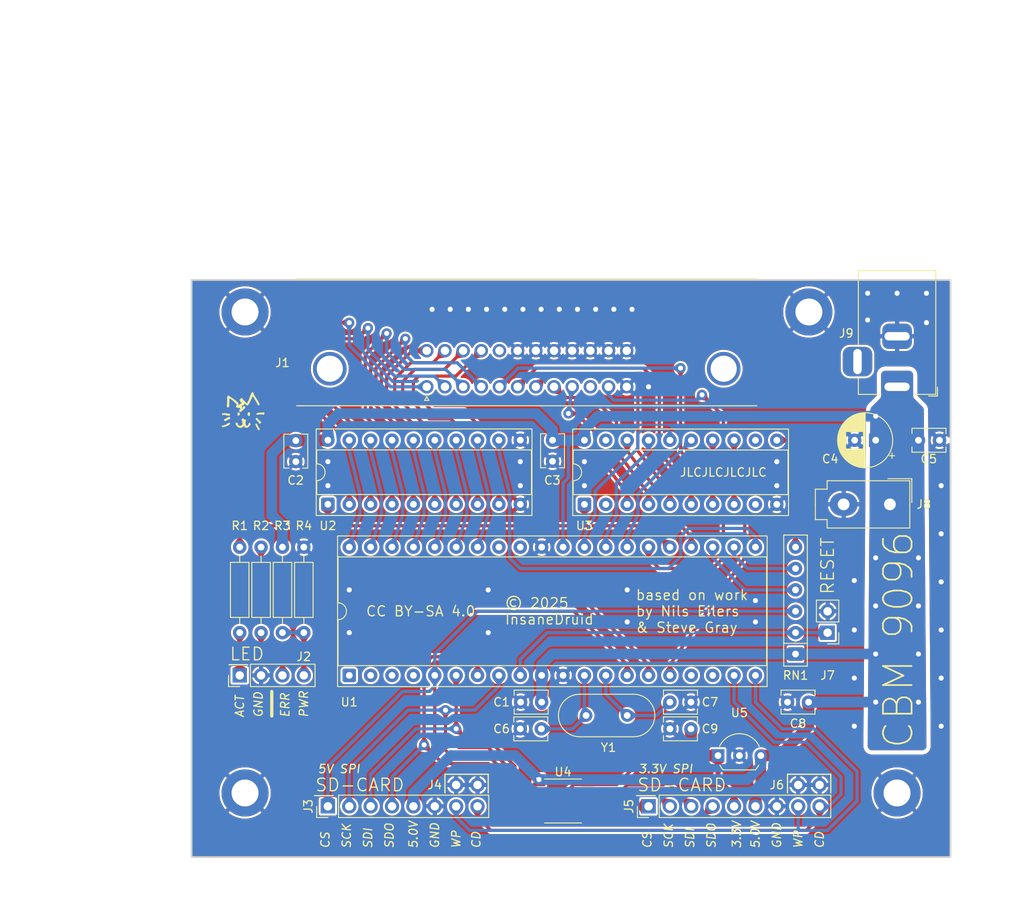
<source format=kicad_pcb>
(kicad_pcb (version 20241229) (generator "pcbnew") (generator_version "9.0")
  (title_block (title "CBM D9096") (date "2024-03-15") (rev "1.1.0") (comment 1 "based on work by Nils Eilers and Steve J. Gray") (comment 2 "creativecommons.org/licenses/by-sa/4.0/") (comment 3 "License: CC BY-SA 4.0") (comment 4 "Author: InsaneDruid"))
  (layers (0 "F.Cu" jumper) (2 "B.Cu" signal) (13 "F.Paste" user) (15 "B.Paste" user) (5 "F.SilkS" user "F.Silkscreen") (7 "B.SilkS" user "B.Silkscreen") (1 "F.Mask" user) (3 "B.Mask" user) (25 "Edge.Cuts" user))
  (net 0 "")
  (net 1 "GND")
  (net 2 "+5V")
  (net 3 "/B.NDAC")
  (net 4 "/B.D6")
  (net 5 "/B.DAV")
  (net 6 "/B.NRFD")
  (net 7 "/B.IFC")
  (net 8 "/B.D4")
  (net 9 "/B.D7")
  (net 10 "/B.D5")
  (net 11 "/B.EOI")
  (net 12 "/B.D1")
  (net 13 "/B.D8")
  (net 14 "/B.D2")
  (net 15 "/B.D3")
  (net 16 "/B.ATN")
  (net 17 "CD_{SPI}")
  (net 20 "/CS_{SPI}")
  (net 21 "Net-(J7-Pin_1)")
  (net 22 "/SDA_{unused}")
  (net 23 "/TE")
  (net 24 "/D2")
  (net 25 "/IFC")
  (net 26 "/D1")
  (net 27 "/NRFD")
  (net 28 "/D7")
  (net 29 "/NDAC")
  (net 30 "/D3")
  (net 31 "/D6")
  (net 32 "/D5")
  (net 33 "/D8")
  (net 34 "Net-(RN1E-R5.2)")
  (net 35 "Net-(U1-XTAL2)")
  (net 36 "Net-(U1-XTAL1)")
  (net 49 "/D4")
  (net 50 "/EOI")
  (net 51 "/LED_{G_BUSY}")
  (net 52 "/LED_{R_ERROR}")
  (net 53 "/ATN")
  (net 54 "/DAV")
  (net 55 "Net-(J2-Pin_1)")
  (net 56 "/SDO_{SPI}")
  (net 57 "WP_{SPI}")
  (net 58 "Net-(J2-Pin_3)")
  (net 59 "Net-(J2-Pin_4)")
  (net 62 "+3.3V")
  (net 63 "/SDI_{BUFF}")
  (net 64 "/SDO_{BUFF}")
  (net 65 "/CS_{BUFF}")
  (net 66 "/SCLK_{BUFF}")
  (net 67 "/SDI_{SPI}")
  (net 68 "/SCLK_{SPI}")
  (net 69 "/SCL_{unused}")
  (footprint "Package_DIP:DIP-40_W15.24mm_Socket" (layer "F.Cu") (at 134.3025 113.03 90)
    (property "Reference" "U1")
    (property "Value" "ATmega1284-P")
  )
  (footprint "Package_DIP:DIP-20_W7.62mm_Socket" (layer "F.Cu") (at 131.7625 92.7 90)
    (property "Reference" "U2")
    (property "Value" "75160")
  )
  (footprint "Package_DIP:DIP-20_W7.62mm_Socket" (layer "F.Cu") (at 162.2425 92.71 90)
    (property "Reference" "U3")
    (property "Value" "75161")
  )
  (footprint "Capacitor_THT:C_Disc_D3.8mm_W2.6mm_P2.50mm" (layer "F.Cu") (at 127.9525 87.63 90)
    (property "Reference" "C2")
    (property "Value" "100 nF")
  )
  (footprint "Capacitor_THT:CP_Radial_D6.3mm_P2.50mm" (layer "F.Cu") (at 196.85 85.09 180)
    (property "Reference" "C4")
    (property "Value" "47µF/16V")
  )
  (footprint "Capacitor_THT:C_Disc_D3.8mm_W2.6mm_P2.50mm" (layer "F.Cu") (at 154.6625 116.205)
    (property "Reference" "C1")
    (property "Value" "100 nF")
  )
  (footprint "cbm-d9096_lib_fp:R_Axial_DIN0207_L6.3mm_D2.5mm_P10.16mm_Horizontal" (layer "F.Cu") (at 126.365 107.95 90)
    (property "Reference" "R3")
    (property "Value" "75R")
  )
  (footprint "Capacitor_THT:C_Disc_D3.8mm_W2.6mm_P2.50mm" (layer "F.Cu") (at 174.9025 116.205 180)
    (property "Reference" "C7")
    (property "Value" "18 pF")
  )
  (footprint "Crystal:Crystal_HC49-4H_Vertical" (layer "F.Cu") (at 167.3225 117.7925 180)
    (property "Reference" "Y1")
    (property "Value" "16 MHz")
  )
  (footprint "cbm-d9096_lib_fp:R_Axial_DIN0207_L6.3mm_D2.5mm_P10.16mm_Horizontal" (layer "F.Cu") (at 128.905 97.79 -90)
    (property "Reference" "R4")
    (property "Value" "75R")
  )
  (footprint "Connector_PinHeader_2.54mm:PinHeader_1x09_P2.54mm_Vertical" (layer "F.Cu") (at 169.8625 128.5875 90)
    (property "Reference" "J5")
    (property "Value" "SD CARD")
  )
  (footprint "Capacitor_THT:C_Disc_D3.8mm_W2.6mm_P2.50mm" (layer "F.Cu") (at 154.6225 119.38)
    (property "Reference" "C6")
    (property "Value" "18 pF")
  )
  (footprint "cbm-d9096_lib_fp:R_Axial_DIN0207_L6.3mm_D2.5mm_P10.16mm_Horizontal" (layer "F.Cu") (at 121.285 97.79 -90)
    (property "Reference" "R1")
    (property "Value" "330R")
  )
  (footprint "Capacitor_THT:C_Disc_D3.8mm_W2.6mm_P2.50mm" (layer "F.Cu") (at 158.4575 87.59 90)
    (property "Reference" "C3")
    (property "Value" "100 nF")
  )
  (footprint "MountingHole:MountingHole_3.2mm_M3_DIN965_Pad" (layer "F.Cu") (at 121.92 69.85)
    (property "Reference" "MH1" (hide yes))
    (property "Value" "MountingHole_3.2mm_M3_DIN965_Pad" (hide yes))
  )
  (footprint "MountingHole:MountingHole_3.2mm_M3_DIN965_Pad" (layer "F.Cu") (at 188.9125 69.85)
    (property "Reference" "MH2" (hide yes))
    (property "Value" "MountingHole_3.2mm_M3_DIN965_Pad" (hide yes))
  )
  (footprint "Capacitor_THT:C_Disc_D3.8mm_W2.6mm_P2.50mm" (layer "F.Cu") (at 201.93 85.09)
    (property "Reference" "C5")
    (property "Value" "10nF")
  )
  (footprint "Connector_BarrelJack:BarrelJack_Horizontal" (layer "F.Cu") (at 199.39 78.74 -90)
    (property "Reference" "J9")
    (property "Value" "Barrel_Jack")
  )
  (footprint "Package_TO_SOT_THT:TO-92L_Inline_Wide" (layer "F.Cu") (at 178.1175 122.555)
    (property "Reference" "U5")
    (property "Value" "L78L33ACZ_TO92")
  )
  (footprint "Resistor_THT:R_Array_SIP6" (layer "F.Cu") (at 187.325 110.49 90)
    (property "Reference" "RN1")
    (property "Value" "10K")
  )
  (footprint "cbm-d9096_lib_fp:R_Axial_DIN0207_L6.3mm_D2.5mm_P10.16mm_Horizontal" (layer "F.Cu") (at 123.825 97.79 -90)
    (property "Reference" "R2")
    (property "Value" "330R")
  )
  (footprint "cbm-d9096_lib_fp:centronix-24-female" (layer "F.Cu") (at 143.51 78.74)
    (property "Reference" "J1")
    (property "Value" "IEEE488 Header")
  )
  (footprint "MountingHole:MountingHole_3.2mm_M3_DIN965_Pad" (layer "F.Cu") (at 199.39 127)
    (property "Reference" "MH4" (hide yes))
    (property "Value" "MountingHole_3.2mm_M3_DIN965_Pad" (hide yes))
  )
  (footprint "cbm-d9096_lib_fp:PinHeader_1x02_P2.54mm_Vertical" (layer "F.Cu") (at 187.6425 126.0475 90)
    (property "Reference" "J6")
    (property "Value" "WP/CD Jumper")
  )
  (footprint "Connector_PinHeader_2.54mm:PinHeader_1x04_P2.54mm_Vertical" (layer "F.Cu") (at 121.285 113.03 90)
    (property "Reference" "J2")
    (property "Value" "LED")
  )
  (footprint "Connector_PinHeader_2.54mm:PinHeader_1x02_P2.54mm_Vertical" (layer "F.Cu") (at 191.135 107.955 180)
    (property "Reference" "J7")
    (property "Value" "RESET")
  )
  (footprint "MountingHole:MountingHole_3.2mm_M3_DIN965_Pad" (layer "F.Cu") (at 121.92 127)
    (property "Reference" "MH3" (hide yes))
    (property "Value" "MountingHole_3.2mm_M3_DIN965_Pad" (hide yes))
  )
  (footprint "cbm-d9096_lib_fp:PinHeader_1x02_P2.54mm_Vertical" (layer "F.Cu") (at 147.0025 126.0475 90)
    (property "Reference" "J4")
    (property "Value" "WP/CD Jumper")
  )
  (footprint "Connector_Molex:Molex_Mini-Fit_Jr_5566-02A_2x01_P4.20mm_Vertical" (layer "F.Cu") (at 198.54 92.71 -90)
    (property "Reference" "J8")
    (property "Value" "Alt PWR")
  )
  (footprint "Capacitor_THT:C_Disc_D3.8mm_W2.6mm_P2.50mm" (layer "F.Cu") (at 174.9025 119.38 180)
    (property "Reference" "C9")
    (property "Value" "100nF")
  )
  (footprint "Connector_PinHeader_2.54mm:PinHeader_1x08_P2.54mm_Vertical" (layer "F.Cu") (at 131.7625 128.5875 90)
    (property "Reference" "J3")
    (property "Value" "SD CARD")
  )
  (footprint "Package_SO:TSSOP-14_4.4x5mm_P0.65mm" (layer "F.Cu") (at 159.7025 127.9525)
    (property "Reference" "U4")
    (property "Value" "TXU0304")
  )
  (footprint "Capacitor_THT:C_Disc_D3.8mm_W2.6mm_P2.50mm" (layer "F.Cu") (at 188.8725 116.205 180)
    (property "Reference" "C8")
    (property "Value" "330nF")
  )
  (gr_line (start 125.095 114.935) (end 125.095 117.856) (stroke (width 0.381)) (layer "F.SilkS"))
  (gr_poly (pts (xy 120.047032 82.315039) (xy 120.054364 82.316338) (xy 120.061948 82.318382) (xy 120.069806 82.321178) (xy 120.077962 82.324735) (xy 120.086439 82.32906) (xy 120.095259 82.334163) (xy 120.104445 82.340052) (xy 120.114019 82.346734) (xy 120.124004 82.354218) (xy 120.134424 82.362512) (xy 120.145301 82.371625) (xy 120.146549 82.372846) (xy 120.147777 82.37438) (xy 120.150166 82.378317) (xy 120.152446 82.383296) (xy 120.154594 82.389176) (xy 120.156589 82.395817) (xy 120.15841 82.403078) (xy 120.160034 82.410818) (xy 120.16144 82.418898) (xy 120.162607 82.427175) (xy 120.163511 82.435511) (xy 120.164133 82.443764) (xy 120.16445 82.451794) (xy 120.16444 82.45946) (xy 120.164082 82.466622) (xy 120.163354 82.473138) (xy 120.162234 82.47887) (xy 120.161038 82.482554) (xy 120.15932 82.486448) (xy 120.15711 82.490531) (xy 120.154436 82.494781) (xy 120.147809 82.503696) (xy 120.139667 82.513023) (xy 120.13024 82.52259) (xy 120.119756 82.532225) (xy 120.108443 82.541756) (xy 120.096529 82.551013) (xy 120.084243 82.559823) (xy 120.071814 82.568015) (xy 120.059469 82.575418) (xy 120.047438 82.581859) (xy 120.035948 82.587167) (xy 120.025228 82.591172) (xy 120.020228 82.592631) (xy 120.015507 82.5937) (xy 120.011092 82.594357) (xy 120.007012 82.594581) (xy 120.004125 82.594776) (xy 120.000782 82.59535) (xy 119.997023 82.596283) (xy 119.99289 82.597558) (xy 119.988421 82.599154) (xy 119.983658 82.601055) (xy 119.978641 82.603241) (xy 119.97341 82.605694) (xy 119.968005 82.608394) (xy 119.962467 82.611324) (xy 119.956836 82.614465) (xy 119.951152 82.617798) (xy 119.945455 82.621305) (xy 119.939787 82.624967) (xy 119.934187 82.628765) (xy 119.928695 82.632681) (xy 119.916414 82.641347) (xy 119.902016 82.650287) (xy 119.884245 82.660102) (xy 119.861844 82.671398) (xy 119.833555 82.684778) (xy 119.798123 82.700844) (xy 119.700801 82.743453) (xy 119.696976 82.745196) (xy 119.693192 82.746977) (xy 119.689473 82.748785) (xy 119.685841 82.750608) (xy 119.68232 82.752435) (xy 119.678935 82.754256) (xy 119.67571 82.756057) (xy 119.672667 82.757829) (xy 119.66983 82.759559) (xy 119.667225 82.761237) (xy 119.664873 82.76285) (xy 119.6628 82.764388) (xy 119.661028 82.765839) (xy 119.659582 82.767193) (xy 119.658989 82.767829) (xy 119.658485 82.768436) (xy 119.658075 82.769013) (xy 119.657762 82.769559) (xy 119.656768 82.771052) (xy 119.655389 82.772614) (xy 119.653653 82.774236) (xy 119.651583 82.775909) (xy 119.646544 82.779369) (xy 119.640476 82.78292) (xy 119.633581 82.786488) (xy 119.626061 82.789998) (xy 119.61812 82.793375) (xy 119.60996 82.796546) (xy 119.601784 82.799436) (xy 119.593793 82.80197) (xy 119.586191 82.804074) (xy 119.579181 82.805674) (xy 119.572964 82.806695) (xy 119.567743 82.807063) (xy 119.565569 82.806979) (xy 119.563721 82.806704) (xy 119.562223 82.806228) (xy 119.561101 82.805542) (xy 119.560102 82.804906) (xy 119.558966 82.804321) (xy 119.557704 82.80379) (xy 119.556327 82.803315) (xy 119.554847 82.802898) (xy 119.553275 82.802541) (xy 119.551622 82.802245) (xy 119.5499 82.802014) (xy 119.54812 82.801849) (xy 119.546294 82.801752) (xy 119.544432 82.801726) (xy 119.542547 82.801772) (xy 119.540649 82.801892) (xy 119.53875 82.802088) (xy 119.536862 82.802364) (xy 119.534995 82.80272) (xy 119.532374 82.803368) (xy 119.529768 82.803704) (xy 119.527127 82.803696) (xy 119.524401 82.803315) (xy 119.521538 82.802528) (xy 119.518488 82.801306) (xy 119.5152 82.799616) (xy 119.511624 82.797428) (xy 119.507708 82.794711) (xy 119.503404 82.791433) (xy 119.498659 82.787565) (xy 119.493423 82.783074) (xy 119.487645 82.77793) (xy 119.481275 82.772102) (xy 119.466556 82.758269) (xy 119.415756 82.709586) (xy 119.428456 82.657375) (xy 119.430761 82.647717) (xy 119.432936 82.639079) (xy 119.435019 82.631406) (xy 119.437044 82.624644) (xy 119.438047 82.621587) (xy 119.439049 82.618738) (xy 119.440055 82.616088) (xy 119.441069 82.613632) (xy 119.442097 82.611363) (xy 119.443142 82.609273) (xy 119.444208 82.607356) (xy 119.445301 82.605605) (xy 119.446426 82.604013) (xy 119.447585 82.602574) (xy 119.448785 82.60128) (xy 119.450029 82.600125) (xy 119.451323 82.599101) (xy 119.45267 82.598203) (xy 119.454075 82.597422) (xy 119.455543 82.596753) (xy 119.457078 82.596188) (xy 119.458685 82.59572) (xy 119.460368 82.595344) (xy 119.462131 82.595051) (xy 119.46398 82.594835) (xy 119.465919 82.594689) (xy 119.467952 82.594607) (xy 119.470084 82.594581) (xy 119.470828 82.59455) (xy 119.471603 82.594459) (xy 119.472408 82.594308) (xy 119.473241 82.594099) (xy 119.474985 82.593511) (xy 119.47682 82.592707) (xy 119.478734 82.591696) (xy 119.480713 82.590488) (xy 119.482744 82.589095) (xy 119.484813 82.587525) (xy 119.486906 82.585791) (xy 119.489011 82.583901) (xy 119.491114 82.581867) (xy 119.493202 82.579698) (xy 119.495261 82.577405) (xy 119.497277 82.574999) (xy 119.499237 82.572489) (xy 119.501129 82.569886) (xy 119.50358 82.566353) (xy 119.505924 82.563153) (xy 119.508185 82.560271) (xy 119.510389 82.557693) (xy 119.512559 82.555405) (xy 119.514721 82.553391) (xy 119.515807 82.552483) (xy 119.5169 82.551638) (xy 119.518003 82.550854) (xy 119.51912 82.550131) (xy 119.520253 82.549465) (xy 119.521406 82.548855) (xy 119.522582 82.548299) (xy 119.523783 82.547796) (xy 119.525014 82.547344) (xy 119.526276 82.54694) (xy 119.52891 82.546272) (xy 119.531709 82.545778) (xy 119.534698 82.545443) (xy 119.537901 82.545252) (xy 119.541345 82.545192) (xy 119.546523 82.54499) (xy 119.55221 82.544404) (xy 119.558318 82.543462) (xy 119.564761 82.542193) (xy 119.571452 82.540627) (xy 119.578304 82.538792) (xy 119.585231 82.536718) (xy 119.592145 82.534432) (xy 119.59896 82.531965) (xy 119.605589 82.529345) (xy 119.611945 82.5266) (xy 119.617942 82.523761) (xy 119.623492 82.520855) (xy 119.628509 82.517912) (xy 119.632905 82.514961) (xy 119.636595 82.512031) (xy 119.637709 82.511114) (xy 119.638927 82.510219) (xy 119.640235 82.50935) (xy 119.641622 82.508514) (xy 119.643075 82.507715) (xy 119.644582 82.506958) (xy 119.646131 82.506249) (xy 119.647708 82.505593) (xy 119.649301 82.504994) (xy 119.650899 82.504458) (xy 119.652489 82.503991) (xy 119.654058 82.503597) (xy 119.655593 82.503282) (xy 119.657084 82.50305) (xy 119.658516 82.502907) (xy 119.659878 82.502859) (xy 119.660476 82.502844) (xy 119.661076 82.502802) (xy 119.661678 82.502732) (xy 119.662282 82.502635) (xy 119.662885 82.502513) (xy 119.663488 82.502366) (xy 119.664088 82.502194) (xy 119.664685 82.501999) (xy 119.665278 82.501781) (xy 119.665866 82.501541) (xy 119.666448 82.50128) (xy 119.667022 82.500998) (xy 119.668145 82.500377) (xy 119.669227 82.499684) (xy 119.670259 82.498924) (xy 119.671234 82.498104) (xy 119.671696 82.497674) (xy 119.672142 82.497231) (xy 119.672568 82.496776) (xy 119.672975 82.49631) (xy 119.673362 82.495834) (xy 119.673726 82.495348) (xy 119.674068 82.494853) (xy 119.674386 82.494351) (xy 119.67468 82.493841) (xy 119.674947 82.493324) (xy 119.675188 82.492802) (xy 119.675401 82.492275) (xy 119.677036 82.489629) (xy 119.680033 82.486351) (xy 119.689768 82.478088) (xy 119.703923 82.46786) (xy 119.721813 82.456038) (xy 119.766062 82.42911) (xy 119.817041 82.400289) (xy 119.869277 82.372558) (xy 119.917296 82.348904) (xy 119.938014 82.339539) (xy 119.955625 82.332311) (xy 119.969445 82.327595) (xy 119.97879 82.325764) (xy 119.980953 82.325732) (xy 119.983198 82.325636) (xy 119.985507 82.32548) (xy 119.987863 82.325268) (xy 119.990247 82.325002) (xy 119.992643 82.324685) (xy 119.995033 82.324321) (xy 119.997399 82.323912) (xy 119.999723 82.323462) (xy 120.001989 82.322974) (xy 120.004178 82.32245) (xy 120.006273 82.321895) (xy 120.008257 82.32131) (xy 120.010111 82.3207) (xy 120.011819 82.320067) (xy 120.013362 82.319414) (xy 120.019773 82.317117) (xy 120.026324 82.315523) (xy 120.033035 82.314639) (xy 120.03993 82.314475)) (stroke (width -0.000001)) (fill yes) (layer "F.SilkS"))
  (gr_line (start 145.6725 127) (end 145.6725 124.7775) (stroke (width 0.15)) (layer "F.SilkS"))
  (gr_line (start 186.3725 124.7775) (end 191.5125 124.7775) (stroke (width 0.15)) (layer "F.SilkS"))
  (gr_poly (pts (xy 123.297662 82.425725) (xy 123.304957 82.427215) (xy 123.312653 82.429805) (xy 123.320852 82.433582) (xy 123.329654 82.438632) (xy 123.33916 82.445042) (xy 123.349473 82.452898) (xy 123.360694 82.462289) (xy 123.372923 82.4733) (xy 123.386262 82.486019) (xy 123.400812 82.500532) (xy 123.416675 82.516925) (xy 123.452744 82.555703) (xy 123.495278 82.603047) (xy 123.525966 82.636585) (xy 123.558348 82.670659) (xy 123.591012 82.703891) (xy 123.622543 82.734898) (xy 123.651527 82.762301) (xy 123.664622 82.774218) (xy 123.676551 82.784717) (xy 123.687136 82.793624) (xy 123.6962 82.800767) (xy 123.703568 82.805973) (xy 123.709061 82.80907) (xy 123.714928 82.811728) (xy 123.720642 82.814694) (xy 123.726232 82.817992) (xy 123.731727 82.821649) (xy 123.737156 82.82569) (xy 123.742548 82.830141) (xy 123.747931 82.835029) (xy 123.753335 82.840379) (xy 123.758789 82.846216) (xy 123.764321 82.852568) (xy 123.76996 82.859458) (xy 123.775737 82.866914) (xy 123.781678 82.874961) (xy 123.787814 82.883626) (xy 123.794173 82.892933) (xy 123.800784 82.902908) (xy 123.807992 82.914143) (xy 123.814297 82.924126) (xy 123.819738 82.932995) (xy 123.824354 82.940887) (xy 123.828184 82.94794) (xy 123.829817 82.951195) (xy 123.831269 82.954291) (xy 123.832543 82.957247) (xy 123.833646 82.960078) (xy 123.834582 82.962803) (xy 123.835356 82.965438) (xy 123.835973 82.968001) (xy 123.836437 82.970509) (xy 123.836755 82.972979) (xy 123.83693 82.975428) (xy 123.836967 82.977873) (xy 123.836872 82.980332) (xy 123.836649 82.982822) (xy 123.836304 82.985359) (xy 123.835841 82.987962) (xy 123.835265 82.990647) (xy 123.833793 82.996333) (xy 123.831929 83.002554) (xy 123.829711 83.009448) (xy 123.827123 83.016782) (xy 123.824385 83.023703) (xy 123.821496 83.030214) (xy 123.818456 83.036314) (xy 123.815262 83.042005) (xy 123.811914 83.047287) (xy 123.808411 83.052162) (xy 123.806601 83.054448) (xy 123.804752 83.056632) (xy 123.802864 83.058714) (xy 123.800936 83.060695) (xy 123.798969 83.062576) (xy 123.796962 83.064355) (xy 123.794916 83.066034) (xy 123.792829 83.067612) (xy 123.790703 83.06909) (xy 123.788536 83.070467) (xy 123.786329 83.071744) (xy 123.784081 83.072921) (xy 123.781793 83.073998) (xy 123.779464 83.074975) (xy 123.777095 83.075852) (xy 123.774684 83.076629) (xy 123.772232 83.077308) (xy 123.769739 83.077886) (xy 123.767668 83.07848) (xy 123.765437 83.079198) (xy 123.76307 83.080032) (xy 123.760589 83.080973) (xy 123.755377 83.083145) (xy 123.752692 83.084359) (xy 123.749984 83.085648) (xy 123.747275 83.087002) (xy 123.74459 83.088415) (xy 123.74195 83.089877) (xy 123.739378 83.09138) (xy 123.736897 83.092917) (xy 123.73453 83.094478) (xy 123.732299 83.096056) (xy 123.730228 83.097642) (xy 123.728015 83.099336) (xy 123.72562 83.100974) (xy 123.723059 83.10255) (xy 123.72035 83.104058) (xy 123.717509 83.105491) (xy 123.714552 83.106844) (xy 123.711495 83.10811) (xy 123.708356 83.109283) (xy 123.705151 83.110357) (xy 123.701896 83.111326) (xy 123.698608 83.112182) (xy 123.695303 83.112921) (xy 123.691999 83.113536) (xy 123.688711 83.114021) (xy 123.685456 83.114369) (xy 123.68225 83.114575) (xy 123.676132 83.114935) (xy 123.66955 83.115468) (xy 123.662704 83.11615) (xy 123.655792 83.116956) (xy 123.649012 83.117862) (xy 123.642563 83.118841) (xy 123.636643 83.119871) (xy 123.63145 83.120925) (xy 123.628129 83.121509) (xy 123.625019 83.121928) (xy 123.622085 83.122165) (xy 123.619291 83.122204) (xy 123.6166 83.122028) (xy 123.615281 83.121854) (xy 123.613976 83.12162) (xy 123.612677 83.121324) (xy 123.611383 83.120964) (xy 123.610086 83.120537) (xy 123.608785 83.120043) (xy 123.607472 83.119478) (xy 123.606145 83.118841) (xy 123.603428 83.117342) (xy 123.600597 83.115529) (xy 123.597617 83.113384) (xy 123.59445 83.110893) (xy 123.591061 83.108038) (xy 123.587414 83.104802) (xy 123.583472 83.10117) (xy 123.579341 83.097362) (xy 123.575659 83.093829) (xy 123.572394 83.090496) (xy 123.569516 83.08729) (xy 123.566993 83.084138) (xy 123.564795 83.080966) (xy 123.56289 83.077702) (xy 123.561248 83.07427) (xy 123.559837 83.0706) (xy 123.558627 83.066616) (xy 123.557586 83.062245) (xy 123.556684 83.057414) (xy 123.555889 83.052051) (xy 123.55517 83.04608) (xy 123.553839 83.032025) (xy 123.55176 83.012388) (xy 123.55022 83.003677) (xy 123.548052 82.995314) (xy 123.545036 82.98701) (xy 123.540954 82.978472) (xy 123.535583 82.969409) (xy 123.528704 82.959529) (xy 123.520097 82.948542) (xy 123.509543 82.936155) (xy 123.496819 82.922078) (xy 123.481707 82.906018) (xy 123.443438 82.866785) (xy 123.392973 82.816125) (xy 123.342713 82.764862) (xy 123.294107 82.714525) (xy 123.252777 82.671067) (xy 123.224345 82.640442) (xy 123.208514 82.622177) (xy 123.20212 82.61463) (xy 123.196652 82.607964) (xy 123.192044 82.602051) (xy 123.190041 82.599336) (xy 123.188229 82.596761) (xy 123.186599 82.594308) (xy 123.185142 82.591962) (xy 123.183851 82.589707) (xy 123.182717 82.587525) (xy 123.181732 82.585402) (xy 123.180887 82.58332) (xy 123.180175 82.581263) (xy 123.179586 82.579216) (xy 123.179113 82.577161) (xy 123.178748 82.575083) (xy 123.178482 82.572964) (xy 123.178307 82.57079) (xy 123.178215 82.568544) (xy 123.178197 82.566209) (xy 123.178351 82.561208) (xy 123.178704 82.555656) (xy 123.179189 82.549425) (xy 123.18029 82.539229) (xy 123.181741 82.529536) (xy 123.183549 82.520337) (xy 123.184587 82.51592) (xy 123.185716 82.511623) (xy 123.186935 82.507445) (xy 123.188246 82.503384) (xy 123.18965 82.49944) (xy 123.191145 82.495611) (xy 123.192734 82.491897) (xy 123.194416 82.488296) (xy 123.196192 82.484806) (xy 123.198063 82.481427) (xy 123.200029 82.478158) (xy 123.20209 82.474997) (xy 123.204248 82.471944) (xy 123.206502 82.468996) (xy 123.208853 82.466153) (xy 123.211302 82.463415) (xy 123.21385 82.460778) (xy 123.216496 82.458243) (xy 123.219241 82.455809) (xy 123.222086 82.453473) (xy 123.225031 82.451235) (xy 123.228077 82.449094) (xy 123.231224 82.447049) (xy 123.234473 82.445098) (xy 123.237824 82.443241) (xy 123.241278 82.441475) (xy 123.244631 82.439905) (xy 123.24806 82.438376) (xy 123.255048 82.435467) (xy 123.262052 82.432806) (xy 123.268883 82.430451) (xy 123.27535 82.42846) (xy 123.278388 82.427619) (xy 123.281263 82.42689) (xy 123.283953 82.426281) (xy 123.286432 82.4258) (xy 123.288678 82.425453) (xy 123.290667 82.425247)) (stroke (width -0.000001)) (fill yes) (layer "F.SilkS"))
  (gr_line (start 130.175 127.3175) (end 132.3975 127.3175) (stroke (width 0.15)) (layer "F.SilkS"))
  (gr_poly (pts (xy 122.382931 81.743722) (xy 122.385341 81.743956) (xy 122.387556 81.744387) (xy 122.396199 81.746195) (xy 122.40643 81.748267) (xy 122.426361 81.752148) (xy 122.429257 81.752794) (xy 122.432133 81.753683) (xy 122.435 81.754823) (xy 122.437871 81.756227) (xy 122.440759 81.757903) (xy 122.443675 81.759862) (xy 122.446633 81.762115) (xy 122.449645 81.764671) (xy 122.452723 81.767542) (xy 122.455879 81.770737) (xy 122.459127 81.774267) (xy 122.462477 81.778143) (xy 122.465944 81.782374) (xy 122.469538 81.786971) (xy 122.473274 81.791944) (xy 122.477162 81.797303) (xy 122.48306 81.805342) (xy 122.488331 81.812832) (xy 122.492992 81.819837) (xy 122.497061 81.826418) (xy 122.500555 81.83264) (xy 122.503492 81.838566) (xy 122.50589 81.844258) (xy 122.506891 81.847036) (xy 122.507765 81.849779) (xy 122.508513 81.852495) (xy 122.509136 81.855193) (xy 122.509638 81.857879) (xy 122.510021 81.860562) (xy 122.510286 81.86325) (xy 122.510436 81.86595) (xy 122.510473 81.868671) (xy 122.5104 81.87142) (xy 122.509929 81.877034) (xy 122.509042 81.882856) (xy 122.507757 81.888949) (xy 122.506089 81.895375) (xy 122.505 81.899161) (xy 122.504122 81.902613) (xy 122.503466 81.905775) (xy 122.503226 81.907261) (xy 122.503047 81.908693) (xy 122.502929 81.910074) (xy 122.502875 81.911412) (xy 122.502886 81.912712) (xy 122.502964 81.913979) (xy 122.50311 81.915219) (xy 122.503326 81.916438) (xy 122.503613 81.917641) (xy 122.503973 81.918835) (xy 122.504407 81.920025) (xy 122.504917 81.921216) (xy 122.505505 81.922414) (xy 122.506172 81.923625) (xy 122.50692 81.924855) (xy 122.507749 81.926109) (xy 122.509661 81.928713) (xy 122.511921 81.931482) (xy 122.51454 81.934462) (xy 122.517531 81.937698) (xy 122.520906 81.941237) (xy 122.524274 81.944775) (xy 122.527245 81.948016) (xy 122.529836 81.95101) (xy 122.532063 81.953804) (xy 122.533942 81.95645) (xy 122.534757 81.957733) (xy 122.535491 81.958997) (xy 122.536147 81.960248) (xy 122.536726 81.961494) (xy 122.537231 81.962739) (xy 122.537663 81.963991) (xy 122.538025 81.965255) (xy 122.538319 81.966537) (xy 122.538547 81.967845) (xy 122.53871 81.969183) (xy 122.538812 81.970559) (xy 122.538854 81.971978) (xy 122.538766 81.974971) (xy 122.538462 81.978212) (xy 122.537961 81.981751) (xy 122.537277 81.985637) (xy 122.536429 81.98992) (xy 122.535719 81.992628) (xy 122.534918 81.995444) (xy 122.533077 82.001308) (xy 122.530971 82.00732) (xy 122.528667 82.013291) (xy 122.526231 82.019031) (xy 122.524984 82.021754) (xy 122.523728 82.024349) (xy 122.522473 82.02679) (xy 122.521226 82.029055) (xy 122.519995 82.031119) (xy 122.518789 82.032959) (xy 122.517524 82.035108) (xy 122.516375 82.037323) (xy 122.515342 82.039602) (xy 122.514424 82.041944) (xy 122.513622 82.044347) (xy 122.512936 82.046812) (xy 122.512365 82.049337) (xy 122.51191 82.051921) (xy 122.511571 82.054562) (xy 122.511348 82.05726) (xy 122.511241 82.060015) (xy 122.511249 82.062824) (xy 122.511373 82.065686) (xy 122.511613 82.068602) (xy 122.511968 82.071569) (xy 122.512439 82.074586) (xy 122.51304 82.078469) (xy 122.513509 82.081936) (xy 122.513828 82.085015) (xy 122.513927 82.08642) (xy 122.513983 82.087738) (xy 122.513993 82.088976) (xy 122.513955 82.090135) (xy 122.513868 82.09122) (xy 122.513729 82.092235) (xy 122.513537 82.093183) (xy 122.513288 82.094068) (xy 122.512982 82.094894) (xy 122.512616 82.095665) (xy 122.512188 82.096384) (xy 122.511695 82.097055) (xy 122.511137 82.097682) (xy 122.51051 82.098268) (xy 122.509813 82.098818) (xy 122.509044 82.099335) (xy 122.5082 82.099822) (xy 122.50728 82.100284) (xy 122.506281 82.100725) (xy 122.505202 82.101147) (xy 122.502793 82.101953) (xy 122.500037 82.102732) (xy 122.496917 82.103514) (xy 122.494443 82.104269) (xy 122.492043 82.105216) (xy 122.489707 82.106368) (xy 122.487425 82.107737) (xy 122.485189 82.109332) (xy 122.482989 82.111166) (xy 122.480816 82.113251) (xy 122.478661 82.115597) (xy 122.476514 82.118216) (xy 122.474366 82.121119) (xy 122.472207 82.124317) (xy 122.470029 82.127823) (xy 122.467822 82.131647) (xy 122.465577 82.1358) (xy 122.463284 82.140295) (xy 122.460934 82.145142) (xy 122.455154 82.157036) (xy 122.449947 82.16763) (xy 122.445259 82.176999) (xy 122.441035 82.185215) (xy 122.43722 82.192353) (xy 122.435449 82.19554) (xy 122.43376 82.198484) (xy 122.432146 82.201196) (xy 122.4306 82.203684) (xy 122.429115 82.205957) (xy 122.427684 82.208025) (xy 122.426301 82.209896) (xy 122.424959 82.21158) (xy 122.423651 82.213086) (xy 122.422369 82.214423) (xy 122.421108 82.2156) (xy 122.41986 82.216627) (xy 122.418619 82.217513) (xy 122.417377 82.218266) (xy 122.416128 82.218897) (xy 122.414864 82.219413) (xy 122.41358 82.219825) (xy 122.412268 82.220142) (xy 122.410922 82.220372) (xy 122.409534 82.220525) (xy 122.408098 82.22061) (xy 122.406606 82.220637) (xy 122.40498 82.220604) (xy 122.403286 82.220508) (xy 122.401541 82.220353) (xy 122.39976 82.22014) (xy 122.397958 82.219874) (xy 122.396151 82.219558) (xy 122.394354 82.219193) (xy 122.392583 82.218784) (xy 122.390854 82.218334) (xy 122.389181 82.217846) (xy 122.38758 82.217322) (xy 122.386068 82.216767) (xy 122.384659 82.216182) (xy 122.383368 82.215572) (xy 122.382212 82.214939) (xy 122.381206 82.214286) (xy 122.379983 82.213542) (xy 122.378699 82.212899) (xy 122.37736 82.212356) (xy 122.37597 82.211916) (xy 122.374534 82.211579) (xy 122.373058 82.211347) (xy 122.371547 82.21122) (xy 122.370005 82.2112) (xy 122.368439 82.211287) (xy 122.366854 82.211482) (xy 122.365254 82.211787) (xy 122.363644 82.212203) (xy 122.362031 82.21273) (xy 122.360418 82.21337) (xy 122.358812 82.214124) (xy 122.357217 82.214992) (xy 122.355219 82.215989) (xy 122.353198 82.216863) (xy 122.351159 82.217618) (xy 122.349109 82.218254) (xy 122.347052 82.218774) (xy 122.344995 82.219179) (xy 122.342943 82.219473) (xy 122.340901 82.219655) (xy 122.338876 82.219729) (xy 122.336874 82.219697) (xy 122.334899 82.21956) (xy 122.332958 82.21932) (xy 122.331056 82.21898) (xy 122.3292 82.218541) (xy 122.327393 82.218004) (xy 122.325644 82.217373) (xy 122.323956 82.216649) (xy 122.322336 82.215834) (xy 122.320789 82.214929) (xy 122.319321 82.213938) (xy 122.317938 82.212861) (xy 122.316646 82.211701) (xy 122.315449 82.210459) (xy 122.314355 82.209138) (xy 122.313367 82.20774) (xy 122.312494 82.206265) (xy 122.311738 82.204718) (xy 122.311108 82.203098) (xy 122.310608 82.201409) (xy 122.310243 82.199652) (xy 122.31002 82.197829) (xy 122.309945 82.195942) (xy 122.309826 82.192233) (xy 122.309476 82.18852) (xy 122.308901 82.18481) (xy 122.308109 82.181112) (xy 122.307109 82.177433) (xy 122.305908 82.173782) (xy 122.304513 82.170167) (xy 122.302933 82.166595) (xy 122.301176 82.163075) (xy 122.299248 82.159615) (xy 122.297158 82.156223) (xy 122.294913 82.152906) (xy 122.292522 82.149673) (xy 122.289992 82.146531) (xy 122.28733 82.14349) (xy 122.284545 82.140556) (xy 122.281644 82.137738) (xy 122.278635 82.135043) (xy 122.275526 82.132481) (xy 122.272324 82.130058) (xy 122.269038 82.127783) (xy 122.265675 82.125664) (xy 122.262242 82.123708) (xy 122.258748 82.121925) (xy 122.2552 82.120321) (xy 122.251606 82.118905) (xy 122.247974 82.117685) (xy 122.244312 82.116669) (xy 122.240627 82.115865) (xy 122.236926 82.11528) (xy 122.233219 82.114924) (xy 122.229512 82.114803) (xy 122.224856 82.114526) (xy 122.220672 82.113677) (xy 122.218755 82.113031) (xy 122.216953 82.112231) (xy 122.215266 82.111276) (xy 122.213692 82.110162) (xy 122.212231 82.108885) (xy 122.210882 82.107444) (xy 122.209643 82.105833) (xy 122.208515 82.10405) (xy 122.206584 82.099956) (xy 122.205082 82.095136) (xy 122.204002 82.089563) (xy 122.203336 82.083212) (xy 122.203077 82.076056) (xy 122.203219 82.068071) (xy 122.203753 82.05923) (xy 122.204672 82.049508) (xy 122.20597 82.038878) (xy 122.207639 82.027314) (xy 122.208597 82.021664) (xy 122.209613 82.016112) (xy 122.210678 82.010691) (xy 122.211784 82.005431) (xy 122.212924 82.000366) (xy 122.214088 81.995527) (xy 122.215269 81.990947) (xy 122.216459 81.986657) (xy 122.217648 81.982689) (xy 122.218829 81.979076) (xy 122.219993 81.97585) (xy 122.221133 81.973042) (xy 122.22224 81.970684) (xy 122.223305 81.96881) (xy 122.223819 81.968063) (xy 122.22432 81.96745) (xy 122.224807 81.966973) (xy 122.225278 81.966637) (xy 122.226212 81.96583) (xy 122.227156 81.964485) (xy 122.228107 81.962626) (xy 122.22906 81.960276) (xy 122.230007 81.957458) (xy 122.230946 81.954197) (xy 122.232775 81.94644) (xy 122.234504 81.937195) (xy 122.236093 81.926651) (xy 122.2375 81.915) (xy 122.238684 81.902431) (xy 122.239834 81.890341) (xy 122.241142 81.878607) (xy 122.242566 81.867518) (xy 122.244064 81.857364) (xy 122.245595 81.848432) (xy 122.24636 81.844516) (xy 122.247117 81.841014) (xy 122.247863 81.837963) (xy 122.24859 81.835399) (xy 122.249295 81.833358) (xy 122.249973 81.831875) (xy 122.253519 81.826377) (xy 122.257279 81.820998) (xy 122.26125 81.815741) (xy 122.265429 81.810609) (xy 122.269815 81.805606) (xy 122.274405 81.800733) (xy 122.279199 81.795995) (xy 122.284192 81.791394) (xy 122.289384 81.786934) (xy 122.294773 81.782617) (xy 122.300356 81.778448) (xy 122.306131 81.774428) (xy 122.312096 81.770561) (xy 122.318249 81.76685) (xy 122.324588 81.763298) (xy 122.331112 81.759909) (xy 122.335807 81.757611) (xy 122.340367 81.75548) (xy 122.344785 81.753518) (xy 122.349059 81.751729) (xy 122.353184 81.750113) (xy 122.357157 81.748672) (xy 122.360972 81.74741) (xy 122.364626 81.746327) (xy 122.368114 81.745426) (xy 122.371433 81.744709) (xy 122.374578 81.744178) (xy 122.377546 81.743835) (xy 122.380332 81.743683)) (stroke (width -0.000001)) (fill yes) (layer "F.SilkS"))
  (gr_poly (pts (xy 120.048186 83.003887) (xy 120.051317 83.004134) (xy 120.054496 83.00454) (xy 120.057714 83.005097) (xy 120.060961 83.005801) (xy 120.064228 83.006645) (xy 120.067507 83.007623) (xy 120.070787 83.008731) (xy 120.074061 83.009961) (xy 120.077317 83.011309) (xy 120.080549 83.012768) (xy 120.083745 83.014333) (xy 120.089997 83.017755) (xy 120.096 83.02153) (xy 120.10168 83.025611) (xy 120.104377 83.027752) (xy 120.106965 83.029951) (xy 120.109436 83.032204) (xy 120.11178 83.034504) (xy 120.113989 83.036846) (xy 120.116053 83.039224) (xy 120.117963 83.041632) (xy 120.11971 83.044064) (xy 120.121284 83.046514) (xy 120.122677 83.048976) (xy 120.12388 83.051446) (xy 120.124882 83.053916) (xy 120.125676 83.056382) (xy 120.126251 83.058836) (xy 120.127168 83.06311) (xy 120.128301 83.067887) (xy 120.129599 83.073012) (xy 120.131013 83.078327) (xy 120.13399 83.0889) (xy 120.136834 83.098348) (xy 120.137578 83.10072) (xy 120.138223 83.103072) (xy 120.138769 83.105398) (xy 120.139215 83.107696) (xy 120.139562 83.109961) (xy 120.139811 83.112189) (xy 120.139959 83.114375) (xy 120.140009 83.116516) (xy 120.139959 83.118607) (xy 120.139811 83.120644) (xy 120.139562 83.122624) (xy 120.139215 83.124541) (xy 120.138769 83.126393) (xy 120.138223 83.128174) (xy 120.137578 83.12988) (xy 120.136834 83.131508) (xy 120.136057 83.132944) (xy 120.135315 83.134591) (xy 120.134611 83.136431) (xy 120.133946 83.138443) (xy 120.133322 83.140608) (xy 120.132741 83.142906) (xy 120.132206 83.145318) (xy 120.131719 83.147825) (xy 120.130895 83.15304) (xy 120.130286 83.158397) (xy 120.129908 83.163737) (xy 120.129811 83.166352) (xy 120.129778 83.168903) (xy 120.129768 83.170342) (xy 120.129737 83.171746) (xy 120.129687 83.173116) (xy 120.129616 83.174451) (xy 120.129525 83.17575) (xy 120.129416 83.177011) (xy 120.129287 83.178235) (xy 120.129139 83.17942) (xy 120.128973 83.180566) (xy 120.128788 83.181672) (xy 120.128585 83.182737) (xy 120.128365 83.183761) (xy 120.128126 83.184742) (xy 120.127871 83.18568) (xy 120.127598 83.186574) (xy 120.127309 83.187424) (xy 120.127003 83.188228) (xy 120.126681 83.188985) (xy 120.126343 83.189696) (xy 120.125989 83.190359) (xy 120.125619 83.190973) (xy 120.125235 83.191538) (xy 120.124835 83.192053) (xy 120.124421 83.192517) (xy 120.123992 83.192929) (xy 120.123549 83.193289) (xy 120.123092 83.193596) (xy 120.122621 83.193848) (xy 120.122137 83.194046) (xy 120.121639 83.194188) (xy 120.121129 83.194274) (xy 120.120606 83.194303) (xy 120.120183 83.194332) (xy 120.119708 83.194417) (xy 120.118611 83.194749) (xy 120.117332 83.195289) (xy 120.115888 83.196023) (xy 120.114295 83.196939) (xy 120.11257 83.198024) (xy 120.110728 83.199266) (xy 120.108788 83.200653) (xy 120.106765 83.202172) (xy 120.104676 83.203812) (xy 120.102537 83.205558) (xy 120.100366 83.2074) (xy 120.098177 83.209324) (xy 120.095989 83.211319) (xy 120.093817 83.213372) (xy 120.091678 83.21547) (xy 120.089598 83.217741) (xy 120.087342 83.220045) (xy 120.08493 83.222365) (xy 120.082385 83.224686) (xy 120.079728 83.22699) (xy 120.076982 83.229261) (xy 120.074167 83.231482) (xy 120.071306 83.233638) (xy 120.068419 83.23571) (xy 120.06553 83.237684) (xy 120.06266 83.239541) (xy 120.059829 83.241266) (xy 120.057061 83.242843) (xy 120.054376 83.244254) (xy 120.051797 83.245483) (xy 120.049345 83.246514) (xy 120.047025 83.247653) (xy 120.044577 83.248942) (xy 120.042022 83.250368) (xy 120.039379 83.251916) (xy 120.033917 83.25532) (xy 120.028355 83.259038) (xy 120.022859 83.262954) (xy 120.017595 83.266953) (xy 120.015102 83.268948) (xy 120.012728 83.270919) (xy 120.010495 83.272854) (xy 120.008423 83.274737) (xy 120.006376 83.276727) (xy 120.004216 83.278722) (xy 120.001963 83.280708) (xy 119.999637 83.282674) (xy 119.997257 83.284607) (xy 119.994842 83.286494) (xy 119.992414 83.288323) (xy 119.98999 83.290082) (xy 119.987592 83.291759) (xy 119.985237 83.29334) (xy 119.982947 83.294814) (xy 119.980741 83.296168) (xy 119.978638 83.297389) (xy 119.976658 83.298466) (xy 119.97482 83.299386) (xy 119.973145 83.300136) (xy 119.969238 83.302006) (xy 119.964513 83.304381) (xy 119.953301 83.310279) (xy 119.940899 83.317103) (xy 119.934685 83.320635) (xy 119.928695 83.324125) (xy 119.902037 83.339366) (xy 119.869285 83.356757) (xy 119.833011 83.375074) (xy 119.795786 83.393093) (xy 119.760182 83.409591) (xy 119.728769 83.423344) (xy 119.70412 83.433128) (xy 119.695136 83.436149) (xy 119.688806 83.43772) (xy 119.685825 83.438305) (xy 119.682719 83.438999) (xy 119.679512 83.439791) (xy 119.676228 83.440674) (xy 119.669521 83.442681) (xy 119.662789 83.444952) (xy 119.656223 83.447421) (xy 119.650012 83.450023) (xy 119.647099 83.451353) (xy 119.644347 83.452691) (xy 119.641778 83.454029) (xy 119.639417 83.455359) (xy 119.637189 83.456688) (xy 119.634755 83.458026) (xy 119.632142 83.459365) (xy 119.629374 83.460694) (xy 119.62348 83.463296) (xy 119.617281 83.465765) (xy 119.610982 83.468036) (xy 119.60479 83.470043) (xy 119.598913 83.471719) (xy 119.593556 83.472997) (xy 119.591037 83.47355) (xy 119.588517 83.474147) (xy 119.586011 83.47478) (xy 119.583535 83.475445) (xy 119.578735 83.476842) (xy 119.574242 83.478289) (xy 119.570178 83.479736) (xy 119.568346 83.480444) (xy 119.566668 83.481133) (xy 119.56516 83.481798) (xy 119.563836 83.482432) (xy 119.562713 83.483028) (xy 119.561806 83.483581) (xy 119.559348 83.484769) (xy 119.554544 83.486435) (xy 119.53903 83.490934) (xy 119.51753 83.496541) (xy 119.492309 83.502719) (xy 119.465633 83.50893) (xy 119.439767 83.514636) (xy 119.416977 83.519301) (xy 119.399528 83.522386) (xy 119.396053 83.523137) (xy 119.391569 83.524294) (xy 119.386258 83.525797) (xy 119.380302 83.52759) (xy 119.373883 83.529614) (xy 119.367183 83.531812) (xy 119.360384 83.534126) (xy 119.353667 83.536497) (xy 119.346767 83.538919) (xy 119.339374 83.541148) (xy 119.33161 83.543178) (xy 119.323593 83.544997) (xy 119.315444 83.546598) (xy 119.307283 83.54797) (xy 119.299229 83.549104) (xy 119.291402 83.549991) (xy 119.283923 83.550622) (xy 119.276911 83.550988) (xy 119.270486 83.551078) (xy 119.264767 83.550884) (xy 119.259876 83.550397) (xy 119.255931 83.549607) (xy 119.254352 83.549095) (xy 119.253053 83.548505) (xy 119.252052 83.547834) (xy 119.251362 83.547081) (xy 119.25077 83.546339) (xy 119.249805 83.545442) (xy 119.248488 83.544404) (xy 119.246842 83.543233) (xy 119.242655 83.540545) (xy 119.237427 83.537468) (xy 119.231339 83.534093) (xy 119.224573 83.530511) (xy 119.217311 83.526814) (xy 119.209734 83.523092) (xy 119.203376 83.520073) (xy 119.19776 83.517327) (xy 119.192837 83.514799) (xy 119.188556 83.512431) (xy 119.184866 83.510167) (xy 119.183227 83.509055) (xy 119.181717 83.507949) (xy 119.180329 83.506839) (xy 119.179058 83.50572) (xy 119.177896 83.504584) (xy 119.176838 83.503425) (xy 119.175876 83.502234) (xy 119.175006 83.501005) (xy 119.17422 83.499731) (xy 119.173512 83.498404) (xy 119.172876 83.497019) (xy 119.172306 83.495566) (xy 119.171795 83.49404) (xy 119.171336 83.492433) (xy 119.170553 83.488949) (xy 119.169905 83.485057) (xy 119.169341 83.480699) (xy 119.168812 83.47582) (xy 119.168508 83.469137) (xy 119.168633 83.461882) (xy 119.16915 83.454193) (xy 119.170025 83.446208) (xy 119.171222 83.438067) (xy 119.172706 83.429906) (xy 119.174443 83.421866) (xy 119.176397 83.414084) (xy 119.178532 83.406698) (xy 119.180815 83.399848) (xy 119.183209 83.393672) (xy 119.185679 83.388309) (xy 119.186932 83.385975) (xy 119.188191 83.383896) (xy 119.189451 83.382089) (xy 119.190709 83.380572) (xy 119.191959 83.379362) (xy 119.193198 83.378477) (xy 119.194421 83.377933) (xy 119.195623 83.377747) (xy 119.196034 83.377723) (xy 119.196473 83.37765) (xy 119.197428 83.377364) (xy 119.198479 83.376901) (xy 119.199614 83.37627) (xy 119.200823 83.375482) (xy 119.202097 83.374548) (xy 119.203424 83.373477) (xy 119.204795 83.372279) (xy 119.206199 83.370966) (xy 119.207626 83.369548) (xy 119.209065 83.368035) (xy 119.210506 83.366437) (xy 119.211939 83.364764) (xy 119.213353 83.363027) (xy 119.214738 83.361237) (xy 119.216084 83.359403) (xy 119.217395 83.35752) (xy 119.218935 83.355585) (xy 119.220684 83.35361) (xy 119.222621 83.351609) (xy 119.224729 83.349596) (xy 119.226986 83.347584) (xy 119.229373 83.345586) (xy 119.231871 83.343616) (xy 119.23446 83.341688) (xy 119.23712 83.339814) (xy 119.239832 83.338009) (xy 119.242575 83.336285) (xy 119.245332 83.334656) (xy 119.248081 83.333136) (xy 119.250803 83.331738) (xy 119.253478 83.330475) (xy 119.257611 83.328747) (xy 119.2613 83.327266) (xy 119.262991 83.326618) (xy 119.264585 83.326031) (xy 119.266087 83.325505) (xy 119.267501 83.32504) (xy 119.268833 83.324637) (xy 119.270087 83.324294) (xy 119.271268 83.324012) (xy 119.27238 83.323791) (xy 119.273427 83.32363) (xy 119.274416 83.323529) (xy 119.275349 83.323488) (xy 119.276233 83.323508) (xy 119.277071 83.323588) (xy 119.277868 83.323727) (xy 119.278629 83.323926) (xy 119.279358 83.324185) (xy 119.280061 83.324503) (xy 119.280741 83.32488) (xy 119.281404 83.325316) (xy 119.282054 83.325812) (xy 119.282695 83.326366) (xy 119.283333 83.32698) (xy 119.283972 83.327652) (xy 119.284617 83.328382) (xy 119.285272 83.329171) (xy 119.285942 83.330018) (xy 119.287345 83.331886) (xy 119.288784 83.333747) (xy 119.290221 83.335366) (xy 119.291706 83.336746) (xy 119.293287 83.337895) (xy 119.295013 83.338815) (xy 119.296932 83.339514) (xy 119.299093 83.339995) (xy 119.301544 83.340265) (xy 119.304335 83.340328) (xy 119.307513 83.340189) (xy 119.311127 83.339854) (xy 119.315226 83.339328) (xy 119.319858 83.338615) (xy 119.325072 83.337722) (xy 119.33744 83.335414) (xy 119.346415 83.333514) (xy 119.356192 83.33106) (xy 119.366449 83.328159) (xy 119.376863 83.324919) (xy 119.387111 83.321448) (xy 119.396872 83.317853) (xy 119.405822 83.314241) (xy 119.41364 83.31072) (xy 119.422138 83.306974) (xy 119.432546 83.302716) (xy 119.444459 83.298094) (xy 119.457472 83.293257) (xy 119.47118 83.288354) (xy 119.485176 83.283534) (xy 119.499057 83.278945) (xy 119.512417 83.274737) (xy 119.525979 83.270434) (xy 119.539945 83.265586) (xy 119.553928 83.260375) (xy 119.567539 83.254981) (xy 119.580389 83.249587) (xy 119.59209 83.244375) (xy 119.602253 83.239527) (xy 119.61049 83.235225) (xy 119.61783 83.23101) (xy 119.625428 83.226902) (xy 119.633074 83.223009) (xy 119.640564 83.219438) (xy 119.64769 83.216298) (xy 119.651052 83.214922) (xy 119.654245 83.213695) (xy 119.657244 83.212628) (xy 119.660023 83.211736) (xy 119.662556 83.211033) (xy 119.664817 83.210531) (xy 119.666914 83.21002) (xy 119.669217 83.209291) (xy 119.671705 83.208354) (xy 119.674353 83.207224) (xy 119.677138 83.205911) (xy 119.680035 83.204429) (xy 119.683021 83.20279) (xy 119.686072 83.201006) (xy 119.689165 83.19909) (xy 119.692275 83.197054) (xy 119.695379 83.19491) (xy 119.698453 83.192672) (xy 119.701473 83.19035) (xy 119.704415 83.187959) (xy 119.707257 83.185509) (xy 119.709973 83.183014) (xy 119.712665 83.180636) (xy 119.715435 83.178271) (xy 119.718264 83.175936) (xy 119.72113 83.173644) (xy 119.724012 83.171409) (xy 119.72689 83.169248) (xy 119.729743 83.167173) (xy 119.732551 83.165199) (xy 119.735292 83.163341) (xy 119.737947 83.161613) (xy 119.740494 83.16003) (xy 119.742914 83.158606) (xy 119.745184 83.157356) (xy 119.747285 83.156294) (xy 119.749195 83.155435) (xy 119.750895 83.154792) (xy 119.752587 83.154166) (xy 119.754473 83.153355) (xy 119.756532 83.152372) (xy 119.758744 83.151231) (xy 119.763546 83.148529) (xy 119.76871 83.145355) (xy 119.774074 83.141818) (xy 119.77947 83.138024) (xy 119.784734 83.134082) (xy 119.789701 83.130098) (xy 119.792096 83.128007) (xy 119.794509 83.125977) (xy 119.796924 83.124017) (xy 119.799325 83.122138) (xy 119.801697 83.12035) (xy 119.804025 83.118663) (xy 119.806294 83.117087) (xy 119.808486 83.115634) (xy 119.810588 83.114312) (xy 119.812583 83.113134) (xy 119.814456 83.112108) (xy 119.816192 83.111246) (xy 119.817775 83.110557) (xy 119.819189 83.110053) (xy 119.82042 83.109742) (xy 119.820961 83.109663) (xy 119.821451 83.109636) (xy 119.824233 83.109291) (xy 119.828001 83.108297) (xy 119.83263 83.106716) (xy 119.837998 83.104609) (xy 119.843982 83.10204) (xy 119.85046 83.09907) (xy 119.864401 83.092174) (xy 119.878839 83.084418) (xy 119.892789 83.076299) (xy 119.899274 83.072258) (xy 119.905267 83.068312) (xy 119.910647 83.064523) (xy 119.91529 83.060953) (xy 119.917296 83.059391) (xy 119.919338 83.057886) (xy 119.921401 83.056442) (xy 119.92347 83.055066) (xy 119.92553 83.053765) (xy 119.927568 83.052544) (xy 119.929568 83.051411) (xy 119.931517 83.05037) (xy 119.9334 83.049428) (xy 119.935202 83.048592) (xy 119.936909 83.047868) (xy 119.938507 83.047261) (xy 119.93998 83.046778) (xy 119.941315 83.046426) (xy 119.942497 83.04621) (xy 119.943512 83.046136) (xy 119.944478 83.04608) (xy 119.945518 83.045913) (xy 119.946625 83.045643) (xy 119.947789 83.045277) (xy 119.949003 83.044819) (xy 119.950259 83.044276) (xy 119.951547 83.043655) (xy 119.95286 83.042961) (xy 119.95419 83.042202) (xy 119.955528 83.041382) (xy 119.956866 83.040509) (xy 119.958196 83.039588) (xy 119.959509 83.038626) (xy 119.960798 83.037628) (xy 119.962053 83.036602) (xy 119.963267 83.035553) (xy 119.964438 83.034331) (xy 119.965822 83.033052) (xy 119.9674 83.031725) (xy 119.969154 83.03036) (xy 119.971065 83.028967) (xy 119.973115 83.027553) (xy 119.977555 83.024705) (xy 119.982326 83.02189) (xy 119.987278 83.019182) (xy 119.992264 83.016656) (xy 119.997134 83.014387) (xy 119.999618 83.013345) (xy 120.002292 83.01234) (xy 120.005129 83.011374) (xy 120.008103 83.010451) (xy 120.014361 83.008743) (xy 120.020858 83.007243) (xy 120.027389 83.005973) (xy 120.033746 83.004961) (xy 120.039722 83.004229) (xy 120.045112 83.003803)) (stroke (width -0.000001)) (fill yes) (layer "F.SilkS"))
  (gr_poly (pts (xy 122.848725 79.371603) (xy 122.851203 79.371736) (xy 122.853588 79.372003) (xy 122.855941 79.372406) (xy 122.858327 79.372948) (xy 122.860807 79.373631) (xy 122.863446 79.374456) (xy 122.866306 79.375425) (xy 122.86945 79.376542) (xy 122.871209 79.377325) (xy 122.873038 79.37834) (xy 122.874922 79.379573) (xy 122.876848 79.381007) (xy 122.878803 79.382627) (xy 122.880774 79.384417) (xy 122.882747 79.386363) (xy 122.884708 79.388448) (xy 122.886645 79.390657) (xy 122.888543 79.392975) (xy 122.89039 79.395386) (xy 122.892172 79.397874) (xy 122.893875 79.400424) (xy 122.895486 79.403021) (xy 122.896992 79.405649) (xy 122.898378 79.408292) (xy 122.899592 79.410803) (xy 122.900845 79.413297) (xy 122.902127 79.415758) (xy 122.903427 79.41817) (xy 122.904736 79.420515) (xy 122.906043 79.422778) (xy 122.907337 79.424942) (xy 122.908609 79.426989) (xy 122.909847 79.428905) (xy 122.911042 79.430672) (xy 122.912184 79.432273) (xy 122.913261 79.433692) (xy 122.914264 79.434913) (xy 122.915182 79.435919) (xy 122.916005 79.436694) (xy 122.916378 79.436989) (xy 122.916723 79.43722) (xy 122.917983 79.438122) (xy 122.919249 79.439233) (xy 122.921784 79.44205) (xy 122.924305 79.445596) (xy 122.926788 79.449799) (xy 122.929209 79.454584) (xy 122.931543 79.459879) (xy 122.933769 79.46561) (xy 122.935861 79.471704) (xy 122.937796 79.478087) (xy 122.93955 79.484686) (xy 122.941099 79.491428) (xy 122.94242 79.498239) (xy 122.943489 79.505046) (xy 122.944282 79.511776) (xy 122.944775 79.518354) (xy 122.944945 79.524709) (xy 122.945181 79.532312) (xy 122.945874 79.54052) (xy 122.947001 79.549262) (xy 122.948539 79.558465) (xy 122.950466 79.568057) (xy 122.952758 79.577964) (xy 122.955394 79.588116) (xy 122.95835 79.598439) (xy 122.961604 79.608862) (xy 122.965133 79.619311) (xy 122.968914 79.629715) (xy 122.972925 79.640001) (xy 122.977142 79.650097) (xy 122.981543 79.65993) (xy 122.986105 79.669429) (xy 122.990806 79.67852) (xy 123.017194 79.727342) (xy 123.039985 79.76893) (xy 123.059552 79.80392) (xy 123.076267 79.832948) (xy 123.0905 79.856652) (xy 123.096803 79.866706) (xy 123.102626 79.875667) (xy 123.108014 79.883616) (xy 123.113015 79.890631) (xy 123.117674 79.896793) (xy 123.12204 79.902181) (xy 123.124071 79.904558) (xy 123.126186 79.907172) (xy 123.130605 79.913007) (xy 123.135174 79.91947) (xy 123.139767 79.926346) (xy 123.14426 79.933421) (xy 123.148531 79.940479) (xy 123.152454 79.947306) (xy 123.155906 79.953687) (xy 123.157384 79.956718) (xy 123.158901 79.959714) (xy 123.160444 79.962657) (xy 123.162003 79.965527) (xy 123.163565 79.968306) (xy 123.165121 79.970975) (xy 123.166658 79.973517) (xy 123.168165 79.975912) (xy 123.169631 79.978141) (xy 123.171044 79.980186) (xy 123.172393 79.982029) (xy 123.173666 79.983651) (xy 123.174853 79.985032) (xy 123.175941 79.986156) (xy 123.176445 79.986615) (xy 123.17692 79.987002) (xy 123.177365 79.987316) (xy 123.177778 79.987553) (xy 123.178653 79.988261) (xy 123.17968 79.989312) (xy 123.180848 79.990685) (xy 123.182144 79.99236) (xy 123.185071 79.996532) (xy 123.188362 80.001664) (xy 123.191917 80.00759) (xy 123.195638 80.014144) (xy 123.199425 80.021161) (xy 123.203179 80.028475) (xy 123.205134 80.032389) (xy 123.207282 80.036438) (xy 123.2096 80.040589) (xy 123.212064 80.044813) (xy 123.217342 80.053355) (xy 123.222934 80.061813) (xy 123.228658 80.069941) (xy 123.234333 80.077489) (xy 123.237095 80.080969) (xy 123.239776 80.084212) (xy 123.242354 80.087185) (xy 123.244806 80.089859) (xy 123.247407 80.092565) (xy 123.250167 80.095633) (xy 123.256073 80.102713) (xy 123.262343 80.110819) (xy 123.268795 80.119668) (xy 123.275247 80.128981) (xy 123.281517 80.138476) (xy 123.287423 80.147871) (xy 123.292784 80.156887) (xy 123.306592 80.180841) (xy 123.319903 80.203398) (xy 123.33262 80.224417) (xy 123.344642 80.243758) (xy 123.35587 80.26128) (xy 123.366206 80.276842) (xy 123.375549 80.290304) (xy 123.3838 80.301525) (xy 123.388041 80.307469) (xy 123.392719 80.314545) (xy 123.397679 80.322498) (xy 123.402762 80.331071) (xy 123.407813 80.340007) (xy 123.412673 80.349051) (xy 123.417186 80.357946) (xy 123.421195 80.366437) (xy 123.423078 80.370533) (xy 123.425012 80.374604) (xy 123.426984 80.378623) (xy 123.428978 80.382565) (xy 123.430981 80.386403) (xy 123.432977 80.390113) (xy 123.434953 80.393667) (xy 123.436894 80.39704) (xy 123.438785 80.400206) (xy 123.440611 80.40314) (xy 123.44236 80.405816) (xy 123.444015 80.408208) (xy 123.445563 80.410289) (xy 123.446989 80.412034) (xy 123.448278 80.413418) (xy 123.449417 80.414414) (xy 123.450466 80.415388) (xy 123.451492 80.416452) (xy 123.45249 80.417597) (xy 123.453452 80.418813) (xy 123.454373 80.420091) (xy 123.455246 80.421422) (xy 123.456066 80.422796) (xy 123.456825 80.424204) (xy 123.457519 80.425637) (xy 123.45814 80.427085) (xy 123.458683 80.42854) (xy 123.45914 80.429992) (xy 123.459507 80.431431) (xy 123.459777 80.432848) (xy 123.459944 80.434235) (xy 123.46 80.435581) (xy 123.460073 80.436827) (xy 123.460287 80.438174) (xy 123.460633 80.439609) (xy 123.461103 80.441115) (xy 123.461689 80.442679) (xy 123.462382 80.444287) (xy 123.463174 80.445924) (xy 123.464057 80.447575) (xy 123.465024 80.449227) (xy 123.466064 80.450863) (xy 123.46717 80.452471) (xy 123.468335 80.454036) (xy 123.469549 80.455542) (xy 123.470804 80.456976) (xy 123.472093 80.458324) (xy 123.473406 80.45957) (xy 123.474941 80.461078) (xy 123.476625 80.462942) (xy 123.478441 80.465134) (xy 123.480373 80.467628) (xy 123.484519 80.473423) (xy 123.488928 80.480119) (xy 123.49347 80.48751) (xy 123.498012 80.495388) (xy 123.502422 80.503547) (xy 123.506567 80.511781) (xy 123.510774 80.520502) (xy 123.515354 80.529563) (xy 123.520148 80.538706) (xy 123.525 80.547676) (xy 123.529753 80.556216) (xy 123.534249 80.564069) (xy 123.538333 80.57098) (xy 123.541845 80.576692) (xy 123.543563 80.579276) (xy 123.545271 80.581986) (xy 123.546958 80.5848) (xy 123.548614 80.587694) (xy 123.550229 80.590646) (xy 123.551792 80.593634) (xy 123.554721 80.599623) (xy 123.556067 80.602579) (xy 123.55732 80.605479) (xy 123.55847 80.608301) (xy 123.559506 80.611022) (xy 123.560418 80.613618) (xy 123.561195 80.616068) (xy 123.561828 80.618349) (xy 123.562306 80.620437) (xy 123.562916 80.622352) (xy 123.56368 80.624382) (xy 123.564586 80.626509) (xy 123.565624 80.628716) (xy 123.566782 80.630985) (xy 123.568048 80.633298) (xy 123.569412 80.635638) (xy 123.570861 80.637987) (xy 123.572384 80.640328) (xy 123.573971 80.642644) (xy 123.575609 80.644915) (xy 123.577288 80.647126) (xy 123.578996 80.649259) (xy 123.580721 80.651295) (xy 123.582452 80.653217) (xy 123.584179 80.655009) (xy 123.58588 80.656651) (xy 123.587539 80.658393) (xy 123.589147 80.660218) (xy 123.590694 80.662108) (xy 123.59217 80.664049) (xy 123.593567 80.666022) (xy 123.594875 80.668012) (xy 123.596084 80.670002) (xy 123.597187 80.671975) (xy 123.598172 80.673916) (xy 123.599032 80.675806) (xy 123.599756 80.677631) (xy 123.600335 80.679373) (xy 123.60076 80.681015) (xy 123.601022 80.682542) (xy 123.601089 80.683257) (xy 123.601112 80.683937) (xy 123.601242 80.685394) (xy 123.601623 80.687362) (xy 123.603085 80.69269) (xy 123.60539 80.699638) (xy 123.608432 80.707925) (xy 123.612101 80.717271) (xy 123.616292 80.727394) (xy 123.620896 80.738013) (xy 123.625806 80.748847) (xy 123.630808 80.760097) (xy 123.635233 80.770842) (xy 123.639081 80.781111) (xy 123.642353 80.790927) (xy 123.645051 80.800318) (xy 123.647175 80.809309) (xy 123.648727 80.817926) (xy 123.649707 80.826194) (xy 123.650116 80.83414) (xy 123.649956 80.841789) (xy 123.649663 80.845511) (xy 123.649228 80.849168) (xy 123.64865 80.852764) (xy 123.647932 80.856301) (xy 123.647071 80.859784) (xy 123.646069 80.863216) (xy 123.644926 80.866599) (xy 123.643642 80.869937) (xy 123.64065 80.876491) (xy 123.637095 80.882903) (xy 123.632799 80.889413) (xy 123.628362 80.895458) (xy 123.623758 80.901055) (xy 123.61896 80.90622) (xy 123.613943 80.910966) (xy 123.608681 80.91531) (xy 123.603148 80.919268) (xy 123.597319 80.922855) (xy 123.591167 80.926087) (xy 123.584667 80.928978) (xy 123.577793 80.931545) (xy 123.570519 80.933802) (xy 123.562819 80.935767) (xy 123.554668 80.937453) (xy 123.546039 80.938877) (xy 123.536906 80.940053) (xy 123.522124 80.941597) (xy 123.515963 80.942087) (xy 123.510459 80.942346) (xy 123.505488 80.942341) (xy 123.503164 80.942228) (xy 123.500927 80.942038) (xy 123.498762 80.941764) (xy 123.496653 80.941404) (xy 123.494586 80.940952) (xy 123.492544 80.940406) (xy 123.490513 80.93976) (xy 123.488477 80.939011) (xy 123.48642 80.938155) (xy 123.484327 80.937187) (xy 123.479973 80.934899) (xy 123.475291 80.932116) (xy 123.470159 80.928803) (xy 123.464453 80.924928) (xy 123.450828 80.915359) (xy 123.445029 80.911155) (xy 123.439789 80.907259) (xy 123.435088 80.903648) (xy 123.430907 80.9003) (xy 123.427227 80.897191) (xy 123.425568 80.89572) (xy 123.424027 80.8943) (xy 123.422601 80.892928) (xy 123.421288 80.891602) (xy 123.420085 80.89032) (xy 123.41899 80.889077) (xy 123.418001 80.887871) (xy 123.417114 80.8867) (xy 123.416328 80.88556) (xy 123.41564 80.884449) (xy 123.415048 80.883364) (xy 123.414548 80.882302) (xy 123.41414 80.88126) (xy 123.41382 80.880235) (xy 123.413585 80.879225) (xy 123.413434 80.878226) (xy 123.413364 80.877236) (xy 123.413372 80.876253) (xy 123.413456 80.875272) (xy 123.413613 80.874291) (xy 123.413842 80.873308) (xy 123.414139 80.87232) (xy 123.414788 80.869218) (xy 123.414868 80.865435) (xy 123.414355 80.860916) (xy 123.413224 80.855607) (xy 123.411453 80.849455) (xy 123.409017 80.842405) (xy 123.402057 80.8254) (xy 123.392153 80.804162) (xy 123.379115 80.77826) (xy 123.362754 80.747266) (xy 123.342878 80.710748) (xy 123.282906 80.601387) (xy 123.271341 80.579713) (xy 123.259711 80.557642) (xy 123.241278 80.522364) (xy 123.2398 80.519333) (xy 123.238285 80.516337) (xy 123.236745 80.513394) (xy 123.235193 80.510524) (xy 123.23364 80.507745) (xy 123.232101 80.505075) (xy 123.230585 80.502534) (xy 123.229107 80.500139) (xy 123.227679 80.49791) (xy 123.226313 80.495865) (xy 123.225021 80.494022) (xy 123.223816 80.4924) (xy 123.22271 80.491018) (xy 123.221716 80.489895) (xy 123.220845 80.489048) (xy 123.220461 80.488735) (xy 123.220111 80.488498) (xy 123.219229 80.487757) (xy 123.218177 80.486608) (xy 123.216968 80.485073) (xy 123.215614 80.483173) (xy 123.212521 80.478365) (xy 123.208999 80.472358) (xy 123.205146 80.465326) (xy 123.201062 80.457442) (xy 123.196845 80.44888) (xy 123.192595 80.439814) (xy 123.188019 80.430856) (xy 123.183368 80.42212) (xy 123.178766 80.413831) (xy 123.174339 80.406212) (xy 123.170209 80.399486) (xy 123.168294 80.396528) (xy 123.166501 80.393876) (xy 123.164843 80.391559) (xy 123.163338 80.389605) (xy 123.162 80.388042) (xy 123.160845 80.386898) (xy 123.159672 80.385799) (xy 123.158537 80.384627) (xy 123.157445 80.383388) (xy 123.156402 80.382091) (xy 123.155413 80.380745) (xy 123.154483 80.379357) (xy 123.153616 80.377936) (xy 123.152819 80.376491) (xy 123.152097 80.375029) (xy 123.151454 80.373558) (xy 123.150895 80.372088) (xy 123.150427 80.370626) (xy 123.150054 80.36918) (xy 123.149781 80.367759) (xy 123.149613 80.366372) (xy 123.149556 80.365025) (xy 123.149499 80.363679) (xy 123.149333 80.362293) (xy 123.149063 80.360875) (xy 123.148696 80.359436) (xy 123.148238 80.357985) (xy 123.147696 80.35653) (xy 123.147075 80.355081) (xy 123.146381 80.353648) (xy 123.145621 80.35224) (xy 123.144802 80.350866) (xy 123.143928 80.349535) (xy 123.143008 80.348257) (xy 123.142045 80.347042) (xy 123.141048 80.345897) (xy 123.140022 80.344833) (xy 123.138973 80.343859) (xy 123.137924 80.342885) (xy 123.136897 80.341821) (xy 123.1359 80.340676) (xy 123.134938 80.33946) (xy 123.134017 80.338182) (xy 123.133144 80.336851) (xy 123.132324 80.335477) (xy 123.131564 80.334069) (xy 123.130871 80.332636) (xy 123.13025 80.331188) (xy 123.129707 80.329733) (xy 123.129249 80.328281) (xy 123.128882 80.326842) (xy 123.128613 80.325425) (xy 123.128446 80.324038) (xy 123.128389 80.322692) (xy 123.128316 80.321446) (xy 123.128101 80.320097) (xy 123.127752 80.31866) (xy 123.127276 80.317147) (xy 123.12668 80.315572) (xy 123.125971 80.313948) (xy 123.125157 80.31229) (xy 123.124244 80.310609) (xy 123.123241 80.308921) (xy 123.122154 80.307237) (xy 123.12099 80.305573) (xy 123.119757 80.30394) (xy 123.118462 80.302352) (xy 123.117113 80.300824) (xy 123.115716 80.299368) (xy 123.114278 80.297998) (xy 123.112841 80.296644) (xy 123.111443 80.295236) (xy 123.110094 80.293787) (xy 123.108799 80.292309) (xy 123.107566 80.290815) (xy 123.106403 80.289316) (xy 123.105316 80.287826) (xy 123.104312 80.286356) (xy 123.1034 80.284919) (xy 123.102586 80.283528) (xy 123.101877 80.282195) (xy 123.10128 80.280932) (xy 123.100804 80.279752) (xy 123.100455 80.278666) (xy 123.10024 80.277689) (xy 123.100185 80.277244) (xy 123.100167 80.276831) (xy 123.100153 80.27636) (xy 123.10011 80.275873) (xy 123.099944 80.274858) (xy 123.099674 80.273792) (xy 123.099307 80.272686) (xy 123.098849 80.271546) (xy 123.098307 80.270382) (xy 123.097686 80.269201) (xy 123.096992 80.268012) (xy 123.096232 80.266822) (xy 123.095413 80.265641) (xy 123.094539 80.264477) (xy 123.093619 80.263337) (xy 123.092656 80.262231) (xy 123.091659 80.261166) (xy 123.090633 80.26015) (xy 123.089584 80.259192) (xy 123.088388 80.258123) (xy 123.086931 80.256524) (xy 123.083311 80.251872) (xy 123.078881 80.2455) (xy 123.073797 80.237672) (xy 123.068217 80.228655) (xy 123.062299 80.218711) (xy 123.056198 80.208105) (xy 123.050073 80.197103) (xy 123.043596 80.185322) (xy 123.036491 80.172971) (xy 123.028989 80.160405) (xy 123.021321 80.147979) (xy 123.01372 80.136049) (xy 123.006416 80.124971) (xy 122.999642 80.1151) (xy 122.993628 80.106792) (xy 122.990761 80.103091) (xy 122.987989 80.099414) (xy 122.985325 80.095782) (xy 122.98278 80.092218) (xy 122.980368 80.088745) (xy 122.978101 80.085386) (xy 122.97599 80.082163) (xy 122.974049 80.079099) (xy 122.97229 80.076217) (xy 122.970725 80.07354) (xy 122.969367 80.07109) (xy 122.968228 80.068891) (xy 122.967321 80.066964) (xy 122.966657 80.065332) (xy 122.96625 80.06402) (xy 122.966146 80.06349) (xy 122.966112 80.063048) (xy 122.966055 80.062214) (xy 122.965888 80.061306) (xy 122.965619 80.060332) (xy 122.965252 80.059299) (xy 122.964794 80.058218) (xy 122.964251 80.057094) (xy 122.96363 80.055938) (xy 122.962937 80.054757) (xy 122.962177 80.05356) (xy 122.961357 80.052354) (xy 122.960484 80.051148) (xy 122.959563 80.049951) (xy 122.958601 80.04877) (xy 122.957603 80.047614) (xy 122.956577 80.046491) (xy 122.955528 80.045409) (xy 122.954398 80.044197) (xy 122.953132 80.042694) (xy 122.950248 80.038904) (xy 122.946983 80.034222) (xy 122.943446 80.028828) (xy 122.939743 80.022905) (xy 122.935982 80.016635) (xy 122.932271 80.0102) (xy 122.928717 80.003781) (xy 122.916068 79.980556) (xy 122.905445 79.961382) (xy 122.900802 79.953174) (xy 122.896558 79.945812) (xy 122.892675 79.93924) (xy 122.889118 79.933402) (xy 122.88585 79.928241) (xy 122.882835 79.923703) (xy 122.880038 79.919731) (xy 122.877421 79.91627) (xy 122.874949 79.913263) (xy 122.872586 79.910656) (xy 122.870295 79.908391) (xy 122.86804 79.906414) (xy 122.86681 79.905268) (xy 122.865508 79.903953) (xy 122.864147 79.902486) (xy 122.862737 79.90088) (xy 122.859817 79.897311) (xy 122.856839 79.893362) (xy 122.853894 79.889148) (xy 122.851073 79.884785) (xy 122.849737 79.882584) (xy 122.848467 79.880389) (xy 122.847273 79.878215) (xy 122.846167 79.876076) (xy 122.845226 79.874118) (xy 122.844258 79.872218) (xy 122.843273 79.870388) (xy 122.842276 79.868634) (xy 122.841274 79.866968) (xy 122.840276 79.865397) (xy 122.839288 79.863932) (xy 122.838318 79.862582) (xy 122.837372 79.861355) (xy 122.836459 79.860263) (xy 122.835585 79.859312) (xy 122.835165 79.858893) (xy 122.834757 79.858514) (xy 122.834363 79.858174) (xy 122.833983 79.857877) (xy 122.833619 79.857621) (xy 122.83327 79.85741) (xy 122.832939 79.857243) (xy 122.832625 79.857123) (xy 122.832331 79.85705) (xy 122.832056 79.857025) (xy 122.831253 79.857356) (xy 122.83018 79.858321) (xy 122.827302 79.861996) (xy 122.823576 79.867736) (xy 122.819158 79.875227) (xy 122.808864 79.894195) (xy 122.79766 79.91638) (xy 122.786787 79.93926) (xy 122.777486 79.960312) (xy 122.773811 79.969365) (xy 122.770995 79.977015) (xy 122.769192 79.982948) (xy 122.768556 79.986847) (xy 122.768467 79.988324) (xy 122.768205 79.990091) (xy 122.767779 79.992128) (xy 122.7672 79.99441) (xy 122.765617 79.999622) (xy 122.763529 80.005545) (xy 122.761011 80.011997) (xy 122.758138 80.018796) (xy 122.754984 80.025761) (xy 122.751623 80.032709) (xy 122.747804 80.039743) (xy 122.743829 80.047448) (xy 122.739803 80.055566) (xy 122.735836 80.063841) (xy 122.732034 80.072017) (xy 122.728505 80.079838) (xy 122.725356 80.087046) (xy 122.722695 80.093386) (xy 122.714165 80.112913) (xy 122.704328 80.134639) (xy 122.693797 80.157258) (xy 122.683184 80.179464) (xy 122.673099 80.19995) (xy 122.664156 80.21741) (xy 122.656965 80.230537) (xy 122.654218 80.235068) (xy 122.652139 80.238025) (xy 122.651306 80.239205) (xy 122.650399 80.240612) (xy 122.648402 80.244034) (xy 122.646224 80.248133) (xy 122.643937 80.252754) (xy 122.641618 80.257738) (xy 122.63934 80.262929) (xy 122.637178 80.26817) (xy 122.635206 80.273303) (xy 122.630136 80.285882) (xy 122.624149 80.29985) (xy 122.617582 80.314479) (xy 122.610776 80.329042) (xy 122.604069 80.342811) (xy 122.597801 80.355059) (xy 122.592309 80.365058) (xy 122.589961 80.368987) (xy 122.587934 80.372081) (xy 122.587108 80.373293) (xy 122.586224 80.374797) (xy 122.584307 80.378596) (xy 122.582241 80.383305) (xy 122.580084 80.38875) (xy 122.577895 80.394757) (xy 122.57573 80.401152) (xy 122.573648 80.407763) (xy 122.571706 80.414414) (xy 122.570724 80.417767) (xy 122.569639 80.421196) (xy 122.568463 80.424676) (xy 122.567208 80.428184) (xy 122.564513 80.435188) (xy 122.561652 80.442019) (xy 122.558725 80.448486) (xy 122.555831 80.454399) (xy 122.55307 80.459568) (xy 122.55177 80.461815) (xy 122.55054 80.463803) (xy 122.54768 80.468132) (xy 122.544465 80.47356) (xy 122.541002 80.479864) (xy 122.537398 80.486822) (xy 122.533762 80.494209) (xy 122.530199 80.501804) (xy 122.526819 80.509382) (xy 122.523728 80.51672) (xy 122.512423 80.541662) (xy 122.495726 80.576295) (xy 122.454231 80.658889) (xy 122.433467 80.698979) (xy 122.415382 80.733017) (xy 122.401993 80.757066) (xy 122.39769 80.764116) (xy 122.395317 80.767192) (xy 122.394608 80.767711) (xy 122.393806 80.768463) (xy 122.392919 80.769434) (xy 122.391955 80.77061) (xy 122.390921 80.771976) (xy 122.389823 80.773517) (xy 122.387468 80.77707) (xy 122.384947 80.781152) (xy 122.382319 80.785647) (xy 122.379642 80.79044) (xy 122.376973 80.795414) (xy 122.371979 80.804866) (xy 122.366329 80.814872) (xy 122.360124 80.825292) (xy 122.353469 80.835984) (xy 122.346466 80.846808) (xy 122.33922 80.857624) (xy 122.331833 80.868292) (xy 122.324409 80.87867) (xy 122.317051 80.888618) (xy 122.309862 80.897995) (xy 122.302947 80.906662) (xy 122.296407 80.914477) (xy 122.290347 80.9213) (xy 122.28487 80.926989) (xy 122.280079 80.931406) (xy 122.276078 80.934409) (xy 122.271933 80.937004) (xy 122.267524 80.939954) (xy 122.262982 80.943152) (xy 122.25844 80.946491) (xy 122.25403 80.949864) (xy 122.249885 80.953161) (xy 122.246136 80.956277) (xy 122.242917 80.959103) (xy 122.240558 80.960981) (xy 122.238195 80.962648) (xy 122.235759 80.964108) (xy 122.233183 80.965365) (xy 122.230395 80.966424) (xy 122.227327 80.967289) (xy 122.22391 80.967963) (xy 122.220075 80.968452) (xy 122.215751 80.968758) (xy 122.210871 80.968887) (xy 122.205364 80.968842) (xy 122.199162 80.968628) (xy 122.184393 80.967708) (xy 122.166012 80.966159) (xy 122.157507 80.965364) (xy 122.149701 80.964562) (xy 122.142565 80.963745) (xy 122.13607 80.962907) (xy 122.130186 80.962039) (xy 122.124886 80.961136) (xy 122.120139 80.960189) (xy 122.117964 80.959697) (xy 122.115917 80.959191) (xy 122.113994 80.958671) (xy 122.112192 80.958136) (xy 122.110506 80.957584) (xy 122.108933 80.957016) (xy 122.10747 80.956429) (xy 122.106113 80.955823) (xy 122.104858 80.955197) (xy 122.103702 80.95455) (xy 122.102641 80.953882) (xy 122.101672 80.953191) (xy 122.10079 80.952477) (xy 122.099993 80.951738) (xy 122.099276 80.950974) (xy 122.098636 80.950183) (xy 122.098069 80.949366) (xy 122.097573 80.94852) (xy 122.096747 80.947339) (xy 122.095861 80.946181) (xy 122.094922 80.945055) (xy 122.093935 80.943967) (xy 122.092906 80.942924) (xy 122.091843 80.941934) (xy 122.09075 80.941004) (xy 122.089635 80.940141) (xy 122.088503 80.939353) (xy 122.087361 80.938646) (xy 122.086215 80.938028) (xy 122.085071 80.937507) (xy 122.083935 80.937088) (xy 122.083372 80.93692) (xy 122.082814 80.93678) (xy 122.082261 80.93667) (xy 122.081713 80.93659) (xy 122.081173 80.936542) (xy 122.080639 80.936526) (xy 122.0801 80.936493) (xy 122.079541 80.936395) (xy 122.078965 80.936235) (xy 122.078371 80.936014) (xy 122.077139 80.935395) (xy 122.075855 80.934552) (xy 122.07453 80.933498) (xy 122.073173 80.932247) (xy 122.071796 80.930811) (xy 122.070409 80.929205) (xy 122.069022 80.927442) (xy 122.067645 80.925536) (xy 122.066288 80.923499) (xy 122.064963 80.921345) (xy 122.063679 80.919088) (xy 122.062447 80.916741) (xy 122.061277 80.914317) (xy 122.060179 80.911831) (xy 122.058839 80.908763) (xy 122.057468 80.905908) (xy 122.056066 80.903264) (xy 122.054633 80.900829) (xy 122.053172 80.8986) (xy 122.052431 80.897563) (xy 122.051683 80.896576) (xy 122.050928 80.89564) (xy 122.050167 80.894755) (xy 122.049399 80.893919) (xy 122.048625 80.893134) (xy 122.047845 80.892398) (xy 122.047058 80.891711) (xy 122.046266 80.891074) (xy 122.045468 80.890485) (xy 122.044664 80.889945) (xy 122.043855 80.889453) (xy 122.04304 80.88901) (xy 122.04222 80.888614) (xy 122.041395 80.888266) (xy 122.040564 80.887964) (xy 122.039729 80.88771) (xy 122.038889 80.887503) (xy 122.038045 80.887342) (xy 122.037195 80.887228) (xy 122.036342 80.887159) (xy 122.035484 80.887137) (xy 122.033911 80.887079) (xy 122.032369 80.886908) (xy 122.030858 80.886626) (xy 122.029379 80.886234) (xy 122.027935 80.885735) (xy 122.026526 80.885132) (xy 122.025154 80.884426) (xy 122.02382 80.88362) (xy 122.022525 80.882715) (xy 122.021271 80.881715) (xy 122.020059 80.880621) (xy 122.01889 80.879435) (xy 122.016686 80.876797) (xy 122.01467 80.873819) (xy 122.012853 80.870519) (xy 122.011244 80.866914) (xy 122.009855 80.863021) (xy 122.008695 80.858859) (xy 122.007774 80.854445) (xy 122.007104 80.849796) (xy 122.006695 80.84493) (xy 122.006556 80.839864) (xy 122.006447 80.834298) (xy 122.006112 80.829233) (xy 122.005857 80.826885) (xy 122.005542 80.824657) (xy 122.005165 80.82255) (xy 122.004726 80.820561) (xy 122.004222 80.818688) (xy 122.003653 80.816931) (xy 122.003018 80.815288) (xy 122.002314 80.813757) (xy 122.001542 80.812338) (xy 122.000698 80.811028) (xy 121.999783 80.809826) (xy 121.998795 80.808732) (xy 121.997732 80.807742) (xy 121.996594 80.806857) (xy 121.995378 80.806074) (xy 121.994085 80.805393) (xy 121.992712 80.804811) (xy 121.991257 80.804327) (xy 121.989721 80.803941) (xy 121.988101 80.803649) (xy 121.986397 80.803452) (xy 121.984606 80.803348) (xy 121.982729 80.803334) (xy 121.980762 80.803411) (xy 121.978706 80.803576) (xy 121.976558 80.803828) (xy 121.971984 80.804586) (xy 121.970866 80.804839) (xy 121.969762 80.805067) (xy 121.968673 80.80527) (xy 121.9676 80.805451) (xy 121.966546 80.805607) (xy 121.965511 80.805742) (xy 121.963506 80.805943) (xy 121.962539 80.80601) (xy 121.961596 80.806057) (xy 121.96068 80.806082) (xy 121.959792 80.806087) (xy 121.958934 80.806072) (xy 121.958106 80.806037) (xy 121.957311 80.805983) (xy 121.95655 80.80591) (xy 121.955823 80.805818) (xy 121.955134 80.805707) (xy 121.954482 80.80558) (xy 121.953869 80.805434) (xy 121.953298 80.805272) (xy 121.952769 80.805093) (xy 121.952283 80.804897) (xy 121.951842 80.804686) (xy 121.951448 80.804459) (xy 121.951102 80.804217) (xy 121.950805 80.80396) (xy 121.950559 80.803689) (xy 121.950366 80.803405) (xy 121.950225 80.803106) (xy 121.95014 80.802794) (xy 121.950111 80.80247) (xy 121.950093 80.802137) (xy 121.950038 80.801801) (xy 121.949948 80.801461) (xy 121.949823 80.801118) (xy 121.949474 80.800425) (xy 121.948998 80.799725) (xy 121.948402 80.79902) (xy 121.947693 80.798315) (xy 121.946879 80.797612) (xy 121.945966 80.796914) (xy 121.944963 80.796224) (xy 121.943876 80.795545) (xy 121.942712 80.794881) (xy 121.94148 80.794235) (xy 121.940185 80.793609) (xy 121.938835 80.793007) (xy 121.937438 80.792432) (xy 121.936 80.791887) (xy 121.934392 80.791327) (xy 121.932493 80.790456) (xy 121.930328 80.789291) (xy 121.92792 80.787852) (xy 121.925292 80.786156) (xy 121.922469 80.784222) (xy 121.916333 80.779716) (xy 121.909701 80.774482) (xy 121.902762 80.768669) (xy 121.895708 80.762427) (xy 121.888728 80.755903) (xy 121.881677 80.749707) (xy 121.874915 80.743909) (xy 121.868599 80.738639) (xy 121.862887 80.734031) (xy 121.860307 80.732016) (xy 121.857936 80.730217) (xy 121.855795 80.728648) (xy 121.853903 80.727328) (xy 121.852279 80.726273) (xy 121.850944 80.725498) (xy 121.849917 80.725021) (xy 121.849525 80.7249) (xy 121.849217 80.724859) (xy 121.848959 80.72489) (xy 121.848713 80.724981) (xy 121.84848 80.72513) (xy 121.84826 80.725337) (xy 121.847858 80.725915) (xy 121.847509 80.7267) (xy 121.847213 80.727679) (xy 121.846972 80.72884) (xy 121.846788 80.730168) (xy 121.84666 80.73165) (xy 121.84659 80.733272) (xy 121.846578 80.735022) (xy 121.846627 80.736885) (xy 121.846737 80.738849) (xy 121.846909 80.740899) (xy 121.847143 80.743023) (xy 121.847442 80.745206) (xy 121.847806 80.747437) (xy 121.848366 80.75085) (xy 121.848716 80.75424) (xy 121.848842 80.757648) (xy 121.848732 80.761118) (xy 121.848375 80.76469) (xy 121.847756 80.768409) (xy 121.846866 80.772315) (xy 121.845689 80.776452) (xy 121.844216 80.780862) (xy 121.842432 80.785587) (xy 121.840325 80.79067) (xy 121.837884 80.796153) (xy 121.831948 80.808488) (xy 121.824523 80.822931) (xy 121.818509 80.83395) (xy 121.811735 80.845597) (xy 121.804431 80.857509) (xy 121.79683 80.869321) (xy 121.789162 80.880671) (xy 121.78166 80.891193) (xy 121.774555 80.900526) (xy 121.771224 80.904632) (xy 121.768078 80.908303) (xy 121.758016 80.919909) (xy 121.753701 80.924603) (xy 121.749624 80.928654) (xy 121.745604 80.932135) (xy 121.741463 80.935117) (xy 121.73702 80.937674) (xy 121.732095 80.939877) (xy 121.726509 80.941799) (xy 121.720081 80.943512) (xy 121.712633 80.945089) (xy 121.703983 80.946602) (xy 121.682361 80.949724) (xy 121.653778 80.953459) (xy 121.628996 80.957428) (xy 121.615579 80.95971) (xy 121.603684 80.961925) (xy 121.6007 80.962289) (xy 121.597837 80.962584) (xy 121.5951 80.962809) (xy 121.592494 80.962962) (xy 121.590025 80.96304) (xy 121.587697 80.963041) (xy 121.585516 80.962965) (xy 121.583487 80.962807) (xy 121.581615 80.962567) (xy 121.58074 80.962415) (xy 121.579906 80.962242) (xy 121.579113 80.962047) (xy 121.578364 80.961831) (xy 121.577657 80.961591) (xy 121.576994 80.96133) (xy 121.576376 80.961046) (xy 121.575802 80.960738) (xy 121.575275 80.960408) (xy 121.574793 80.960054) (xy 121.574359 80.959676) (xy 121.573973 80.959274) (xy 121.573634 80.958848) (xy 121.573345 80.958397) (xy 121.572776 80.957613) (xy 121.57213 80.956849) (xy 121.571413 80.956109) (xy 121.570633 80.955399) (xy 121.569795 80.954722) (xy 121.568905 80.954082) (xy 121.56797 80.953483) (xy 121.566995 80.95293) (xy 121.565987 80.952426) (xy 121.564953 80.951976) (xy 121.563897 80.951584) (xy 121.562828 80.951254) (xy 121.56175 80.95099) (xy 121.56067 80.950796) (xy 121.559594 80.950677) (xy 121.558528 80.950637) (xy 121.557259 80.950895) (xy 121.556096 80.951656) (xy 121.555038 80.952895) (xy 121.554084 80.95459) (xy 121.552484 80.959255) (xy 121.551285 80.965464) (xy 121.55048 80.973034) (xy 121.550058 80.981779) (xy 121.550009 80.991514) (xy 121.550326 81.002054) (xy 121.550999 81.013214) (xy 121.552017 81.02481) (xy 121.553373 81.036655) (xy 121.555056 81.048566) (xy 121.557057 81.060356) (xy 121.559368 81.071842) (xy 121.561978 81.082838) (xy 121.564878 81.093159) (xy 121.56839 81.105396) (xy 121.569808 81.111117) (xy 121.571008 81.116707) (xy 121.571992 81.122263) (xy 121.572766 81.127885) (xy 121.573333 81.133673) (xy 121.573698 81.139725) (xy 121.573864 81.146141) (xy 121.573836 81.153021) (xy 121.573213 81.168565) (xy 121.571862 81.187152) (xy 121.569817 81.209576) (xy 121.568382 81.225972) (xy 121.567264 81.240536) (xy 121.566483 81.25332) (xy 121.566224 81.259061) (xy 121.566058 81.264377) (xy 121.565985 81.269275) (xy 121.56601 81.27376) (xy 121.566133 81.27784) (xy 121.566357 81.281521) (xy 121.566685 81.28481) (xy 121.56712 81.287714) (xy 121.567663 81.290238) (xy 121.568318 81.29239) (xy 121.569086 81.294176) (xy 121.569514 81.294934) (xy 121.569971 81.295603) (xy 121.570457 81.296183) (xy 121.570974 81.296677) (xy 121.571521 81.297084) (xy 121.572098 81.297405) (xy 121.572706 81.297641) (xy 121.573346 81.297793) (xy 121.574016 81.297862) (xy 121.574719 81.297848) (xy 121.575454 81.297753) (xy 121.576221 81.297578) (xy 121.577854 81.296987) (xy 121.57962 81.296083) (xy 121.581522 81.294873) (xy 121.583562 81.293363) (xy 121.585743 81.291559) (xy 121.588067 81.289468) (xy 121.590537 81.287098) (xy 121.593155 81.284453) (xy 121.595923 81.281542) (xy 121.598269 81.27899) (xy 121.600539 81.276373) (xy 121.602722 81.273708) (xy 121.604808 81.271014) (xy 121.606787 81.268307) (xy 121.608648 81.265605) (xy 121.61038 81.262926) (xy 121.611974 81.260287) (xy 121.613419 81.257706) (xy 121.614705 81.255201) (xy 121.615822 81.252788) (xy 121.616759 81.250486) (xy 121.617505 81.248313) (xy 121.618051 81.246285) (xy 121.618386 81.24442) (xy 121.618472 81.243555) (xy 121.6185 81.242736) (xy 121.618541 81.241258) (xy 121.618662 81.239741) (xy 121.618859 81.238194) (xy 121.619129 81.236629) (xy 121.619469 81.235056) (xy 121.619877 81.233484) (xy 121.620349 81.231925) (xy 121.620882 81.230389) (xy 121.621472 81.228886) (xy 121.622118 81.227426) (xy 121.622815 81.226021) (xy 121.623561 81.224679) (xy 121.624352 81.223411) (xy 121.625185 81.222229) (xy 121.626058 81.221141) (xy 121.626967 81.220159) (xy 121.62776 81.219171) (xy 121.628548 81.217811) (xy 121.629325 81.216103) (xy 121.630087 81.214073) (xy 121.630828 81.211746) (xy 121.631544 81.209145) (xy 121.632876 81.203225) (xy 121.634043 81.196511) (xy 121.635004 81.189202) (xy 121.635716 81.181496) (xy 121.636139 81.173592) (xy 121.636674 81.164547) (xy 121.637505 81.156164) (xy 121.638665 81.148395) (xy 121.639378 81.144726) (xy 121.640185 81.141192) (xy 121.641091 81.137787) (xy 121.642099 81.134505) (xy 121.643213 81.13134) (xy 121.644437 81.128286) (xy 121.645775 81.125337) (xy 121.647232 81.122487) (xy 121.64881 81.11973) (xy 121.650515 81.11706) (xy 121.65235 81.11447) (xy 121.65432 81.111954) (xy 121.656428 81.109507) (xy 121.658677 81.107122) (xy 121.661074 81.104794) (xy 121.66362 81.102516) (xy 121.666321 81.100282) (xy 121.669179 81.098087) (xy 121.675388 81.093785) (xy 121.682278 81.089564) (xy 121.689881 81.085373) (xy 121.698229 81.081164) (xy 121.70221 81.079265) (xy 121.706199 81.077282) (xy 121.710172 81.075231) (xy 121.714103 81.073128) (xy 121.717969 81.070987) (xy 121.721743 81.068824) (xy 121.725402 81.066655) (xy 121.72892 81.064495) (xy 121.732273 81.062361) (xy 121.735435 81.060266) (xy 121.738383 81.058228) (xy 121.741091 81.05626) (xy 121.743534 81.05438) (xy 121.745688 81.052602) (xy 121.747528 81.050941) (xy 121.749028 81.049414) (xy 121.75091 81.047395) (xy 121.75287 81.045567) (xy 121.754938 81.04392) (xy 121.757142 81.042447) (xy 121.759512 81.041139) (xy 121.762076 81.039988) (xy 121.764863 81.038987) (xy 121.767902 81.038125) (xy 121.771222 81.037396) (xy 121.774853 81.036792) (xy 121.778822 81.036302) (xy 121.78316 81.035921) (xy 121.787894 81.035638) (xy 121.793054 81.035447) (xy 121.804767 81.035303) (xy 121.811575 81.03534) (xy 121.817752 81.035462) (xy 121.823366 81.035689) (xy 121.82848 81.036042) (xy 121.833161 81.036539) (xy 121.837472 81.037201) (xy 121.84148 81.038046) (xy 121.84339 81.038544) (xy 121.845248 81.039096) (xy 121.847064 81.039703) (xy 121.848844 81.040368) (xy 121.850596 81.041094) (xy 121.85233 81.041883) (xy 121.855773 81.043661) (xy 121.859238 81.045721) (xy 121.86279 81.048083) (xy 121.866494 81.050766) (xy 121.870415 81.05379) (xy 121.874617 81.057175) (xy 121.877401 81.059611) (xy 121.880182 81.062143) (xy 121.882942 81.064751) (xy 121.885664 81.067417) (xy 121.888327 81.070119) (xy 121.890914 81.072839) (xy 121.893406 81.075557) (xy 121.895784 81.078254) (xy 121.89803 81.080909) (xy 121.900125 81.083503) (xy 121.90205 81.086016) (xy 121.903788 81.088429) (xy 121.905318 81.090723) (xy 121.906624 81.092876) (xy 121.907685 81.094871) (xy 121.908484 81.096687) (xy 121.909243 81.098429) (xy 121.910187 81.100207) (xy 121.911305 81.102009) (xy 121.912585 81.103819) (xy 121.914013 81.105626) (xy 121.915578 81.107415) (xy 121.917267 81.109172) (xy 121.919067 81.110886) (xy 121.920967 81.112541) (xy 121.922953 81.114126) (xy 121.925014 81.115625) (xy 121.927137 81.117026) (xy 121.929309 81.118316) (xy 121.931519 81.119481) (xy 121.933754 81.120507) (xy 121.936 81.121381) (xy 121.957873 81.128437) (xy 121.953639 81.179236) (xy 121.952834 81.186738) (xy 121.951988 81.193674) (xy 121.951081 81.200108) (xy 121.950089 81.206103) (xy 121.94899 81.211721) (xy 121.947761 81.217026) (xy 121.946378 81.222081) (xy 121.94482 81.22695) (xy 121.943063 81.231694) (xy 121.941085 81.236377) (xy 121.938864 81.241062) (xy 121.936375 81.245812) (xy 121.933598 81.250691) (xy 121.930508 81.25576) (xy 121.927083 81.261084) (xy 121.923301 81.266725) (xy 121.920643 81.270631) (xy 121.91772 81.274655) (xy 121.91456 81.278765) (xy 121.911196 81.282931) (xy 121.907658 81.287122) (xy 121.903978 81.291307) (xy 121.900186 81.295454) (xy 121.896313 81.299534) (xy 121.892391 81.303514) (xy 121.88845 81.307364) (xy 121.884522 81.311052) (xy 121.880637 81.314549) (xy 121.876826 81.317822) (xy 121.873121 81.320841) (xy 121.869552 81.323575) (xy 121.866151 81.325992) (xy 121.855371 81.333506) (xy 121.844507 81.341454) (xy 121.833622 81.349774) (xy 121.822781 81.358404) (xy 121.812047 81.367282) (xy 121.801485 81.376346) (xy 121.791158 81.385534) (xy 121.781131 81.394784) (xy 121.771468 81.404034) (xy 121.762233 81.413222) (xy 121.753489 81.422286) (xy 121.745302 81.431164) (xy 121.737735 81.439794) (xy 121.730852 81.448114) (xy 121.724717 81.456062) (xy 121.719395 81.463575) (xy 121.716876 81.467367) (xy 121.714357 81.471057) (xy 121.711854 81.474624) (xy 121.709385 81.47805) (xy 121.706965 81.481315) (xy 121.704611 81.484399) (xy 121.70234 81.487282) (xy 121.700169 81.489946) (xy 121.698112 81.492369) (xy 121.696189 81.494533) (xy 121.694414 81.496418) (xy 121.692804 81.498004) (xy 121.691377 81.499272) (xy 121.690736 81.499781) (xy 121.690147 81.500202) (xy 121.689612 81.500534) (xy 121.689133 81.500775) (xy 121.688712 81.500921) (xy 121.68835 81.50097) (xy 121.687543 81.501124) (xy 121.686456 81.501579) (xy 121.685106 81.502319) (xy 121.683511 81.503329) (xy 121.681689 81.504596) (xy 121.679656 81.506104) (xy 121.675033 81.509789) (xy 121.669782 81.514268) (xy 121.664042 81.519424) (xy 121.657955 81.525143) (xy 121.651662 81.531309) (xy 121.6478 81.535063) (xy 121.643884 81.538655) (xy 121.639911 81.542088) (xy 121.635875 81.545365) (xy 121.631773 81.548488) (xy 121.627601 81.551462) (xy 121.623355 81.55429) (xy 121.61903 81.556973) (xy 121.614622 81.559516) (xy 121.610128 81.561922) (xy 121.605542 81.564193) (xy 121.600862 81.566333) (xy 121.596082 81.568345) (xy 121.591199 81.570231) (xy 121.586208 81.571996) (xy 121.581106 81.573642) (xy 121.574059 81.576044) (xy 121.567226 81.578732) (xy 121.560642 81.581682) (xy 121.554339 81.584865) (xy 121.54835 81.588254) (xy 121.542708 81.591824) (xy 121.537447 81.595546) (xy 121.532599 81.599395) (xy 121.530341 81.601358) (xy 121.528198 81.603343) (xy 121.526175 81.605345) (xy 121.524276 81.607363) (xy 121.522505 81.609392) (xy 121.520867 81.611428) (xy 121.519365 81.61347) (xy 121.518003 81.615512) (xy 121.516786 81.617553) (xy 121.515718 81.619588) (xy 121.514803 81.621615) (xy 121.514045 81.623629) (xy 121.513449 81.625628) (xy 121.513017 81.627608) (xy 121.512756 81.629566) (xy 121.512667 81.631498) (xy 121.512594 81.632356) (xy 121.512379 81.633333) (xy 121.51203 81.634419) (xy 121.511554 81.635599) (xy 121.510958 81.636862) (xy 121.510249 81.638195) (xy 121.509435 81.639586) (xy 121.508522 81.641023) (xy 121.507519 81.642492) (xy 121.506432 81.643983) (xy 121.505268 81.645481) (xy 121.504035 81.646976) (xy 121.50274 81.648454) (xy 121.501391 81.649903) (xy 121.499993 81.651311) (xy 121.498556 81.652664) (xy 121.497119 81.654011) (xy 121.495721 81.655397) (xy 121.494372 81.656814) (xy 121.493077 81.658254) (xy 121.491844 81.659705) (xy 121.49068 81.66116) (xy 121.489593 81.662608) (xy 121.48859 81.664041) (xy 121.487678 81.665449) (xy 121.486863 81.666824) (xy 121.486155 81.668154) (xy 121.485558 81.669432) (xy 121.485082 81.670648) (xy 121.484733 81.671793) (xy 121.484608 81.672335) (xy 121.484518 81.672857) (xy 121.484463 81.673356) (xy 121.484445 81.673831) (xy 121.48437 81.674801) (xy 121.484149 81.675855) (xy 121.48379 81.676985) (xy 121.483301 81.678183) (xy 121.482689 81.679442) (xy 121.481961 81.680755) (xy 121.48019 81.68351) (xy 121.478046 81.68639) (xy 121.47559 81.689334) (xy 121.472882 81.692282) (xy 121.469981 81.695174) (xy 121.466948 81.69795) (xy 121.463843 81.700551) (xy 121.460726 81.702916) (xy 121.457656 81.704986) (xy 121.454694 81.7067) (xy 121.453271 81.707405) (xy 121.451899 81.707998) (xy 121.450583 81.708473) (xy 121.449331 81.708821) (xy 121.448151 81.709036) (xy 121.447051 81.709109) (xy 121.445987 81.709166) (xy 121.44466 81.709332) (xy 121.441285 81.709969) (xy 121.437067 81.710969) (xy 121.432146 81.712284) (xy 121.426662 81.713863) (xy 121.420758 81.715657) (xy 121.408245 81.719692) (xy 121.403333 81.721179) (xy 121.398877 81.722463) (xy 121.394823 81.723538) (xy 121.391113 81.724399) (xy 121.387693 81.725041) (xy 121.384507 81.725459) (xy 121.382984 81.725582) (xy 121.381498 81.725647) (xy 121.380043 81.725654) (xy 121.378612 81.725601) (xy 121.377197 81.725488) (xy 121.375791 81.725315) (xy 121.374388 81.72508) (xy 121.372981 81.724784) (xy 121.371562 81.724425) (xy 121.370125 81.724003) (xy 121.367168 81.722966) (xy 121.364054 81.721669) (xy 121.360727 81.720107) (xy 121.357132 81.718273) (xy 121.353211 81.716164) (xy 121.349934 81.714527) (xy 121.346702 81.713051) (xy 121.343494 81.711735) (xy 121.340291 81.710575) (xy 121.337071 81.709568) (xy 121.333814 81.70871) (xy 121.3305 81.708) (xy 121.327106 81.707433) (xy 121.323614 81.707007) (xy 121.320001 81.706718) (xy 121.316248 81.706563) (xy 121.312334 81.70654) (xy 121.308237 81.706645) (xy 121.303939 81.706875) (xy 121.299417 81.707227) (xy 121.294651 81.707697) (xy 121.286335 81.708543) (xy 121.278825 81.708935) (xy 121.272085 81.708835) (xy 121.268991 81.708589) (xy 121.266076 81.708205) (xy 121.263334 81.707678) (xy 121.260761 81.707003) (xy 121.258353 81.706177) (xy 121.256104 81.705192) (xy 121.25401 81.704046) (xy 121.252067 81.702732) (xy 121.250269 81.701247) (xy 121.248613 81.699584) (xy 121.247093 81.697739) (xy 121.245705 81.695708) (xy 121.244443 81.693485) (xy 121.243305 81.691065) (xy 121.242284 81.688443) (xy 121.241376 81.685616) (xy 121.240577 81.682576) (xy 121.239882 81.679321) (xy 121.238784 81.672142) (xy 121.238046 81.664039) (xy 121.237631 81.654972) (xy 121.2375 81.644903) (xy 121.237443 81.639669) (xy 121.23727 81.634551) (xy 121.236984 81.629549) (xy 121.236585 81.624663) (xy 121.236075 81.619892) (xy 121.235454 81.615237) (xy 121.234724 81.610698) (xy 121.233885 81.606274) (xy 121.232938 81.601966) (xy 121.231885 81.597774) (xy 121.230727 81.593698) (xy 121.229464 81.589738) (xy 121.228098 81.585893) (xy 121.226629 81.582164) (xy 121.225059 81.578551) (xy 121.223389 81.575053) (xy 121.220217 81.568543) (xy 121.217592 81.562461) (xy 121.215531 81.556738) (xy 121.214718 81.55399) (xy 121.214052 81.551307) (xy 121.213536 81.548679) (xy 121.213172 81.546099) (xy 121.212963 81.543557) (xy 121.212909 81.541046) (xy 121.213015 81.538556) (xy 121.213281 81.53608) (xy 121.213711 81.533608) (xy 121.214305 81.531132) (xy 121.215067 81.528644) (xy 121.215999 81.526135) (xy 121.217103 81.523597) (xy 121.21838 81.52102) (xy 121.219834 81.518397) (xy 121.221466 81.515719) (xy 121.225275 81.510164) (xy 121.229823 81.504286) (xy 121.235129 81.498018) (xy 121.24121 81.491291) (xy 121.248084 81.484037) (xy 121.251372 81.480552) (xy 121.254608 81.476993) (xy 121.257773 81.473388) (xy 121.26085 81.46976) (xy 121.263819 81.466137) (xy 121.266663 81.462543) (xy 121.269361 81.459006) (xy 121.271896 81.45555) (xy 121.27425 81.452201) (xy 121.276403 81.448986) (xy 121.278336 81.44593) (xy 121.280032 81.443059) (xy 121.281472 81.440399) (xy 121.282637 81.437976) (xy 121.283508 81.435815) (xy 121.284067 81.433942) (xy 121.284521 81.432395) (xy 121.285086 81.430799) (xy 121.286528 81.427483) (xy 121.288355 81.424037) (xy 121.290527 81.420504) (xy 121.293006 81.416924) (xy 121.29575 81.413342) (xy 121.298722 81.409799) (xy 121.301883 81.406337) (xy 121.305192 81.403) (xy 121.30861 81.399829) (xy 121.312099 81.396866) (xy 121.315619 81.394155) (xy 121.31913 81.391738) (xy 121.322594 81.389656) (xy 121.325972 81.387953) (xy 121.327615 81.387256) (xy 121.329223 81.38667) (xy 121.330231 81.38614) (xy 121.331267 81.385228) (xy 121.332326 81.383955) (xy 121.333404 81.382344) (xy 121.335594 81.378198) (xy 121.3378 81.372967) (xy 121.33998 81.36683) (xy 121.342096 81.359968) (xy 121.344109 81.352557) (xy 121.34598 81.344778) (xy 121.347668 81.336808) (xy 121.349135 81.328827) (xy 121.350342 81.321013) (xy 121.351249 81.313546) (xy 121.351818 81.306603) (xy 121.352007 81.300365) (xy 121.35178 81.295009) (xy 121.351095 81.290714) (xy 121.350444 81.288799) (xy 121.34956 81.28677) (xy 121.348456 81.284646) (xy 121.347148 81.282446) (xy 121.34565 81.280188) (xy 121.343976 81.27789) (xy 121.342141 81.275572) (xy 121.340159 81.273252) (xy 121.338045 81.270948) (xy 121.335813 81.268679) (xy 121.333477 81.266464) (xy 121.331053 81.264322) (xy 121.328554 81.26227) (xy 121.325996 81.260328) (xy 121.323391 81.258515) (xy 121.320756 81.256847) (xy 121.316849 81.254358) (xy 121.313311 81.252176) (xy 121.310114 81.250296) (xy 121.308634 81.249467) (xy 121.307229 81.248712) (xy 121.305896 81.248028) (xy 121.304631 81.247417) (xy 121.303429 81.246876) (xy 121.302289 81.246405) (xy 121.301206 81.246003) (xy 121.300177 81.24567) (xy 121.299198 81.245404) (xy 121.298267 81.245206) (xy 121.297378 81.245073) (xy 121.29653 81.245006) (xy 121.295718 81.245004) (xy 121.294939 81.245065) (xy 121.294189 81.24519) (xy 121.293465 81.245376) (xy 121.292764 81.245625) (xy 121.292082 81.245934) (xy 121.291415 81.246302) (xy 121.290761 81.24673) (xy 121.290114 81.247217) (xy 121.289473 81.247761) (xy 121.288834 81.248362) (xy 121.288192 81.249019) (xy 121.287545 81.249731) (xy 121.286889 81.250498) (xy 121.285586 81.251961) (xy 121.284192 81.25331) (xy 121.282712 81.254544) (xy 121.281151 81.255664) (xy 121.279514 81.256671) (xy 121.277805 81.257565) (xy 121.276028 81.258348) (xy 121.274189 81.259019) (xy 121.272293 81.25958) (xy 121.270343 81.260031) (xy 121.268344 81.260373) (xy 121.266302 81.260606) (xy 121.26422 81.26073) (xy 121.262103 81.260748) (xy 121.259957 81.260659) (xy 121.257785 81.260464) (xy 121.255593 81.260163) (xy 121.253385 81.259758) (xy 121.248938 81.258635) (xy 121.244484 81.257101) (xy 121.240058 81.255161) (xy 121.235699 81.25282) (xy 121.231443 81.250083) (xy 121.229365 81.248568) (xy 121.227327 81.246955) (xy 121.225334 81.245247) (xy 121.223389 81.243442) (xy 121.20434 81.225097) (xy 121.159184 81.237798) (xy 121.146209 81.240997) (xy 121.133734 81.243714) (xy 121.121747 81.245945) (xy 121.110236 81.247687) (xy 121.099187 81.248937) (xy 121.08859 81.249692) (xy 121.07843 81.249948) (xy 121.068696 81.249704) (xy 121.059376 81.248955) (xy 121.050457 81.247699) (xy 121.041926 81.245932) (xy 121.033771 81.243652) (xy 121.025981 81.240854) (xy 121.018541 81.237537) (xy 121.011441 81.233697) (xy 121.004667 81.229331) (xy 121.000988 81.226892) (xy 120.997357 81.224604) (xy 120.993773 81.222469) (xy 120.990236 81.220489) (xy 120.986745 81.218667) (xy 120.983298 81.217003) (xy 120.979894 81.215501) (xy 120.976533 81.214161) (xy 120.973213 81.212988) (xy 120.969934 81.211981) (xy 120.966694 81.211145) (xy 120.963491 81.210479) (xy 120.960327 81.209988) (xy 120.957198 81.209672) (xy 120.954104 81.209534) (xy 120.951045 81.209576) (xy 120.949797 81.209629) (xy 120.948566 81.209659) (xy 120.947356 81.209665) (xy 120.946165 81.209649) (xy 120.944998 81.20961) (xy 120.943853 81.209549) (xy 120.942734 81.209468) (xy 120.941641 81.209366) (xy 120.940577 81.209245) (xy 120.939541 81.209104) (xy 120.938536 81.208946) (xy 120.937564 81.208769) (xy 120.936625 81.208576) (xy 120.935721 81.208366) (xy 120.934853 81.20814) (xy 120.934023 81.2079) (xy 120.933233 81.207645) (xy 120.932483 81.207376) (xy 120.931776 81.207093) (xy 120.931112 81.206799) (xy 120.930493 81.206492) (xy 120.92992 81.206174) (xy 120.929395 81.205846) (xy 120.928919 81.205507) (xy 120.928494 81.20516) (xy 120.928121 81.204803) (xy 120.927802 81.204439) (xy 120.927537 81.204067) (xy 120.927329 81.203689) (xy 120.927178 81.203305) (xy 120.927087 81.202915) (xy 120.927056 81.20252) (xy 120.926967 81.201505) (xy 120.926705 81.200321) (xy 120.926279 81.198979) (xy 120.9257 81.197493) (xy 120.924976 81.195874) (xy 120.924117 81.194136) (xy 120.923131 81.19229) (xy 120.922029 81.190349) (xy 120.919511 81.186232) (xy 120.916638 81.181882) (xy 120.913484 81.177401) (xy 120.910123 81.172887) (xy 120.907589 81.169768) (xy 120.905265 81.167018) (xy 120.903129 81.164625) (xy 120.902125 81.163559) (xy 120.90116 81.162579) (xy 120.900231 81.161682) (xy 120.899335 81.160867) (xy 120.89847 81.160134) (xy 120.897634 81.15948) (xy 120.896822 81.158903) (xy 120.896033 81.158404) (xy 120.895264 81.157979) (xy 120.894512 81.157629) (xy 120.893775 81.157351) (xy 120.893049 81.157143) (xy 120.892333 81.157005) (xy 120.891623 81.156936) (xy 120.890916 81.156933) (xy 120.89021 81.156995) (xy 120.889503 81.157121) (xy 120.888791 81.157309) (xy 120.888072 81.157558) (xy 120.887342 81.157867) (xy 120.8866 81.158234) (xy 120.885843 81.158658) (xy 120.885068 81.159137) (xy 120.884272 81.15967) (xy 120.882606 81.160892) (xy 120.880924 81.162248) (xy 120.879302 81.163405) (xy 120.877717 81.164365) (xy 120.876146 81.165125) (xy 120.875359 81.165431) (xy 120.874567 81.165688) (xy 120.873767 81.165894) (xy 120.872957 81.166051) (xy 120.872133 81.166159) (xy 120.871294 81.166217) (xy 120.870434 81.166225) (xy 120.869553 81.166184) (xy 120.867714 81.165952) (xy 120.865753 81.165522) (xy 120.863647 81.164894) (xy 120.861373 81.164067) (xy 120.85891 81.163042) (xy 120.856233 81.161818) (xy 120.853321 81.160396) (xy 120.850151 81.158775) (xy 120.846766 81.157092) (xy 120.843741 81.155459) (xy 120.841058 81.153844) (xy 120.838696 81.152216) (xy 120.836636 81.150543) (xy 120.835713 81.149679) (xy 120.834858 81.148792) (xy 120.834069 81.147877) (xy 120.833343 81.146931) (xy 120.832678 81.14595) (xy 120.832071 81.144929) (xy 120.831519 81.143865) (xy 120.831021 81.142753) (xy 120.830574 81.14159) (xy 120.830176 81.140372) (xy 120.829514 81.137753) (xy 120.829017 81.134864) (xy 120.828664 81.131673) (xy 120.828437 81.128148) (xy 120.828315 81.124258) (xy 120.828278 81.11997) (xy 120.828319 81.117022) (xy 120.82844 81.114013) (xy 120.828636 81.110964) (xy 120.828907 81.107898) (xy 120.829247 81.104836) (xy 120.829655 81.1018) (xy 120.830127 81.098812) (xy 120.83066 81.095893) (xy 120.83125 81.093064) (xy 120.831896 81.090349) (xy 120.832593 81.087768) (xy 120.833339 81.085342) (xy 120.83413 81.083095) (xy 120.834963 81.081047) (xy 120.835836 81.07922) (xy 120.836745 81.077637) (xy 120.837861 81.075699) (xy 120.838827 81.073844) (xy 120.839643 81.072055) (xy 120.840306 81.070316) (xy 120.840816 81.06861) (xy 120.841173 81.066921) (xy 120.841374 81.065231) (xy 120.841419 81.063525) (xy 120.841308 81.061786) (xy 120.841038 81.059998) (xy 120.840609 81.058143) (xy 120.840019 81.056205) (xy 120.839269 81.054169) (xy 120.838356 81.052016) (xy 120.83728 81.049731) (xy 120.83604 81.047298) (xy 120.833051 81.041415) (xy 120.831955 81.038841) (xy 120.831178 81.036351) (xy 120.830761 81.033823) (xy 120.830744 81.031137) (xy 120.831167 81.028173) (xy 120.832071 81.024808) (xy 120.833496 81.020922) (xy 120.835481 81.016395) (xy 120.838069 81.011105) (xy 120.841298 81.004931) (xy 120.849843 80.989449) (xy 120.86144 80.968981) (xy 120.863243 80.966037) (xy 120.865214 80.96329) (xy 120.867357 80.960736) (xy 120.869675 80.958376) (xy 120.87217 80.956205) (xy 120.874846 80.954222) (xy 120.877707 80.952426) (xy 120.880754 80.950813) (xy 120.883992 80.949382) (xy 120.887422 80.948131) (xy 120.89105 80.947058) (xy 120.894876 80.946161) (xy 120.898905 80.945437) (xy 120.90314 80.944885) (xy 120.907584 80.944502) (xy 120.912239 80.944286) (xy 120.915181 80.944083) (xy 120.917946 80.943715) (xy 120.920572 80.94315) (xy 120.923098 80.942357) (xy 120.925563 80.941304) (xy 120.928003 80.939958) (xy 120.930458 80.938288) (xy 120.932965 80.936261) (xy 120.935564 80.933845) (xy 120.938291 80.931009) (xy 120.941186 80.92772) (xy 120.944287 80.923947) (xy 120.947632 80.919656) (xy 120.951259 80.914817) (xy 120.959512 80.903364) (xy 120.961359 80.900601) (xy 120.962914 80.898092) (xy 120.964149 80.895777) (xy 120.964637 80.894674) (xy 120.965035 80.893597) (xy 120.965339 80.892538) (xy 120.965545 80.891491) (xy 120.96565 80.890447) (xy 120.965651 80.889399) (xy 120.965544 80.88834) (xy 120.965325 80.887262) (xy 120.964991 80.886158) (xy 120.964539 80.88502) (xy 120.963965 80.88384) (xy 120.963265 80.882612) (xy 120.962436 80.881327) (xy 120.961475 80.879979) (xy 120.959142 80.877061) (xy 120.956238 80.873797) (xy 120.952733 80.870128) (xy 120.948602 80.865995) (xy 120.938345 80.856092) (xy 120.931886 80.849534) (xy 120.925833 80.843183) (xy 120.923002 80.840128) (xy 120.920324 80.837178) (xy 120.917819 80.834351) (xy 120.915503 80.831662) (xy 120.913393 80.829131) (xy 120.911508 80.826774) (xy 120.909864 80.82461) (xy 120.90848 80.822655) (xy 120.907373 80.820928) (xy 120.90656 80.819446) (xy 120.90627 80.818802) (xy 120.90606 80.818226) (xy 120.905932 80.81772) (xy 120.905889 80.817286) (xy 120.905664 80.81611) (xy 120.905007 80.814584) (xy 120.902504 80.81058) (xy 120.898592 80.805478) (xy 120.893487 80.799482) (xy 120.887402 80.792796) (xy 120.880551 80.785623) (xy 120.873149 80.778167) (xy 120.865408 80.770632) (xy 120.857544 80.76322) (xy 120.849769 80.756136) (xy 120.842298 80.749583) (xy 120.835345 80.743765) (xy 120.829124 80.738886) (xy 120.823848 80.735149) (xy 120.819732 80.732757) (xy 120.818176 80.732129) (xy 120.816989 80.731914) (xy 120.816456 80.731898) (xy 120.815916 80.731849) (xy 120.81537 80.73177) (xy 120.814819 80.731659) (xy 120.814264 80.73152) (xy 120.813707 80.731352) (xy 120.813149 80.731156) (xy 120.812591 80.730933) (xy 120.811478 80.730411) (xy 120.810379 80.729794) (xy 120.809303 80.729087) (xy 120.808258 80.728298) (xy 120.807255 80.727436) (xy 120.806303 80.726506) (xy 120.80541 80.725516) (xy 120.804587 80.724473) (xy 120.803843 80.723385) (xy 120.803503 80.722826) (xy 120.803186 80.722258) (xy 120.802893 80.721683) (xy 120.802626 80.721101) (xy 120.802386 80.720513) (xy 120.802173 80.71992) (xy 120.801514 80.718468) (xy 120.800606 80.716772) (xy 120.799464 80.714854) (xy 120.798105 80.712732) (xy 120.794793 80.707964) (xy 120.790796 80.702634) (xy 120.786236 80.696907) (xy 120.781238 80.690948) (xy 120.775925 80.684923) (xy 120.770423 80.678998) (xy 120.76768 80.676206) (xy 120.765017 80.673401) (xy 120.762447 80.670603) (xy 120.759983 80.66783) (xy 120.757639 80.665103) (xy 120.755428 80.66244) (xy 120.753365 80.659863) (xy 120.751461 80.65739) (xy 120.749731 80.655041) (xy 120.748188 80.652836) (xy 120.746846 80.650793) (xy 120.745717 80.648934) (xy 120.744816 80.647278) (xy 120.744156 80.645843) (xy 120.74392 80.645216) (xy 120.74375 80.644651) (xy 120.743647 80.644152) (xy 120.743612 80.64372) (xy 120.743595 80.643379) (xy 120.743547 80.643019) (xy 120.743466 80.642641) (xy 120.743355 80.642245) (xy 120.743044 80.64141) (xy 120.74262 80.640523) (xy 120.742087 80.639594) (xy 120.741454 80.638635) (xy 120.740725 80.637655) (xy 120.739908 80.636664) (xy 120.739007 80.635674) (xy 120.738031 80.634694) (xy 120.736984 80.633734) (xy 120.735873 80.632806) (xy 120.734704 80.631919) (xy 120.733483 80.631083) (xy 120.732217 80.63031) (xy 120.730912 80.629609) (xy 120.722677 80.624987) (xy 120.715137 80.620613) (xy 120.708245 80.616437) (xy 120.701951 80.612411) (xy 120.696207 80.608483) (xy 120.690964 80.604605) (xy 120.686174 80.600728) (xy 120.681787 80.5968) (xy 120.677757 80.592774) (xy 120.674033 80.588598) (xy 120.670568 80.584224) (xy 120.667313 80.579602) (xy 120.664218 80.574683) (xy 120.661237 80.569416) (xy 120.658319 80.563752) (xy 120.655417 80.557642) (xy 120.652951 80.552687) (xy 120.650571 80.548128) (xy 120.648263 80.54395) (xy 120.646014 80.540135) (xy 120.64381 80.536668) (xy 120.641638 80.533532) (xy 120.639485 80.53071) (xy 120.638412 80.529411) (xy 120.637337 80.528185) (xy 120.636261 80.527029) (xy 120.635181 80.525942) (xy 120.634096 80.52492) (xy 120.633004 80.523963) (xy 120.631902 80.523067) (xy 120.630791 80.522232) (xy 120.629667 80.521454) (xy 120.628529 80.520733) (xy 120.627376 80.520065) (xy 120.626206 80.519448) (xy 120.625016 80.518882) (xy 120.623807 80.518362) (xy 120.622575 80.517889) (xy 120.621319 80.517458) (xy 120.618728 80.51672) (xy 120.616061 80.515962) (xy 120.61283 80.514497) (xy 120.609055 80.512343) (xy 120.60475 80.509521) (xy 120.599932 80.50605) (xy 120.594618 80.501949) (xy 120.582569 80.491937) (xy 120.568733 80.479644) (xy 120.553244 80.465225) (xy 120.536234 80.448839) (xy 120.517834 80.430642) (xy 120.499444 80.412514) (xy 120.481972 80.395816) (xy 120.465608 80.380723) (xy 120.450542 80.367407) (xy 120.443555 80.36147) (xy 120.436964 80.356042) (xy 120.430792 80.351146) (xy 120.425064 80.346802) (xy 120.419804 80.343033) (xy 120.415034 80.339861) (xy 120.410779 80.337307) (xy 120.407062 80.335392) (xy 120.403792 80.333949) (xy 120.400353 80.332279) (xy 120.396774 80.330405) (xy 120.393083 80.328347) (xy 120.389309 80.326129) (xy 120.385482 80.323771) (xy 120.381629 80.321295) (xy 120.377781 80.318723) (xy 120.370213 80.313378) (xy 120.366551 80.310648) (xy 120.363009 80.307908) (xy 120.359615 80.305181) (xy 120.3564 80.302488) (xy 120.353391 80.299851) (xy 120.350617 80.297292) (xy 120.344794 80.292159) (xy 120.338557 80.286918) (xy 120.332088 80.281727) (xy 120.32557 80.276743) (xy 120.319184 80.272122) (xy 120.316098 80.269997) (xy 120.313113 80.268022) (xy 120.310252 80.266217) (xy 120.307537 80.264601) (xy 120.304992 80.263193) (xy 120.30264 80.262014) (xy 120.290815 80.255989) (xy 120.285501 80.253178) (xy 120.280536 80.250461) (xy 120.275881 80.24781) (xy 120.271497 80.245197) (xy 120.267348 80.242592) (xy 120.263393 80.239966) (xy 120.259596 80.23729) (xy 120.255917 80.234536) (xy 120.252319 80.231675) (xy 120.248764 80.228677) (xy 120.245212 80.225514) (xy 120.241627 80.222156) (xy 120.237969 80.218575) (xy 120.234201 80.214742) (xy 120.23217 80.212784) (xy 120.230057 80.210885) (xy 120.22788 80.209054) (xy 120.225657 80.207301) (xy 120.223405 80.205634) (xy 120.221141 80.204064) (xy 120.218884 80.202599) (xy 120.21665 80.201248) (xy 120.214458 80.200022) (xy 120.212324 80.198929) (xy 120.210267 80.197979) (xy 120.208305 80.19718) (xy 120.206453 80.196543) (xy 120.204731 80.196077) (xy 120.203156 80.19579) (xy 120.202429 80.195717) (xy 120.201745 80.195692) (xy 120.200226 80.195611) (xy 120.198589 80.195371) (xy 120.196849 80.194981) (xy 120.19502 80.194446) (xy 120.193117 80.193776) (xy 120.191154 80.192976) (xy 120.189145 80.192054) (xy 120.187105 80.191018) (xy 120.185049 80.189874) (xy 120.18299 80.18863) (xy 120.180944 80.187292) (xy 120.178925 80.185869) (xy 120.176947 80.184368) (xy 120.175025 80.182795) (xy 120.173173 80.181158) (xy 120.171406 80.179464) (xy 120.167842 80.176222) (xy 120.163567 80.172875) (xy 120.158677 80.169465) (xy 120.153271 80.166037) (xy 120.147448 80.162633) (xy 120.141306 80.159298) (xy 120.134942 80.156075) (xy 120.128456 80.153006) (xy 120.121944 80.150136) (xy 120.115506 80.147508) (xy 120.10924 80.145165) (xy 120.103243 80.14315) (xy 120.097614 80.141508) (xy 120.092452 80.140281) (xy 120.087853 80.139513) (xy 120.083917 80.139248) (xy 120.082527 80.139367) (xy 120.081265 80.139736) (xy 120.080124 80.140373) (xy 120.0791 80.141298) (xy 120.078187 80.142529) (xy 120.077381 80.144085) (xy 120.076677 80.145983) (xy 120.076068 80.148243) (xy 120.07555 80.150884) (xy 120.075119 80.153924) (xy 120.074767 80.157381) (xy 120.074492 80.161274) (xy 120.074146 80.170444) (xy 120.07404 80.181581) (xy 120.074123 80.18595) (xy 120.074113 80.190307) (xy 120.074013 80.194622) (xy 120.07383 80.198867) (xy 120.073568 80.203013) (xy 120.073233 80.207031) (xy 120.07283 80.210891) (xy 120.072364 80.214566) (xy 120.07184 80.218025) (xy 120.071263 80.221241) (xy 120.070638 80.224184) (xy 120.069972 80.226825) (xy 120.069268 80.229135) (xy 120.068532 80.231085) (xy 120.067769 80.232647) (xy 120.067379 80.233274) (xy 120.066984 80.233792) (xy 120.066075 80.234971) (xy 120.065204 80.236383) (xy 120.064373 80.238009) (xy 120.063589 80.239833) (xy 120.062853 80.24184) (xy 120.062172 80.244012) (xy 120.061548 80.246332) (xy 120.060987 80.248785) (xy 120.060491 80.251354) (xy 120.060066 80.254022) (xy 120.059716 80.256772) (xy 120.059443 80.259589) (xy 120.059254 80.262455) (xy 120.059151 80.265355) (xy 120.059139 80.268271) (xy 120.059223 80.271187) (xy 120.058484 80.35862) (xy 120.05596 80.488057) (xy 120.052774 80.606248) (xy 120.051284 80.644487) (xy 120.050051 80.659948) (xy 120.049217 80.66209) (xy 120.048313 80.66604) (xy 120.046335 80.678788) (xy 120.044209 80.697043) (xy 120.042025 80.719655) (xy 120.037847 80.773355) (xy 120.034528 80.830692) (xy 120.031706 80.889959) (xy 120.059929 80.91677) (xy 120.065365 80.92204) (xy 120.070479 80.927177) (xy 120.072876 80.929655) (xy 120.075146 80.93205) (xy 120.077274 80.934345) (xy 120.079243 80.936526) (xy 120.081039 80.938573) (xy 120.082645 80.940472) (xy 120.084047 80.942206) (xy 120.085229 80.943757) (xy 120.086175 80.945111) (xy 120.08687 80.946249) (xy 120.087119 80.946732) (xy 120.087299 80.947155) (xy 120.087408 80.947517) (xy 120.087445 80.947814) (xy 120.087356 80.949308) (xy 120.087094 80.951001) (xy 120.086671 80.952876) (xy 120.086095 80.954918) (xy 120.084524 80.959437) (xy 120.082462 80.964428) (xy 120.079986 80.969762) (xy 120.077176 80.97531) (xy 120.074109 80.980943) (xy 120.070865 80.986532) (xy 120.067521 80.991947) (xy 120.064156 80.997059) (xy 120.06085 81.001739) (xy 120.05768 81.005857) (xy 120.054724 81.009286) (xy 120.052063 81.011895) (xy 120.050866 81.012851) (xy 120.049773 81.013555) (xy 120.048792 81.013988) (xy 120.047934 81.014137) (xy 120.046353 81.014249) (xy 120.044788 81.01458) (xy 120.043242 81.015121) (xy 120.041718 81.015865) (xy 120.040219 81.016801) (xy 120.038749 81.017922) (xy 120.03731 81.01922) (xy 120.035906 81.020685) (xy 120.033217 81.024084) (xy 120.030707 81.028052) (xy 120.028402 81.03252) (xy 120.026326 81.03742) (xy 120.024508 81.042684) (xy 120.022971 81.048243) (xy 120.021742 81.05403) (xy 120.020847 81.059976) (xy 120.020312 81.066012) (xy 120.020162 81.072072) (xy 120.020424 81.078086) (xy 120.021123 81.083986) (xy 120.022406 81.09281) (xy 120.023322 81.100798) (xy 120.023833 81.10801) (xy 120.023924 81.111342) (xy 120.023901 81.114502) (xy 120.023758 81.117496) (xy 120.02349 81.120332) (xy 120.023092 81.123017) (xy 120.022562 81.125559) (xy 120.021892 81.127964) (xy 120.021079 81.13024) (xy 120.020119 81.132394) (xy 120.019006 81.134434) (xy 120.017736 81.136366) (xy 120.016305 81.138197) (xy 120.014706 81.139936) (xy 120.012937 81.141589) (xy 120.010992 81.143163) (xy 120.008867 81.144666) (xy 120.006557 81.146105) (xy 120.004057 81.147487) (xy 120.001363 81.148819) (xy 119.99847 81.150109) (xy 119.992068 81.152591) (xy 119.984815 81.15499) (xy 119.976673 81.157364) (xy 119.970714 81.159063) (xy 119.965246 81.160735) (xy 119.960234 81.162403) (xy 119.955639 81.164089) (xy 119.951424 81.165817) (xy 119.947552 81.167609) (xy 119.945733 81.168536) (xy 119.943986 81.169487) (xy 119.942307 81.170466) (xy 119.94069 81.171475) (xy 119.93913 81.172518) (xy 119.937624 81.173596) (xy 119.936167 81.174713) (xy 119.934753 81.175871) (xy 119.933379 81.177074) (xy 119.932039 81.178325) (xy 119.930729 81.179625) (xy 119.929445 81.180978) (xy 119.926933 81.183855) (xy 119.924467 81.186978) (xy 119.922009 81.19037) (xy 119.919523 81.194053) (xy 119.917876 81.196627) (xy 119.916242 81.199055) (xy 119.914624 81.201339) (xy 119.913023 81.203478) (xy 119.911439 81.205471) (xy 119.909875 81.207319) (xy 119.908332 81.209022) (xy 119.906812 81.210579) (xy 119.905315 81.21199) (xy 119.903843 81.213255) (xy 119.902398 81.214375) (xy 119.900981 81.215348) (xy 119.899594 81.216175) (xy 119.898237 81.216856) (xy 119.896913 81.21739) (xy 119.895622 81.217778) (xy 119.894367 81.218018) (xy 119.893148 81.218112) (xy 119.891967 81.218059) (xy 119.890825 81.217859) (xy 119.889724 81.217511) (xy 119.888666 81.217016) (xy 119.887651 81.216374) (xy 119.886681 81.215584) (xy 119.885758 81.214646) (xy 119.884883 81.21356) (xy 119.884057 81.212326) (xy 119.883282 81.210944) (xy 119.882559 81.209413) (xy 119.881889 81.207734) (xy 119.881275 81.205907) (xy 119.880717 81.203931) (xy 119.880044 81.201673) (xy 119.879332 81.199656) (xy 119.878561 81.197875) (xy 119.877708 81.196324) (xy 119.877244 81.195633) (xy 119.876751 81.194996) (xy 119.876227 81.194414) (xy 119.87567 81.193885) (xy 119.875075 81.193409) (xy 119.874441 81.192985) (xy 119.873765 81.192612) (xy 119.873044 81.192289) (xy 119.872276 81.192016) (xy 119.871457 81.191792) (xy 119.870586 81.191616) (xy 119.869659 81.191487) (xy 119.868673 81.191405) (xy 119.867626 81.191368) (xy 119.865338 81.191429) (xy 119.862774 81.191664) (xy 119.85991 81.192066) (xy 119.856727 81.192629) (xy 119.853201 81.193347) (xy 119.849313 81.193944) (xy 119.845813 81.194381) (xy 119.842642 81.194616) (xy 119.83974 81.194604) (xy 119.838372 81.194493) (xy 119.837049 81.194304) (xy 119.835764 81.194031) (xy 119.83451 81.19367) (xy 119.833279 81.193215) (xy 119.832064 81.19266) (xy 119.830858 81.192001) (xy 119.829653 81.191231) (xy 119.828441 81.190345) (xy 119.827216 81.189339) (xy 119.82597 81.188205) (xy 119.824696 81.18694) (xy 119.822033 81.183991) (xy 119.819169 81.180449) (xy 119.816044 81.176271) (xy 119.8126 81.171412) (xy 119.804517 81.159481) (xy 119.799248 81.151319) (xy 119.79411 81.142867) (xy 119.789238 81.134366) (xy 119.784762 81.126055) (xy 119.780815 81.118174) (xy 119.779082 81.11447) (xy 119.77753 81.110963) (xy 119.776177 81.107683) (xy 119.775038 81.104661) (xy 119.774132 81.101926) (xy 119.773473 81.099509) (xy 119.772928 81.097286) (xy 119.772354 81.095125) (xy 119.771755 81.093036) (xy 119.771136 81.091031) (xy 119.7705 81.089121) (xy 119.769851 81.087317) (xy 119.769195 81.085631) (xy 119.768534 81.084075) (xy 119.767873 81.082659) (xy 119.767217 81.081394) (xy 119.766568 81.080294) (xy 119.766248 81.079808) (xy 119.765932 81.079367) (xy 119.76562 81.078973) (xy 119.765313 81.078627) (xy 119.765011 81.07833) (xy 119.764714 81.078084) (xy 119.764424 81.077891) (xy 119.76414 81.07775) (xy 119.763864 81.077665) (xy 119.763595 81.077637) (xy 119.763256 81.077593) (xy 119.762902 81.077465) (xy 119.762148 81.076963) (xy 119.761341 81.076144) (xy 119.760486 81.075024) (xy 119.75959 81.073619) (xy 119.758659 81.071944) (xy 119.757699 81.070015) (xy 119.756716 81.067847) (xy 119.755717 81.065456) (xy 119.754707 81.062857) (xy 119.752681 81.057098) (xy 119.750688 81.050694) (xy 119.748778 81.04377) (xy 119.746868 81.03695) (xy 119.744876 81.030353) (xy 119.74285 81.024137) (xy 119.740841 81.018458) (xy 119.739858 81.015869) (xy 119.738898 81.013474) (xy 119.737967 81.011291) (xy 119.737071 81.009341) (xy 119.736216 81.007643) (xy 119.735409 81.006217) (xy 119.734655 81.005082) (xy 119.733962 81.004259) (xy 119.733708 81.00397) (xy 119.733474 81.003633) (xy 119.733066 81.002821) (xy 119.732737 81.001839) (xy 119.732485 81.000698) (xy 119.732306 80.999412) (xy 119.732201 80.997996) (xy 119.732165 80.996461) (xy 119.732198 80.994822) (xy 119.732297 80.993092) (xy 119.73246 80.991284) (xy 119.732685 80.989413) (xy 119.73297 80.987491) (xy 119.733312 80.985531) (xy 119.733711 80.983548) (xy 119.734163 80.981555) (xy 119.734667 80.979564) (xy 119.7392 80.963556) (xy 119.7446 80.942115) (xy 119.75048 80.917019) (xy 119.756451 80.890047) (xy 119.762125 80.862975) (xy 119.767112 80.837582) (xy 119.771024 80.815645) (xy 119.773473 80.798942) (xy 119.776845 80.763352) (xy 119.779547 80.721386) (xy 119.781572 80.672624) (xy 119.78291 80.616644) (xy 119.783494 80.481343) (xy 119.781234 80.312109) (xy 119.780635 80.281472) (xy 119.780407 80.254209) (xy 119.780527 80.230452) (xy 119.780969 80.210332) (xy 119.781304 80.201678) (xy 119.781709 80.193983) (xy 119.782183 80.187264) (xy 119.782722 80.181537) (xy 119.783323 80.176818) (xy 119.783983 80.173125) (xy 119.784699 80.170474) (xy 119.785077 80.169544) (xy 119.785467 80.168881) (xy 119.786848 80.166454) (xy 119.788077 80.162426) (xy 119.789154 80.156919) (xy 119.790075 80.150051) (xy 119.791445 80.132716) (xy 119.79217 80.111378) (xy 119.792233 80.086998) (xy 119.791619 80.060534) (xy 119.79031 80.032946) (xy 119.78829 80.005192) (xy 119.787942 80.000404) (xy 119.787696 79.99583) (xy 119.78755 79.991466) (xy 119.787507 79.987311) (xy 119.787567 79.983362) (xy 119.787731 79.979618) (xy 119.788001 79.976077) (xy 119.788378 79.972736) (xy 119.788862 79.969594) (xy 119.789454 79.966648) (xy 119.790156 79.963897) (xy 119.790968 79.961337) (xy 119.791893 79.958968) (xy 119.792929 79.956787) (xy 119.79408 79.954792) (xy 119.795345 79.952981) (xy 119.796386 79.951405) (xy 119.79739 79.949602) (xy 119.798353 79.947592) (xy 119.79927 79.945396) (xy 119.800137 79.943035) (xy 119.800951 79.940529) (xy 119.801707 79.937899) (xy 119.802401 79.935166) (xy 119.803028 79.93235) (xy 119.803586 79.929472) (xy 119.804069 79.926552) (xy 119.804473 79.923612) (xy 119.804795 79.920672) (xy 119.80503 79.917753) (xy 119.805174 79.914875) (xy 119.805223 79.912059) (xy 119.80529 79.908659) (xy 119.805493 79.905335) (xy 119.805837 79.90208) (xy 119.806325 79.898885) (xy 119.806963 79.895744) (xy 119.807753 79.892649) (xy 119.8087 79.889594) (xy 119.809809 79.886571) (xy 119.811083 79.883572) (xy 119.812527 79.880591) (xy 119.814144 79.877621) (xy 119.815939 79.874653) (xy 119.817915 79.871682) (xy 119.820078 79.868699) (xy 119.822431 79.865697) (xy 119.824978 79.86267) (xy 119.829026 79.85764) (xy 119.833147 79.852197) (xy 119.83722 79.846522) (xy 119.841118 79.840798) (xy 119.844719 79.835206) (xy 119.847898 79.829928) (xy 119.849291 79.827463) (xy 119.850531 79.825146) (xy 119.851605 79.822998) (xy 119.852495 79.821042) (xy 119.853375 79.819143) (xy 119.854424 79.817282) (xy 119.857015 79.813682) (xy 119.860234 79.810254) (xy 119.864049 79.807008) (xy 119.868425 79.803957) (xy 119.873331 79.801112) (xy 119.878733 79.798483) (xy 119.884598 79.796083) (xy 119.890893 79.793923) (xy 119.897585 79.792014) (xy 119.90464 79.790367) (xy 119.912026 79.788994) (xy 119.91971 79.787907) (xy 119.927659 79.787116) (xy 119.935839 79.786633) (xy 119.944217 79.78647) (xy 119.947895 79.78658) (xy 119.951773 79.786903) (xy 119.955831 79.787429) (xy 119.960048 79.788148) (xy 119.968886 79.790125) (xy 119.978128 79.792754) (xy 119.987619 79.795952) (xy 119.9972 79.799641) (xy 120.006716 79.803739) (xy 120.016008 79.808166) (xy 120.024919 79.81284) (xy 120.033294 79.817682) (xy 120.040974 79.822611) (xy 120.047802 79.827546) (xy 120.053621 79.832407) (xy 120.056104 79.834784) (xy 120.058275 79.837113) (xy 120.060115 79.839382) (xy 120.061606 79.841583) (xy 120.062726 79.843704) (xy 120.063456 79.845736) (xy 120.063984 79.847589) (xy 120.064764 79.849569) (xy 120.067043 79.853875) (xy 120.070205 79.858582) (xy 120.074161 79.863618) (xy 120.078824 79.86891) (xy 120.084106 79.874386) (xy 120.089919 79.879973) (xy 120.096176 79.8856) (xy 120.102789 79.891194) (xy 120.109669 79.896682) (xy 120.116729 79.901993) (xy 120.12388 79.907054) (xy 120.131036 79.911792) (xy 120.138109 79.916135) (xy 120.145009 79.920011) (xy 120.151651 79.923347) (xy 120.156977 79.925944) (xy 120.162774 79.928904) (xy 120.168853 79.932128) (xy 120.175022 79.935518) (xy 120.181092 79.938974) (xy 120.186873 79.942398) (xy 120.192175 79.945688) (xy 120.196806 79.948748) (xy 120.201959 79.952) (xy 120.20826 79.955847) (xy 120.223353 79.964799) (xy 120.240165 79.974544) (xy 120.256778 79.984025) (xy 120.265099 79.988592) (xy 120.273998 79.993705) (xy 120.283195 79.999181) (xy 120.292409 80.004839) (xy 120.301358 80.010497) (xy 120.309761 80.015974) (xy 120.317338 80.021086) (xy 120.323806 80.025653) (xy 120.330437 80.030613) (xy 120.338491 80.036358) (xy 120.347668 80.042681) (xy 120.357673 80.049377) (xy 120.368207 80.056239) (xy 120.378972 80.063059) (xy 120.389671 80.06963) (xy 120.400006 80.075748) (xy 120.41049 80.082354) (xy 120.422099 80.089837) (xy 120.447102 80.106439) (xy 120.459703 80.115063) (xy 120.471841 80.123571) (xy 120.483118 80.131715) (xy 120.493139 80.139248) (xy 120.502724 80.146393) (xy 120.512267 80.153414) (xy 120.521528 80.160121) (xy 120.530269 80.166323) (xy 120.53825 80.171831) (xy 120.545229 80.176455) (xy 120.550969 80.180003) (xy 120.553299 80.181315) (xy 120.555229 80.182286) (xy 120.558839 80.184483) (xy 120.56321 80.187291) (xy 120.568176 80.190596) (xy 120.573573 80.194281) (xy 120.584994 80.202329) (xy 120.590688 80.20646) (xy 120.596151 80.210509) (xy 120.598818 80.212599) (xy 120.601517 80.214629) (xy 120.604228 80.216589) (xy 120.606932 80.218468) (xy 120.609612 80.220257) (xy 120.612249 80.221944) (xy 120.614823 80.223519) (xy 120.617317 80.224973) (xy 120.619712 80.226294) (xy 120.621989 80.227472) (xy 120.624129 80.228498) (xy 120.626115 80.22936) (xy 120.627927 80.230049) (xy 120.629546 80.230554) (xy 120.630955 80.230864) (xy 120.631574 80.230943) (xy 120.632134 80.23097) (xy 120.632679 80.230996) (xy 120.633256 80.231075) (xy 120.633863 80.231205) (xy 120.634497 80.231385) (xy 120.635844 80.231886) (xy 120.637282 80.232568) (xy 120.638799 80.23342) (xy 120.640382 80.23443) (xy 120.642015 80.235587) (xy 120.643687 80.236879) (xy 120.645384 80.238295) (xy 120.647093 80.239824) (xy 120.648799 80.241454) (xy 120.650489 80.243174) (xy 120.652151 80.244972) (xy 120.653771 80.246838) (xy 120.655334 80.248759) (xy 120.656828 80.250725) (xy 120.659476 80.254173) (xy 120.662436 80.257672) (xy 120.665769 80.261272) (xy 120.669539 80.265024) (xy 120.678644 80.273186) (xy 120.690254 80.282564) (xy 120.704874 80.293562) (xy 120.723007 80.306586) (xy 120.745159 80.32204) (xy 120.771834 80.340331) (xy 120.782081 80.347391) (xy 120.79256 80.355136) (xy 120.803832 80.364057) (xy 120.81646 80.374638) (xy 120.831007 80.38737) (xy 120.848034 80.402739) (xy 120.868104 80.421234) (xy 120.891778 80.443342) (xy 120.901361 80.452003) (xy 120.910895 80.460374) (xy 120.92013 80.468233) (xy 120.92882 80.475356) (xy 120.936716 80.48152) (xy 120.940289 80.484173) (xy 120.943571 80.486502) (xy 120.94653 80.48848) (xy 120.949135 80.490078) (xy 120.951356 80.491269) (xy 120.953162 80.492025) (xy 120.954796 80.492784) (xy 120.956516 80.493726) (xy 120.958306 80.494838) (xy 120.960151 80.496104) (xy 120.962038 80.497512) (xy 120.963952 80.499045) (xy 120.965878 80.50069) (xy 120.967802 80.502432) (xy 120.96971 80.504257) (xy 120.971586 80.50615) (xy 120.973417 80.508097) (xy 120.975188 80.510083) (xy 120.976885 80.512094) (xy 120.978493 80.514115) (xy 120.979997 80.516133) (xy 120.981384 80.518131) (xy 120.982754 80.520146) (xy 120.98421 80.52221) (xy 120.985739 80.524307) (xy 120.987326 80.526421) (xy 120.990624 80.530633) (xy 120.993996 80.534712) (xy 120.995676 80.53666) (xy 120.997335 80.538526) (xy 120.998958 80.540293) (xy 121.000533 80.541943) (xy 121.002046 80.543462) (xy 121.003483 80.544832) (xy 121.004832 80.546036) (xy 121.006078 80.547059) (xy 121.007384 80.548016) (xy 121.00865 80.549029) (xy 121.00987 80.550088) (xy 121.011039 80.551182) (xy 121.01215 80.5523) (xy 121.013197 80.553433) (xy 121.014174 80.554571) (xy 121.015074 80.555702) (xy 121.015892 80.556816) (xy 121.01662 80.557904) (xy 121.017254 80.558954) (xy 121.017786 80.559957) (xy 121.018211 80.560902) (xy 121.018522 80.561779) (xy 121.018633 80.562188) (xy 121.018713 80.562577) (xy 121.018762 80.562943) (xy 121.018778 80.563286) (xy 121.018982 80.564266) (xy 121.019578 80.565603) (xy 121.020546 80.567272) (xy 121.021865 80.569251) (xy 121.023515 80.571514) (xy 121.025476 80.574039) (xy 121.030244 80.579779) (xy 121.036004 80.586279) (xy 121.042591 80.59335) (xy 121.049839 80.600801) (xy 121.057584 80.608442) (xy 121.061508 80.612291) (xy 121.065329 80.616148) (xy 121.069025 80.619989) (xy 121.072577 80.623788) (xy 121.075963 80.627521) (xy 121.079164 80.631163) (xy 121.082158 80.63469) (xy 121.084924 80.638075) (xy 121.087443 80.641296) (xy 121.089692 80.644326) (xy 121.091653 80.647141) (xy 121.093303 80.649717) (xy 121.094622 80.652028) (xy 121.09559 80.65405) (xy 121.095936 80.654944) (xy 121.096186 80.655757) (xy 121.096338 80.656485) (xy 121.09639 80.657125) (xy 121.096412 80.657729) (xy 121.096479 80.658347) (xy 121.09659 80.658979) (xy 121.096742 80.659624) (xy 121.096936 80.660279) (xy 121.097171 80.660944) (xy 121.097757 80.662296) (xy 121.098491 80.663668) (xy 121.099366 80.66505) (xy 121.100373 80.66643) (xy 121.101505 80.667797) (xy 121.102752 80.669139) (xy 121.104106 80.670444) (xy 121.10556 80.671702) (xy 121.107105 80.672901) (xy 121.108733 80.67403) (xy 121.110434 80.675077) (xy 121.112202 80.676031) (xy 121.114028 80.676881) (xy 121.116087 80.677848) (xy 121.118027 80.678896) (xy 121.119848 80.680022) (xy 121.121547 80.681225) (xy 121.123122 80.682502) (xy 121.12457 80.683851) (xy 121.125891 80.685271) (xy 121.127081 80.686759) (xy 121.128139 80.688313) (xy 121.129063 80.689931) (xy 121.12985 80.691611) (xy 121.130499 80.693351) (xy 121.131007 80.695149) (xy 121.131372 80.697003) (xy 121.131593 80.69891) (xy 121.131667 80.70087) (xy 121.131708 80.702588) (xy 121.131826 80.704296) (xy 121.132016 80.705983) (xy 121.132274 80.707639) (xy 121.132593 80.709253) (xy 121.13297 80.710816) (xy 121.133398 80.712318) (xy 121.133872 80.713746) (xy 121.134388 80.715092) (xy 121.13494 80.716345) (xy 121.135523 80.717495) (xy 121.136132 80.718531) (xy 121.136762 80.719443) (xy 121.137083 80.719849) (xy 121.137407 80.72022) (xy 121.137733 80.720555) (xy 121.138062 80.720853) (xy 121.138392 80.721112) (xy 121.138723 80.721331) (xy 121.139115 80.721556) (xy 121.1395 80.721833) (xy 121.140241 80.722535) (xy 121.140946 80.723424) (xy 121.141611 80.724484) (xy 121.142235 80.725701) (xy 121.142815 80.727061) (xy 121.143351 80.728549) (xy 121.143838 80.73015) (xy 121.144276 80.731851) (xy 121.144662 80.733637) (xy 121.144995 80.735493) (xy 121.145271 80.737404) (xy 121.14549 80.739357) (xy 121.145649 80.741337) (xy 121.145746 80.743329) (xy 121.145778 80.74532) (xy 121.145819 80.747318) (xy 121.145938 80.749337) (xy 121.146132 80.751361) (xy 121.146396 80.753378) (xy 121.146726 80.755375) (xy 121.147118 80.757338) (xy 121.147568 80.759253) (xy 121.148071 80.761107) (xy 121.148625 80.762886) (xy 121.149223 80.764578) (xy 121.149864 80.766168) (xy 121.150541 80.767644) (xy 121.151251 80.768992) (xy 121.151991 80.770198) (xy 121.152755 80.771249) (xy 121.153145 80.771712) (xy 121.15354 80.772131) (xy 121.154631 80.773332) (xy 121.155102 80.773941) (xy 121.155522 80.774558) (xy 121.155893 80.775184) (xy 121.156214 80.775819) (xy 121.156484 80.776466) (xy 121.156703 80.777125) (xy 121.156872 80.777798) (xy 121.156991 80.778485) (xy 121.157058 80.779187) (xy 121.157074 80.779907) (xy 121.157039 80.780645) (xy 121.156953 80.781402) (xy 121.156815 80.78218) (xy 121.156626 80.782979) (xy 121.156093 80.784646) (xy 121.155352 80.786414) (xy 121.154402 80.788292) (xy 121.153242 80.790288) (xy 121.151871 80.792412) (xy 121.150289 80.794674) (xy 121.148493 80.797083) (xy 121.146484 80.799647) (xy 121.143619 80.803664) (xy 121.142234 80.805689) (xy 121.140895 80.807706) (xy 121.139608 80.809703) (xy 121.138385 80.811665) (xy 121.137234 80.81358) (xy 121.136165 80.815434) (xy 121.135187 80.817214) (xy 121.134309 80.818906) (xy 121.133541 80.820496) (xy 121.132891 80.821972) (xy 121.13237 80.823319) (xy 121.131986 80.824525) (xy 121.131748 80.825576) (xy 121.131688 80.826039) (xy 121.131667 80.826459) (xy 121.131519 80.827572) (xy 121.131213 80.828789) (xy 121.130146 80.831512) (xy 121.128517 80.834571) (xy 121.126376 80.837913) (xy 121.123771 80.841482) (xy 121.120753 80.845223) (xy 121.117372 80.849083) (xy 121.113676 80.853005) (xy 121.109715 80.856936) (xy 121.10554 80.86082) (xy 121.101199 80.864603) (xy 121.096742 80.86823) (xy 121.09222 80.871646) (xy 121.08768 80.874796) (xy 121.083174 80.877626) (xy 121.07875 80.880081) (xy 121.076615 80.881275) (xy 121.074576 80.882476) (xy 121.072635 80.883682) (xy 121.070791 80.88489) (xy 121.069047 80.8861) (xy 121.067402 80.887308) (xy 121.065859 80.888515) (xy 121.064419 80.889716) (xy 121.063082 80.890912) (xy 121.061849 80.892099) (xy 121.060722 80.893277) (xy 121.059701 80.894443) (xy 121.058787 80.895595) (xy 121.057982 80.896733) (xy 121.057287 80.897853) (xy 121.056702 80.898955) (xy 121.056229 80.900035) (xy 121.055868 80.901094) (xy 121.055621 80.902128) (xy 121.055489 80.903136) (xy 121.055473 80.904116) (xy 121.055573 80.905066) (xy 121.055792 80.905985) (xy 121.056129 80.90687) (xy 121.056586 80.90772) (xy 121.057164 80.908534) (xy 121.057864 80.909308) (xy 121.058686 80.910042) (xy 121.059633 80.910734) (xy 121.060705 80.911381) (xy 121.061903 80.911983) (xy 121.063229 80.912536) (xy 121.064574 80.912825) (xy 121.066343 80.912906) (xy 121.071042 80.91248) (xy 121.07711 80.911341) (xy 121.084329 80.909571) (xy 121.092482 80.907251) (xy 121.101353 80.904463) (xy 121.120378 80.897808) (xy 121.139668 80.890261) (xy 121.14887 80.886356) (xy 121.157486 80.882473) (xy 121.165301 80.878694) (xy 121.172096 80.875099) (xy 121.177655 80.871771) (xy 121.181762 80.868792) (xy 121.182859 80.867751) (xy 121.184027 80.866747) (xy 121.185253 80.865784) (xy 121.186524 80.864867) (xy 121.187828 80.864) (xy 121.189153 80.863186) (xy 121.190487 80.86243) (xy 121.191816 80.861737) (xy 121.193128 80.861109) (xy 121.194412 80.860551) (xy 121.195654 80.860068) (xy 121.196843 80.859664) (xy 121.197965 80.859342) (xy 121.199009 80.859107) (xy 121.199962 80.858963) (xy 121.200812 80.858914) (xy 121.201759 80.858801) (xy 121.203 80.858468) (xy 121.204514 80.857928) (xy 121.20628 80.857195) (xy 121.210486 80.855194) (xy 121.215452 80.852564) (xy 121.221014 80.849406) (xy 121.227005 80.845817) (xy 121.233262 80.841898) (xy 121.239617 80.837748) (xy 121.242913 80.835533) (xy 121.246174 80.833394) (xy 121.252516 80.82938) (xy 121.258494 80.825779) (xy 121.2613 80.824157) (xy 121.263959 80.822666) (xy 121.266453 80.821316) (xy 121.268763 80.820116) (xy 121.27087 80.819074) (xy 121.272756 80.818202) (xy 121.274403 80.817507) (xy 121.275791 80.816999) (xy 121.276902 80.816687) (xy 121.277348 80.816608) (xy 121.277717 80.816581) (xy 121.278492 80.816491) (xy 121.279484 80.816228) (xy 121.280678 80.8158) (xy 121.282061 80.815214) (xy 121.283617 80.81448) (xy 121.285332 80.813604) (xy 121.289183 80.811466) (xy 121.293496 80.808864) (xy 121.298156 80.805865) (xy 121.303048 80.802536) (xy 121.308056 80.798942) (xy 121.310583 80.797116) (xy 121.313127 80.795348) (xy 121.315671 80.793646) (xy 121.318198 80.792019) (xy 121.320693 80.790474) (xy 121.323137 80.78902) (xy 121.325516 80.787666) (xy 121.327812 80.786418) (xy 121.330008 80.785287) (xy 121.332089 80.78428) (xy 121.334038 80.783405) (xy 121.335837 80.78267) (xy 121.337472 80.782085) (xy 121.338924 80.781656) (xy 121.340178 80.781393) (xy 121.341217 80.781303) (xy 121.342207 80.78123) (xy 121.343317 80.781015) (xy 121.344535 80.780666) (xy 121.345847 80.78019) (xy 121.347243 80.779594) (xy 121.348708 80.778885) (xy 121.350232 80.77807) (xy 121.3518 80.777158) (xy 121.353402 80.776155) (xy 121.355025 80.775068) (xy 121.356656 80.773904) (xy 121.358283 80.772671) (xy 121.359893 80.771376) (xy 121.361474 80.770027) (xy 121.363014 80.76863) (xy 121.364501 80.767192) (xy 121.366011 80.765755) (xy 121.367623 80.764357) (xy 121.369322 80.763008) (xy 121.371093 80.761713) (xy 121.372922 80.76048) (xy 121.374795 80.759317) (xy 121.376696 80.758229) (xy 121.378612 80.757226) (xy 121.380528 80.756314) (xy 121.382429 80.755499) (xy 121.384301 80.754791) (xy 121.38613 80.754194) (xy 121.387901 80.753718) (xy 121.3896 80.753369) (xy 121.391212 80.753154) (xy 121.392723 80.753081) (xy 121.394846 80.752975) (xy 121.397234 80.752666) (xy 121.402719 80.751478) (xy 121.40901 80.749607) (xy 121.41594 80.747139) (xy 121.423341 80.744162) (xy 121.431046 80.740765) (xy 121.438887 80.737036) (xy 121.446698 80.733061) (xy 121.45431 80.728929) (xy 121.461556 80.724728) (xy 121.468269 80.720545) (xy 121.474281 80.716469) (xy 121.479424 80.712587) (xy 121.483533 80.708988) (xy 121.485146 80.707321) (xy 121.486438 80.705758) (xy 121.487387 80.70431) (xy 121.487973 80.702986) (xy 121.488233 80.701529) (xy 121.488229 80.699687) (xy 121.487479 80.694947) (xy 121.485824 80.688963) (xy 121.483365 80.68193) (xy 121.480202 80.674046) (xy 121.476439 80.665507) (xy 121.472175 80.656508) (xy 121.467512 80.647248) (xy 121.462551 80.637921) (xy 121.457394 80.628724) (xy 121.452142 80.619854) (xy 121.446896 80.611507) (xy 121.441758 80.603879) (xy 121.436828 80.597167) (xy 121.432209 80.591567) (xy 121.428001 80.587275) (xy 121.426563 80.585929) (xy 121.425166 80.584544) (xy 121.423816 80.58313) (xy 121.422521 80.581697) (xy 121.421289 80.580256) (xy 121.420125 80.578817) (xy 121.419038 80.57739) (xy 121.418035 80.575987) (xy 121.417122 80.574616) (xy 121.416308 80.573288) (xy 121.415599 80.572015) (xy 121.415003 80.570805) (xy 121.414527 80.56967) (xy 121.414178 80.568619) (xy 121.414053 80.568129) (xy 121.413963 80.567664) (xy 121.413908 80.567225) (xy 121.41389 80.566814) (xy 121.413727 80.565851) (xy 121.413249 80.564562) (xy 121.412471 80.562973) (xy 121.411409 80.561104) (xy 121.410078 80.558978) (xy 121.408494 80.556619) (xy 121.404629 80.551292) (xy 121.399937 80.545303) (xy 121.394542 80.538835) (xy 121.388568 80.532068) (xy 121.382139 80.525187) (xy 121.378619 80.521452) (xy 121.375209 80.517669) (xy 121.371922 80.513855) (xy 121.368767 80.510028) (xy 121.365757 80.506205) (xy 121.362904 80.502403) (xy 121.360217 80.498641) (xy 121.35771 80.494936) (xy 121.355392 80.491305) (xy 121.353277 80.487766) (xy 121.351374 80.484336) (xy 121.349695 80.481034) (xy 121.348252 80.477877) (xy 121.347056 80.474881) (xy 121.346118 80.472066) (xy 121.345451 80.469448) (xy 121.344989 80.46702) (xy 121.344405 80.464513) (xy 121.343706 80.461946) (xy 121.342904 80.459338) (xy 121.342006 80.45671) (xy 121.341023 80.454081) (xy 121.339963 80.451471) (xy 121.338836 80.448898) (xy 121.337651 80.446384) (xy 121.336417 80.443947) (xy 121.335145 80.441607) (xy 121.333842 80.439384) (xy 121.332518 80.437298) (xy 121.331184 80.435367) (xy 121.329847 80.433613) (xy 121.328517 80.432053) (xy 121.325636 80.428164) (xy 121.32187 80.422506) (xy 121.317392 80.41536) (xy 121.312378 80.407006) (xy 121.306999 80.397726) (xy 121.301431 80.387802) (xy 121.295845 80.377513) (xy 121.290417 80.367142) (xy 121.264312 80.315637) (xy 121.276306 80.279653) (xy 121.279224 80.271692) (xy 121.282655 80.263726) (xy 121.286546 80.255813) (xy 121.290847 80.248013) (xy 121.295508 80.240388) (xy 121.300478 80.232995) (xy 121.305707 80.225897) (xy 121.311143 80.219152) (xy 121.316736 80.21282) (xy 121.322436 80.206962) (xy 121.328192 80.201637) (xy 121.333952 80.196905) (xy 121.339668 80.192826) (xy 121.342492 80.19105) (xy 121.345287 80.189461) (xy 121.348044 80.188064) (xy 121.350759 80.186868) (xy 121.353424 80.185881) (xy 121.356034 80.185109) (xy 121.360748 80.183876) (xy 121.365106 80.182552) (xy 121.369114 80.181132) (xy 121.370989 80.180383) (xy 121.37278 80.179608) (xy 121.374487 80.178804) (xy 121.376111 80.177971) (xy 121.377653 80.177109) (xy 121.379115 80.176216) (xy 121.380496 80.175292) (xy 121.381798 80.174335) (xy 121.383022 80.173345) (xy 121.384168 80.172321) (xy 121.385238 80.171261) (xy 121.386232 80.170165) (xy 121.387152 80.169033) (xy 121.387998 80.167863) (xy 121.388771 80.166653) (xy 121.389472 80.165405) (xy 121.390102 80.164115) (xy 121.390661 80.162784) (xy 121.391152 80.161411) (xy 121.391574 80.159995) (xy 121.391929 80.158534) (xy 121.392217 80.157028) (xy 121.39244 80.155477) (xy 121.392598 80.153878) (xy 121.392692 80.152231) (xy 121.392723 80.150536) (xy 121.392883 80.148417) (xy 121.393375 80.146281) (xy 121.394216 80.144112) (xy 121.395424 80.141893) (xy 121.397016 80.139609) (xy 121.399011 80.137241) (xy 121.401425 80.134774) (xy 121.404276 80.132192) (xy 121.407582 80.129477) (xy 121.411361 80.126614) (xy 121.415629 80.123585) (xy 121.420405 80.120374) (xy 121.425706 80.116965) (xy 121.431549 80.113341) (xy 121.444934 80.105381) (xy 121.455432 80.099509) (xy 121.465289 80.094321) (xy 121.474589 80.089807) (xy 121.48342 80.085956) (xy 121.491866 80.082759) (xy 121.500013 80.080204) (xy 121.507947 80.078282) (xy 121.515754 80.076982) (xy 121.52352 80.076294) (xy 121.53133 80.076208) (xy 121.53927 80.076713) (xy 121.547427 80.077798) (xy 121.555885 80.079454) (xy 121.564731 80.081671) (xy 121.57405 80.084437) (xy 121.583928 80.087742) (xy 121.590754 80.090295) (xy 121.596959 80.092948) (xy 121.602569 80.095738) (xy 121.607608 80.0987) (xy 121.609922 80.100256) (xy 121.612102 80.101869) (xy 121.614152 80.103541) (xy 121.616075 80.105279) (xy 121.617874 80.107086) (xy 121.619552 80.108966) (xy 121.621112 80.110925) (xy 121.622557 80.112966) (xy 121.623891 80.115093) (xy 121.625116 80.117312) (xy 121.626236 80.119627) (xy 121.627254 80.122041) (xy 121.628172 80.12456) (xy 121.628994 80.127188) (xy 121.630363 80.132787) (xy 121.631384 80.138874) (xy 121.632082 80.145485) (xy 121.632483 80.152653) (xy 121.632611 80.160414) (xy 121.632655 80.164478) (xy 121.632792 80.16822) (xy 121.633035 80.171663) (xy 121.633199 80.173281) (xy 121.633394 80.174834) (xy 121.633621 80.176325) (xy 121.633882 80.177757) (xy 121.634177 80.179133) (xy 121.634509 80.180457) (xy 121.634879 80.18173) (xy 121.635287 80.182958) (xy 121.635736 80.184142) (xy 121.636228 80.185285) (xy 121.636762 80.186392) (xy 121.637342 80.187464) (xy 121.637967 80.188505) (xy 121.63864 80.189519) (xy 121.639363 80.190507) (xy 121.640136 80.191474) (xy 121.640961 80.192422) (xy 121.641839 80.193355) (xy 121.642772 80.194275) (xy 121.643761 80.195186) (xy 121.644808 80.196091) (xy 121.645914 80.196993) (xy 121.648308 80.1988) (xy 121.650956 80.200631) (xy 121.652963 80.201934) (xy 121.655006 80.20345) (xy 121.657072 80.205161) (xy 121.659147 80.207047) (xy 121.661218 80.20909) (xy 121.663272 80.211272) (xy 121.665294 80.213574) (xy 121.667272 80.215977) (xy 121.669192 80.218462) (xy 121.671041 80.221012) (xy 121.672805 80.223607) (xy 121.674471 80.226229) (xy 121.676025 80.22886) (xy 121.677454 80.23148) (xy 121.678745 80.234071) (xy 121.679884 80.236614) (xy 121.681909 80.240906) (xy 121.684579 80.245611) (xy 121.687941 80.250782) (xy 121.692044 80.256469) (xy 121.696936 80.262722) (xy 121.702667 80.269592) (xy 121.716837 80.285386) (xy 121.734943 80.304255) (xy 121.757374 80.326606) (xy 121.784517 80.352842) (xy 121.816762 80.38337) (xy 121.825212 80.391386) (xy 121.834489 80.400402) (xy 121.854333 80.420147) (xy 121.873912 80.440024) (xy 121.890845 80.457453) (xy 121.898253 80.465297) (xy 121.905529 80.472843) (xy 121.912475 80.479926) (xy 121.918891 80.486381) (xy 121.935295 80.502609) (xy 121.943092 80.509441) (xy 121.952529 80.518342) (xy 121.975137 80.541028) (xy 122.000755 80.568031) (xy 122.027017 80.596712) (xy 122.05156 80.624434) (xy 122.072018 80.64856) (xy 122.079977 80.658449) (xy 122.086027 80.666451) (xy 122.089875 80.672234) (xy 122.090879 80.674191) (xy 122.091223 80.67547) (xy 122.091358 80.679208) (xy 122.091775 80.682484) (xy 122.092095 80.68395) (xy 122.092492 80.685302) (xy 122.092969 80.686539) (xy 122.093527 80.687663) (xy 122.094168 80.688673) (xy 122.094896 80.689569) (xy 122.095712 80.690352) (xy 122.096618 80.691022) (xy 122.097616 80.69158) (xy 122.098709 80.692025) (xy 122.0999 80.692358) (xy 122.101189 80.69258) (xy 122.102579 80.692689) (xy 122.104073 80.692687) (xy 122.105673 80.692575) (xy 122.10738 80.692351) (xy 122.111128 80.691572) (xy 122.115333 80.690353) (xy 122.120014 80.688695) (xy 122.125187 80.686602) (xy 122.130871 80.684074) (xy 122.137084 80.681114) (xy 122.141244 80.678955) (xy 122.145263 80.676706) (xy 122.149147 80.67436) (xy 122.152904 80.671909) (xy 122.156541 80.669347) (xy 122.160065 80.666666) (xy 122.163485 80.663858) (xy 122.166805 80.660918) (xy 122.170035 80.657837) (xy 122.173182 80.654608) (xy 122.176251 80.651224) (xy 122.179252 80.647678) (xy 122.18219 80.643962) (xy 122.185074 80.640069) (xy 122.18791 80.635993) (xy 122.190706 80.631725) (xy 122.194827 80.624673) (xy 122.198666 80.617901) (xy 122.202141 80.611559) (xy 122.20517 80.605796) (xy 122.20767 80.600761) (xy 122.208695 80.598562) (xy 122.209558 80.596602) (xy 122.210246 80.594898) (xy 122.210751 80.593468) (xy 122.211061 80.592332) (xy 122.211167 80.591509) (xy 122.211181 80.591176) (xy 122.211224 80.590839) (xy 122.211294 80.5905) (xy 122.21139 80.590157) (xy 122.211513 80.589811) (xy 122.21166 80.589464) (xy 122.212027 80.588764) (xy 122.212485 80.588059) (xy 122.213027 80.587354) (xy 122.213649 80.586651) (xy 122.214342 80.585952) (xy 122.215102 80.585263) (xy 122.215921 80.584584) (xy 122.216795 80.58392) (xy 122.217716 80.583274) (xy 122.218678 80.582648) (xy 122.219675 80.582046) (xy 122.220702 80.58147) (xy 122.221751 80.580925) (xy 122.2228 80.580455) (xy 122.223826 80.579845) (xy 122.224823 80.579102) (xy 122.225785 80.578235) (xy 122.226706 80.577253) (xy 122.22758 80.576163) (xy 122.228399 80.574974) (xy 122.229159 80.573693) (xy 122.229852 80.57233) (xy 122.230473 80.570893) (xy 122.231016 80.56939) (xy 122.231474 80.567828) (xy 122.231841 80.566217) (xy 122.232111 80.564565) (xy 122.232277 80.56288) (xy 122.232334 80.56117) (xy 122.233059 80.556819) (xy 122.235128 80.550074) (xy 122.23838 80.54127) (xy 122.242653 80.530743) (xy 122.253616 80.505855) (xy 122.26673 80.478091) (xy 122.280703 80.450128) (xy 122.294246 80.424645) (xy 122.30607 80.404322) (xy 122.310934 80.396932) (xy 122.314884 80.391837) (xy 122.315998 80.390436) (xy 122.317215 80.388634) (xy 122.318524 80.38646) (xy 122.319911 80.383943) (xy 122.322871 80.377995) (xy 122.325996 80.371022) (xy 122.329188 80.363256) (xy 122.332346 80.354927) (xy 122.335373 80.346267) (xy 122.338167 80.337509) (xy 122.341193 80.32859) (xy 122.344385 80.319473) (xy 122.347643 80.310422) (xy 122.350867 80.301702) (xy 122.35396 80.293577) (xy 122.35682 80.286312) (xy 122.35935 80.280171) (xy 122.36145 80.27542) (xy 122.363845 80.270401) (xy 122.36672 80.263977) (xy 122.369958 80.256395) (xy 122.373445 80.247903) (xy 122.377064 80.23875) (xy 122.380699 80.229184) (xy 122.384235 80.219452) (xy 122.387556 80.209803) (xy 122.390845 80.200317) (xy 122.394292 80.191062) (xy 122.397788 80.18227) (xy 122.401226 80.174172) (xy 122.404499 80.167001) (xy 122.40604 80.163835) (xy 122.407499 80.160987) (xy 122.408863 80.158487) (xy 122.410119 80.156363) (xy 122.411252 80.154644) (xy 122.41225 80.153359) (xy 122.413184 80.152196) (xy 122.414127 80.150837) (xy 122.415075 80.1493) (xy 122.416021 80.147604) (xy 122.416958 80.145767) (xy 122.417881 80.143809) (xy 122.418783 80.141747) (xy 122.419659 80.1396) (xy 122.420501 80.137388) (xy 122.421304 80.135127) (xy 122.422062 80.132838) (xy 122.422768 80.130538) (xy 122.423416 80.128247) (xy 122.424 80.125983) (xy 122.424513 80.123764) (xy 122.42495 80.121609) (xy 122.427276 80.109646) (xy 122.429499 80.098602) (xy 122.431634 80.088437) (xy 122.433693 80.07911) (xy 122.43569 80.070581) (xy 122.437638 80.062809) (xy 122.439552 80.055755) (xy 122.441443 80.049377) (xy 122.443326 80.043637) (xy 122.445215 80.038492) (xy 122.447122 80.033904) (xy 122.449061 80.029831) (xy 122.451045 80.026234) (xy 122.453089 80.023072) (xy 122.455205 80.020305) (xy 122.457406 80.017892) (xy 122.458901 80.016375) (xy 122.460467 80.01449) (xy 122.462093 80.012263) (xy 122.463767 80.009723) (xy 122.465479 80.006898) (xy 122.467216 80.003815) (xy 122.470724 79.99699) (xy 122.474198 79.98947) (xy 122.477548 79.981479) (xy 122.480683 79.973239) (xy 122.483512 79.964975) (xy 122.486108 79.956) (xy 122.489068 79.946223) (xy 122.492293 79.935966) (xy 122.495682 79.925552) (xy 122.499139 79.915304) (xy 122.502562 79.905543) (xy 122.505852 79.896593) (xy 122.508912 79.888775) (xy 122.529373 79.839387) (xy 122.533701 79.827541) (xy 122.538997 79.811958) (xy 122.550804 79.775004) (xy 122.556472 79.756346) (xy 122.56142 79.739374) (xy 122.565228 79.725445) (xy 122.567473 79.715914) (xy 122.567891 79.713853) (xy 122.568605 79.711393) (xy 122.569597 79.708567) (xy 122.570846 79.705408) (xy 122.574046 79.698216) (xy 122.578056 79.690073) (xy 122.582727 79.681236) (xy 122.587912 79.67196) (xy 122.59346 79.662503) (xy 122.599223 79.65312) (xy 122.603259 79.646755) (xy 122.606911 79.640868) (xy 122.610188 79.63542) (xy 122.613102 79.630377) (xy 122.615665 79.625701) (xy 122.617888 79.621357) (xy 122.619783 79.617309) (xy 122.62136 79.613521) (xy 122.622631 79.609955) (xy 122.623607 79.606577) (xy 122.623988 79.604946) (xy 122.6243 79.603349) (xy 122.624544 79.601781) (xy 122.624722 79.600236) (xy 122.624834 79.598712) (xy 122.624883 79.597202) (xy 122.624869 79.595703) (xy 122.624795 79.59421) (xy 122.624469 79.591224) (xy 122.623917 79.588209) (xy 122.623437 79.585842) (xy 122.623056 79.583506) (xy 122.622771 79.581203) (xy 122.622583 79.578934) (xy 122.62249 79.576702) (xy 122.622491 79.574507) (xy 122.622585 79.572352) (xy 122.622771 79.570239) (xy 122.623047 79.568169) (xy 122.623414 79.566145) (xy 122.62387 79.564167) (xy 122.624413 79.562238) (xy 122.625044 79.56036) (xy 122.62576 79.558534) (xy 122.62656 79.556763) (xy 122.627445 79.555048) (xy 122.628412 79.55339) (xy 122.629461 79.551792) (xy 122.63059 79.550256) (xy 122.6318 79.548783) (xy 122.633087 79.547375) (xy 122.634452 79.546034) (xy 122.635894 79.544762) (xy 122.637411 79.54356) (xy 122.639002 79.542431) (xy 122.640667 79.541376) (xy 122.642404 79.540396) (xy 122.644213 79.539495) (xy 122.646092 79.538673) (xy 122.64804 79.537933) (xy 122.650056 79.537275) (xy 122.652139 79.536703) (xy 122.654322 79.536133) (xy 122.655362 79.535818) (xy 122.656369 79.535484) (xy 122.65734 79.53513) (xy 122.658277 79.534758) (xy 122.659178 79.534367) (xy 122.660044 79.533958) (xy 122.660873 79.533532) (xy 122.661666 79.533088) (xy 122.662422 79.532628) (xy 122.66314 79.532152) (xy 122.663821 79.531659) (xy 122.664464 79.531151) (xy 122.665068 79.530627) (xy 122.665633 79.530089) (xy 122.666159 79.529536) (xy 122.666646 79.528969) (xy 122.667092 79.528388) (xy 122.667498 79.527794) (xy 122.667863 79.527187) (xy 122.668187 79.526568) (xy 122.668469 79.525936) (xy 122.668709 79.525293) (xy 122.668907 79.524638) (xy 122.669062 79.523973) (xy 122.669174 79.523297) (xy 122.669242 79.52261) (xy 122.669267 79.521914) (xy 122.669247 79.521208) (xy 122.669183 79.520493) (xy 122.669073 79.51977) (xy 122.668185 79.510693) (xy 122.668025 79.506845) (xy 122.668191 79.503244) (xy 122.668787 79.499731) (xy 122.669916 79.496143) (xy 122.671682 79.492323) (xy 122.674188 79.488108) (xy 122.677537 79.48334) (xy 122.681833 79.477857) (xy 122.687179 79.4715) (xy 122.693679 79.464108) (xy 122.710552 79.445581) (xy 122.733278 79.420992) (xy 122.737919 79.416237) (xy 122.742588 79.411758) (xy 122.747299 79.40755) (xy 122.752064 79.403607) (xy 122.756894 79.399925) (xy 122.761804 79.396498) (xy 122.766804 79.393321) (xy 122.771907 79.390389) (xy 122.777127 79.387697) (xy 122.782474 79.385239) (xy 122.787962 79.383011) (xy 122.793603 79.381007) (xy 122.79941 79.379222) (xy 122.805394 79.377652) (xy 122.811568 79.37629) (xy 122.817945 79.375131) (xy 122.828348 79.373513) (xy 122.832714 79.372883) (xy 122.836609 79.372375) (xy 122.840094 79.371991) (xy 122.843233 79.371733) (xy 122.846089 79.371603)) (stroke (width -0.000001)) (fill yes) (layer "F.SilkS"))
  (gr_poly (pts (xy 119.386805 81.86103) (xy 119.387799 81.861107) (xy 119.388787 81.861248) (xy 119.389769 81.861453) (xy 119.390745 81.86172) (xy 119.391717 81.862052) (xy 119.392682 81.862446) (xy 119.393643 81.862903) (xy 119.394599 81.863423) (xy 119.395549 81.864006) (xy 119.396495 81.864652) (xy 119.397437 81.86536) (xy 119.398374 81.866131) (xy 119.399306 81.866964) (xy 119.400234 81.867859) (xy 119.401591 81.868652) (xy 119.404042 81.869441) (xy 119.412041 81.87099) (xy 119.42386 81.872472) (xy 119.439128 81.873856) (xy 119.457471 81.875107) (xy 119.478518 81.876193) (xy 119.501896 81.877081) (xy 119.527234 81.877736) (xy 119.569204 81.879385) (xy 119.61415 81.882058) (xy 119.659691 81.885525) (xy 119.703447 81.889555) (xy 119.743035 81.893915) (xy 119.776075 81.898374) (xy 119.789395 81.900569) (xy 119.800185 81.902701) (xy 119.808147 81.904743) (xy 119.812984 81.906664) (xy 119.815169 81.907553) (xy 119.819218 81.908616) (xy 119.832166 81.911162) (xy 119.85034 81.914106) (xy 119.872251 81.917248) (xy 119.921331 81.923333) (xy 119.945524 81.92588) (xy 119.967501 81.927831) (xy 119.979488 81.929003) (xy 119.991335 81.930391) (xy 120.002984 81.931983) (xy 120.014376 81.933762) (xy 120.025454 81.935715) (xy 120.03616 81.937827) (xy 120.046436 81.940084) (xy 120.056224 81.942471) (xy 120.065467 81.944974) (xy 120.074106 81.947578) (xy 120.082083 81.950269) (xy 120.089341 81.953032) (xy 120.095822 81.955854) (xy 120.101468 81.958718) (xy 120.106221 81.961612) (xy 120.110023 81.96452) (xy 120.113817 81.968215) (xy 120.117756 81.972621) (xy 120.121786 81.977637) (xy 120.125854 81.983162) (xy 120.129904 81.989096) (xy 120.133885 81.995339) (xy 120.137741 82.001792) (xy 120.14142 82.008352) (xy 120.144867 82.014921) (xy 120.148029 82.021398) (xy 120.150852 82.027683) (xy 120.153282 82.033675) (xy 120.155266 82.039275) (xy 120.156749 82.044381) (xy 120.157679 82.048894) (xy 120.157919 82.050897) (xy 120.158001 82.052714) (xy 120.157795 82.054571) (xy 120.157448 82.056684) (xy 120.156967 82.059032) (xy 120.156358 82.061589) (xy 120.154788 82.067237) (xy 120.152797 82.07344) (xy 120.150442 82.080006) (xy 120.147781 82.086746) (xy 120.144872 82.09347) (xy 120.141773 82.099987) (xy 120.139511 82.104473) (xy 120.137203 82.108689) (xy 120.134821 82.112663) (xy 120.132336 82.116424) (xy 120.129718 82.119998) (xy 120.12694 82.123414) (xy 120.123971 82.126701) (xy 120.120783 82.129884) (xy 120.117346 82.132994) (xy 120.113633 82.136057) (xy 120.109614 82.139101) (xy 120.10526 82.142154) (xy 120.100543 82.145245) (xy 120.095432 82.148401) (xy 120.0899 82.15165) (xy 120.083917 82.15502) (xy 120.069958 82.162497) (xy 120.06399 82.165534) (xy 120.058495 82.168139) (xy 120.053323 82.170338) (xy 120.048323 82.17216) (xy 120.043343 82.17363) (xy 120.038233 82.174775) (xy 120.032841 82.175623) (xy 120.027018 82.1762) (xy 120.020612 82.176533) (xy 120.013472 82.17665) (xy 120.005447 82.176575) (xy 119.996387 82.176338) (xy 119.974556 82.175481) (xy 119.960526 82.17456) (xy 119.94672 82.173408) (xy 119.933492 82.172058) (xy 119.921199 82.170542) (xy 119.910195 82.168894) (xy 119.905288 82.168031) (xy 119.900837 82.167147) (xy 119.896886 82.166246) (xy 119.893479 82.165333) (xy 119.890662 82.164412) (xy 119.888478 82.163487) (xy 119.885647 82.162371) (xy 119.882958 82.161404) (xy 119.880389 82.160589) (xy 119.877917 82.159926) (xy 119.87552 82.159415) (xy 119.873174 82.159059) (xy 119.870857 82.158858) (xy 119.868546 82.158812) (xy 119.866219 82.158924) (xy 119.863853 82.159194) (xy 119.861424 82.159623) (xy 119.858911 82.160212) (xy 119.856291 82.160963) (xy 119.85354 82.161876) (xy 119.850636 82.162952) (xy 119.847556 82.164192) (xy 119.844152 82.165555) (xy 119.841059 82.166728) (xy 119.838241 82.167702) (xy 119.835661 82.168469) (xy 119.834449 82.168773) (xy 119.833284 82.169022) (xy 119.83216 82.169215) (xy 119.831074 82.169351) (xy 119.830019 82.16943) (xy 119.828993 82.169449) (xy 119.827991 82.169409) (xy 119.827007 82.169307) (xy 119.826038 82.169144) (xy 119.825079 82.168917) (xy 119.824125 82.168627) (xy 119.823172 82.168271) (xy 119.822215 82.167849) (xy 119.821251 82.16736) (xy 119.820273 82.166803) (xy 119.819279 82.166176) (xy 119.818263 82.165479) (xy 119.81722 82.164711) (xy 119.815039 82.162957) (xy 119.812698 82.160905) (xy 119.810162 82.158547) (xy 119.808429 82.157085) (xy 119.806423 82.155616) (xy 119.804167 82.154149) (xy 119.801684 82.152694) (xy 119.798999 82.151259) (xy 119.796135 82.149853) (xy 119.793116 82.148488) (xy 119.789965 82.14717) (xy 119.786707 82.145911) (xy 119.783366 82.144719) (xy 119.779964 82.143603) (xy 119.776527 82.142573) (xy 119.773077 82.141639) (xy 119.769638 82.140808) (xy 119.766234 82.140091) (xy 119.76289 82.139498) (xy 119.755853 82.138282) (xy 119.748139 82.136786) (xy 119.739995 82.135058) (xy 119.731669 82.133148) (xy 119.723409 82.131105) (xy 119.715463 82.12898) (xy 119.70808 82.126822) (xy 119.701506 82.124681) (xy 119.694741 82.12271) (xy 119.686811 82.120558) (xy 119.678004 82.118306) (xy 119.66861 82.116038) (xy 119.658918 82.113836) (xy 119.649218 82.111782) (xy 119.639799 82.109961) (xy 119.630951 82.108453) (xy 119.610324 82.104451) (xy 119.584472 82.099193) (xy 119.556636 82.093273) (xy 119.530056 82.087287) (xy 119.516903 82.084588) (xy 119.502617 82.081841) (xy 119.472465 82.076527) (xy 119.457509 82.074126) (xy 119.44324 82.072007) (xy 119.430111 82.070251) (xy 119.418578 82.068942) (xy 119.409968 82.068084) (xy 119.402351 82.06737) (xy 119.395659 82.06681) (xy 119.389827 82.066417) (xy 119.387213 82.066287) (xy 119.384789 82.066202) (xy 119.382547 82.066165) (xy 119.380478 82.066176) (xy 119.378575 82.066238) (xy 119.376829 82.066351) (xy 119.375232 82.066517) (xy 119.373776 82.066737) (xy 119.372451 82.067013) (xy 119.371251 82.067347) (xy 119.370167 82.067739) (xy 119.36919 82.068191) (xy 119.368312 82.068705) (xy 119.367525 82.069281) (xy 119.366821 82.069922) (xy 119.366191 82.070629) (xy 119.365627 82.071403) (xy 119.365122 82.072245) (xy 119.364666 82.073158) (xy 119.364251 82.074141) (xy 119.363869 82.075198) (xy 119.363512 82.076329) (xy 119.36284 82.07882) (xy 119.362627 82.079609) (xy 119.362386 82.080389) (xy 119.362119 82.081159) (xy 119.361825 82.081918) (xy 119.361507 82.082664) (xy 119.361165 82.083396) (xy 119.360414 82.084817) (xy 119.359581 82.086172) (xy 119.358672 82.087452) (xy 119.357698 82.088649) (xy 119.356666 82.089756) (xy 119.355584 82.090763) (xy 119.355027 82.091227) (xy 119.354461 82.091663) (xy 119.353887 82.09207) (xy 119.353305 82.092447) (xy 119.352717 82.092793) (xy 119.352124 82.093107) (xy 119.351527 82.093388) (xy 119.350926 82.093635) (xy 119.350324 82.093847) (xy 119.349721 82.094022) (xy 119.349117 82.094161) (xy 119.348515 82.094261) (xy 119.347915 82.094322) (xy 119.347317 82.094342) (xy 119.334176 82.095753) (xy 119.326184 82.096525) (xy 119.31839 82.097164) (xy 119.316401 82.097248) (xy 119.314155 82.097236) (xy 119.308986 82.096944) (xy 119.303073 82.096321) (xy 119.296606 82.0954) (xy 119.289775 82.094215) (xy 119.28277 82.092799) (xy 119.275782 82.091183) (xy 119.269001 82.089403) (xy 119.262123 82.087358) (xy 119.254857 82.085479) (xy 119.247408 82.083797) (xy 119.239985 82.082348) (xy 119.232793 82.081163) (xy 119.226039 82.080275) (xy 119.21993 82.079718) (xy 119.217182 82.079574) (xy 119.214673 82.079525) (xy 119.211039 82.079488) (xy 119.20779 82.079357) (xy 119.204898 82.079107) (xy 119.202337 82.07871) (xy 119.201171 82.078448) (xy 119.200077 82.078139) (xy 119.199051 82.07778) (xy 119.198091 82.077367) (xy 119.197192 82.076898) (xy 119.196351 82.076369) (xy 119.195565 82.075776) (xy 119.194829 82.075116) (xy 119.194141 82.074385) (xy 119.193497 82.073582) (xy 119.192894 82.072701) (xy 119.192328 82.071739) (xy 119.191795 82.070695) (xy 119.191293 82.069562) (xy 119.190817 82.06834) (xy 119.190364 82.067024) (xy 119.189514 82.064096) (xy 119.188715 82.060754) (xy 119.187938 82.056969) (xy 119.187156 82.052714) (xy 119.185901 82.046548) (xy 119.184786 82.038835) (xy 119.18382 82.029882) (xy 119.183011 82.019994) (xy 119.182368 82.009478) (xy 119.181898 81.99864) (xy 119.18161 81.987785) (xy 119.181512 81.97722) (xy 119.181401 81.968755) (xy 119.181355 81.961292) (xy 119.181403 81.954744) (xy 119.181578 81.94902) (xy 119.181722 81.946439) (xy 119.18191 81.944031) (xy 119.182144 81.941786) (xy 119.18243 81.93969) (xy 119.18277 81.937735) (xy 119.183169 81.935907) (xy 119.18363 81.934197) (xy 119.184158 81.932593) (xy 119.184756 81.931085) (xy 119.185428 81.92966) (xy 119.186178 81.928308) (xy 119.18701 81.927018) (xy 119.187928 81.925778) (xy 119.188936 81.924578) (xy 119.190037 81.923407) (xy 119.191235 81.922253) (xy 119.192535 81.921105) (xy 119.19394 81.919952) (xy 119.197081 81.917587) (xy 119.200689 81.915069) (xy 119.204795 81.912309) (xy 119.207371 81.910615) (xy 119.210059 81.908978) (xy 119.212838 81.907405) (xy 119.215687 81.905904) (xy 119.218586 81.904481) (xy 119.221514 81.903143) (xy 119.224449 81.901899) (xy 119.227373 81.900755) (xy 119.230263 81.899719) (xy 119.2331 81.898797) (xy 119.235862 81.897997) (xy 119.23853 81.897327) (xy 119.241081 81.896792) (xy 119.243496 81.896402) (xy 119.245754 81.896162) (xy 119.247834 81.896081) (xy 119.249816 81.896056) (xy 119.251786 81.895984) (xy 119.253731 81.895867) (xy 119.255639 81.895706) (xy 119.257498 81.895504) (xy 119.259294 81.895262) (xy 119.261016 81.894984) (xy 119.262651 81.89467) (xy 119.264187 81.894323) (xy 119.265611 81.893945) (xy 119.266911 81.893538) (xy 119.268075 81.893104) (xy 119.26909 81.892646) (xy 119.269943 81.892164) (xy 119.270306 81.891916) (xy 119.270623 81.891662) (xy 119.270894 81.891404) (xy 119.271117 81.891142) (xy 119.271849 81.890729) (xy 119.272971 81.890289) (xy 119.276288 81.889345) (xy 119.280878 81.888352) (xy 119.286551 81.88735) (xy 119.293118 81.886381) (xy 119.300387 81.885487) (xy 119.308169 81.884708) (xy 119.316273 81.884087) (xy 119.32051 81.883649) (xy 119.324737 81.883134) (xy 119.328926 81.882547) (xy 119.333052 81.881893) (xy 119.337086 81.881176) (xy 119.341003 81.880403) (xy 119.344775 81.879578) (xy 119.348376 81.878707) (xy 119.351778 81.877794) (xy 119.354954 81.876845) (xy 119.357879 81.875865) (xy 119.360525 81.874859) (xy 119.362864 81.873833) (xy 119.364871 81.872791) (xy 119.366518 81.871738) (xy 119.367198 81.87121) (xy 119.367778 81.870681) (xy 119.368899 81.869589) (xy 119.370011 81.868564) (xy 119.371115 81.867604) (xy 119.372212 81.866711) (xy 119.3733 81.865883) (xy 119.374381 81.86512) (xy 119.375455 81.864423) (xy 119.376521 81.863791) (xy 119.37758 81.863224) (xy 119.378631 81.862722) (xy 119.379676 81.862285) (xy 119.380714 81.861912) (xy 119.381745 81.861605) (xy 119.38277 81.861361) (xy 119.383788 81.861182) (xy 119.3848 81.861068) (xy 119.385806 81.861017)) (stroke (width -0.000001)) (fill yes) (layer "F.SilkS"))
  (gr_line (start 120.015 111.76) (end 122.2375 111.76) (stroke (width 0.15)) (layer "F.SilkS"))
  (gr_poly (pts (xy 121.71713 82.488954) (xy 121.718531 82.48943) (xy 121.720057 82.490162) (xy 121.721696 82.491134) (xy 121.725271 82.493739) (xy 121.729163 82.497126) (xy 121.733277 82.501174) (xy 121.737522 82.505764) (xy 121.741804 82.510775) (xy 121.74603 82.516088) (xy 121.750107 82.521583) (xy 121.753942 82.52714) (xy 121.757443 82.532639) (xy 121.760516 82.53796) (xy 121.763067 82.542984) (xy 121.765005 82.54759) (xy 121.765715 82.549699) (xy 121.766236 82.551658) (xy 121.766558 82.553454) (xy 121.766667 82.55507) (xy 121.766696 82.555605) (xy 121.766781 82.556152) (xy 121.766921 82.556708) (xy 121.767114 82.557275) (xy 121.767358 82.557849) (xy 121.767653 82.558431) (xy 121.768387 82.559612) (xy 121.769303 82.560809) (xy 121.770388 82.562015) (xy 121.77163 82.563221) (xy 121.773017 82.564418) (xy 121.774537 82.565599) (xy 121.776176 82.566755) (xy 121.777922 82.567879) (xy 121.779764 82.56896) (xy 121.781689 82.569993) (xy 121.783683 82.570967) (xy 121.785736 82.571875) (xy 121.787834 82.572709) (xy 121.792601 82.574517) (xy 121.797789 82.576722) (xy 121.803225 82.579257) (xy 121.808736 82.582057) (xy 121.811465 82.583536) (xy 121.814148 82.585056) (xy 121.816762 82.586609) (xy 121.819286 82.588187) (xy 121.821699 82.589781) (xy 121.823978 82.591384) (xy 121.826103 82.592987) (xy 121.828051 82.594581) (xy 121.829966 82.596018) (xy 121.831997 82.597416) (xy 121.834128 82.598765) (xy 121.836341 82.60006) (xy 121.83862 82.601293) (xy 121.840949 82.602456) (xy 121.843311 82.603543) (xy 121.845689 82.604547) (xy 121.848068 82.605459) (xy 121.85043 82.606273) (xy 121.852759 82.606982) (xy 121.855038 82.607579) (xy 121.857251 82.608055) (xy 121.859382 82.608404) (xy 121.861413 82.608619) (xy 121.863328 82.608692) (xy 121.865112 82.608749) (xy 121.86701 82.608915) (xy 121.869009 82.609185) (xy 121.871089 82.609552) (xy 121.873236 82.61001) (xy 121.875433 82.610552) (xy 121.877663 82.611173) (xy 121.879909 82.611867) (xy 121.882155 82.612627) (xy 121.884385 82.613446) (xy 121.886581 82.614319) (xy 121.888728 82.61524) (xy 121.890809 82.616203) (xy 121.892807 82.6172) (xy 121.894706 82.618226) (xy 121.896489 82.619275) (xy 121.898386 82.620465) (xy 121.900618 82.62165) (xy 121.903156 82.622824) (xy 121.90597 82.623983) (xy 121.909033 82.625121) (xy 121.912315 82.626233) (xy 121.91942 82.628359) (xy 121.927054 82.63032) (xy 121.934986 82.632075) (xy 121.942984 82.633581) (xy 121.950817 82.634797) (xy 121.956413 82.635479) (xy 121.961586 82.636214) (xy 121.966377 82.637023) (xy 121.970826 82.637928) (xy 121.974973 82.638949) (xy 121.978859 82.640106) (xy 121.982523 82.64142) (xy 121.986007 82.642911) (xy 121.98935 82.644602) (xy 121.992592 82.646511) (xy 121.995775 82.64866) (xy 121.998938 82.651069) (xy 122.002122 82.65376) (xy 122.005367 82.656752) (xy 122.008713 82.660067) (xy 122.0122 82.663725) (xy 122.014712 82.666309) (xy 122.01721 82.669018) (xy 122.019681 82.671829) (xy 122.022111 82.674716) (xy 122.024488 82.677658) (xy 122.026798 82.68063) (xy 122.029027 82.683607) (xy 122.031162 82.686568) (xy 122.03319 82.689487) (xy 122.035097 82.69234) (xy 122.036869 82.695105) (xy 122.038494 82.697757) (xy 122.039957 82.700273) (xy 122.041246 82.702629) (xy 122.042346 82.704801) (xy 122.043245 82.706764) (xy 122.044761 82.711829) (xy 122.045878 82.717683) (xy 122.046614 82.724204) (xy 122.046982 82.731271) (xy 122.046999 82.738765) (xy 122.04668 82.746563) (xy 122.046041 82.754546) (xy 122.045097 82.762591) (xy 122.043863 82.770579) (xy 122.042356 82.778388) (xy 122.04059 82.785897) (xy 122.038582 82.792985) (xy 122.036346 82.799532) (xy 122.033898 82.805416) (xy 122.031254 82.810517) (xy 122.029863 82.812736) (xy 122.028428 82.814714) (xy 122.020899 82.824325) (xy 122.014166 82.833098) (xy 122.008197 82.841105) (xy 122.002962 82.848415) (xy 121.99843 82.855102) (xy 121.99457 82.861235) (xy 121.992882 82.864117) (xy 121.991351 82.866887) (xy 121.989972 82.869555) (xy 121.988741 82.872129) (xy 121.987655 82.874618) (xy 121.98671 82.877031) (xy 121.985902 82.879378) (xy 121.985227 82.881666) (xy 121.984681 82.883906) (xy 121.984261 82.886105) (xy 121.983962 82.888273) (xy 121.98378 82.890418) (xy 121.983712 82.89255) (xy 121.983754 82.894678) (xy 121.983902 82.89681) (xy 121.984152 82.898955) (xy 121.9845 82.901123) (xy 121.984943 82.903322) (xy 121.986095 82.907848) (xy 121.987069 82.911542) (xy 121.987869 82.914978) (xy 121.988484 82.918194) (xy 121.988906 82.921231) (xy 121.989126 82.924127) (xy 121.989134 82.926922) (xy 121.98892 82.929655) (xy 121.988476 82.932366) (xy 121.987793 82.935092) (xy 121.98686 82.937875) (xy 121.985669 82.940753) (xy 121.98421 82.943765) (xy 121.982474 82.94695) (xy 121.980452 82.950349) (xy 121.978134 82.954) (xy 121.975512 82.957942) (xy 121.972533 82.962209) (xy 121.96994 82.966048) (xy 121.967722 82.96951) (xy 121.965865 82.972648) (xy 121.96507 82.974112) (xy 121.964361 82.975514) (xy 121.963737 82.97686) (xy 121.963196 82.978158) (xy 121.962738 82.979413) (xy 121.96236 82.980633) (xy 121.962062 82.981822) (xy 121.961841 82.982989) (xy 121.961698 82.98414) (xy 121.961629 82.98528) (xy 121.961634 82.986417) (xy 121.961711 82.987556) (xy 121.961858 82.988705) (xy 121.962076 82.98987) (xy 121.962361 82.991056) (xy 121.962712 82.992272) (xy 121.963129 82.993522) (xy 121.96361 82.994815) (xy 121.964756 82.99755) (xy 121.96614 83.000529) (xy 121.96775 83.003803) (xy 121.96884 83.006162) (xy 121.969986 83.008979) (xy 121.972403 83.015842) (xy 121.974919 83.024093) (xy 121.977452 83.033436) (xy 121.979919 83.043573) (xy 121.982237 83.054206) (xy 121.984323 83.065037) (xy 121.986095 83.075769) (xy 121.987772 83.086564) (xy 121.98959 83.097564) (xy 121.99149 83.10845) (xy 121.993415 83.118897) (xy 121.995307 83.128583) (xy 121.997109 83.137186) (xy 121.998761 83.144383) (xy 122.000206 83.149853) (xy 122.000959 83.152248) (xy 122.00163 83.15466) (xy 122.00222 83.157071) (xy 122.002731 83.159466) (xy 122.003163 83.161828) (xy 122.003518 83.16414) (xy 122.003796 83.166387) (xy 122.003998 83.16855) (xy 122.004127 83.170615) (xy 122.004182 83.172563) (xy 122.004164 83.174379) (xy 122.004076 83.176047) (xy 122.003917 83.177549) (xy 122.003688 83.178869) (xy 122.003392 83.179991) (xy 122.003028 83.180897) (xy 122.00263 83.181924) (xy 122.002485 83.183652) (xy 122.002585 83.18604) (xy 122.002918 83.189044) (xy 122.004244 83.196735) (xy 122.00638 83.206386) (xy 122.009243 83.217657) (xy 122.012752 83.230209) (xy 122.016823 83.243704) (xy 122.021373 83.257803) (xy 122.026107 83.27203) (xy 122.0308 83.285103) (xy 122.035479 83.297058) (xy 122.040169 83.307931) (xy 122.042527 83.312972) (xy 122.044897 83.317757) (xy 122.047283 83.32229) (xy 122.049687 83.326574) (xy 122.052114 83.330615) (xy 122.054567 83.334417) (xy 122.057048 83.337985) (xy 122.059561 83.341323) (xy 122.062109 83.344436) (xy 122.064696 83.347328) (xy 122.067324 83.350004) (xy 122.069997 83.352468) (xy 122.072718 83.354724) (xy 122.07549 83.356778) (xy 122.078317 83.358634) (xy 122.081202 83.360296) (xy 122.084147 83.361769) (xy 122.087157 83.363058) (xy 122.090234 83.364166) (xy 122.093382 83.365099) (xy 122.096604 83.36586) (xy 122.099903 83.366455) (xy 122.103282 83.366889) (xy 122.106745 83.367164) (xy 122.111904 83.367524) (xy 122.117725 83.368057) (xy 122.124009 83.368739) (xy 122.130558 83.369545) (xy 122.137172 83.370451) (xy 122.143655 83.371431) (xy 122.149806 83.37246) (xy 122.155429 83.373514) (xy 122.161062 83.374551) (xy 122.166363 83.375258) (xy 122.171398 83.375603) (xy 122.176231 83.375554) (xy 122.178593 83.375372) (xy 122.180928 83.375079) (xy 122.183246 83.374672) (xy 122.185554 83.374147) (xy 122.18786 83.373499) (xy 122.190173 83.372724) (xy 122.192501 83.37182) (xy 122.194851 83.37078) (xy 122.199654 83.368282) (xy 122.204645 83.365198) (xy 122.209891 83.361495) (xy 122.215456 83.357143) (xy 122.221405 83.352109) (xy 122.227804 83.34636) (xy 122.234718 83.339865) (xy 122.242212 83.332592) (xy 122.248533 83.326274) (xy 122.25452 83.319782) (xy 122.260152 83.313158) (xy 122.265407 83.306442) (xy 122.270265 83.299678) (xy 122.274706 83.292905) (xy 122.278708 83.286165) (xy 122.282252 83.279499) (xy 122.285316 83.272949) (xy 122.28788 83.266556) (xy 122.289923 83.260362) (xy 122.291424 83.254408) (xy 122.292363 83.248734) (xy 122.292616 83.246016) (xy 122.29272 83.243383) (xy 122.292673 83.240842) (xy 122.292472 83.238396) (xy 122.292116 83.236052) (xy 122.291601 83.233814) (xy 122.291261 83.231971) (xy 122.291036 83.230148) (xy 122.290922 83.228351) (xy 122.290917 83.226582) (xy 122.29102 83.224846) (xy 122.291229 83.223148) (xy 122.29154 83.221491) (xy 122.291953 83.219879) (xy 122.292466 83.218317) (xy 122.293075 83.216809) (xy 122.29378 83.215359) (xy 122.294577 83.21397) (xy 122.295466 83.212648) (xy 122.296443 83.211396) (xy 122.297507 83.210219) (xy 122.298656 83.20912) (xy 122.299829 83.207956) (xy 122.300964 83.20659) (xy 122.302056 83.205033) (xy 122.303099 83.203299) (xy 122.304088 83.201399) (xy 122.305018 83.199347) (xy 122.305885 83.197153) (xy 122.306682 83.194832) (xy 122.307404 83.192395) (xy 122.308047 83.189855) (xy 122.308606 83.187223) (xy 122.309074 83.184513) (xy 122.309447 83.181737) (xy 122.30972 83.178908) (xy 122.309888 83.176037) (xy 122.309945 83.173137) (xy 122.310014 83.169278) (xy 122.31023 83.165621) (xy 122.31061 83.162133) (xy 122.311169 83.158783) (xy 122.311922 83.155541) (xy 122.312884 83.152375) (xy 122.314072 83.149255) (xy 122.315501 83.146149) (xy 122.317186 83.143027) (xy 122.319143 83.139857) (xy 122.321388 83.136608) (xy 122.323935 83.13325) (xy 122.3268 83.129752) (xy 122.33 83.126082) (xy 122.333548 83.122209) (xy 122.337462 83.118103) (xy 122.343484 83.112177) (xy 122.349787 83.106153) (xy 122.356189 83.100194) (xy 122.362509 83.094467) (xy 122.368564 83.089137) (xy 122.374173 83.084369) (xy 122.379153 83.080329) (xy 122.383323 83.077181) (xy 122.385297 83.075918) (xy 122.387245 83.074521) (xy 122.389155 83.073004) (xy 122.391018 83.071382) (xy 122.392823 83.069669) (xy 122.394559 83.067879) (xy 122.396217 83.066027) (xy 122.397787 83.064128) (xy 122.399257 83.062196) (xy 122.400617 83.060245) (xy 122.401858 83.05829) (xy 122.402968 83.056345) (xy 122.403938 83.054425) (xy 122.404757 83.052544) (xy 122.405415 83.050717) (xy 122.405901 83.048959) (xy 122.406535 83.046867) (xy 122.407374 83.04483) (xy 122.408404 83.042849) (xy 122.409616 83.040929) (xy 122.410997 83.039073) (xy 122.412536 83.037286) (xy 122.414222 83.035571) (xy 122.416043 83.033932) (xy 122.417988 83.032373) (xy 122.420046 83.030897) (xy 122.422205 83.029508) (xy 122.424455 83.028209) (xy 122.429177 83.0259) (xy 122.434123 83.023999) (xy 122.439201 83.022537) (xy 122.44432 83.021542) (xy 122.446867 83.02123) (xy 122.44939 83.021046) (xy 122.451878 83.020994) (xy 122.454319 83.021078) (xy 122.456703 83.021301) (xy 122.459017 83.021668) (xy 122.461251 83.022182) (xy 122.463392 83.022846) (xy 122.465431 83.023665) (xy 122.467354 83.024642) (xy 122.469152 83.025781) (xy 122.470812 83.027086) (xy 122.490077 83.04453) (xy 122.507197 83.06017) (xy 122.522275 83.074141) (xy 122.535414 83.086573) (xy 122.546717 83.097601) (xy 122.551713 83.102628) (xy 122.556289 83.107354) (xy 122.560457 83.111795) (xy 122.564231 83.115967) (xy 122.567624 83.119887) (xy 122.570648 83.123571) (xy 122.573316 83.127036) (xy 122.575642 83.130299) (xy 122.577639 83.133375) (xy 122.579318 83.136282) (xy 122.580694 83.139036) (xy 122.581779 83.141654) (xy 122.582586 83.144151) (xy 122.583127 83.146546) (xy 122.583417 83.148853) (xy 122.583467 83.15109) (xy 122.583291 83.153274) (xy 122.582901 83.15542) (xy 122.582311 83.157546) (xy 122.581534 83.159667) (xy 122.580581 83.161801) (xy 122.579467 83.163964) (xy 122.578723 83.165335) (xy 122.578076 83.166796) (xy 122.577523 83.168337) (xy 122.577064 83.16995) (xy 122.576696 83.171625) (xy 122.576416 83.173353) (xy 122.576224 83.175124) (xy 122.576116 83.176929) (xy 122.576091 83.178759) (xy 122.576146 83.180604) (xy 122.57628 83.182455) (xy 122.576491 83.184304) (xy 122.576776 83.18614) (xy 122.577133 83.187954) (xy 122.57756 83.189738) (xy 122.578056 83.191481) (xy 122.579004 83.194265) (xy 122.579734 83.197186) (xy 122.580254 83.20023) (xy 122.580568 83.203387) (xy 122.580684 83.206643) (xy 122.580606 83.209985) (xy 122.580342 83.213402) (xy 122.579897 83.216881) (xy 122.579278 83.220409) (xy 122.578489 83.223975) (xy 122.577539 83.227565) (xy 122.576431 83.231168) (xy 122.575174 83.234771) (xy 122.573772 83.238362) (xy 122.572232 83.241927) (xy 122.57056 83.245456) (xy 122.568761 83.248935) (xy 122.566843 83.252351) (xy 122.56481 83.255694) (xy 122.56267 83.25895) (xy 122.560428 83.262106) (xy 122.55809 83.265151) (xy 122.555663 83.268071) (xy 122.553152 83.270856) (xy 122.550564 83.273491) (xy 122.547904 83.275966) (xy 122.545178 83.278266) (xy 122.542394 83.280381) (xy 122.539556 83.282297) (xy 122.536671 83.284002) (xy 122.533745 83.285484) (xy 122.530784 83.286731) (xy 122.528833 83.287474) (xy 122.526951 83.288377) (xy 122.525142 83.289436) (xy 122.523408 83.290644) (xy 122.521753 83.291997) (xy 122.52018 83.29349) (xy 122.518691 83.295117) (xy 122.51729 83.296873) (xy 122.51598 83.298753) (xy 122.514764 83.300752) (xy 122.513645 83.302865) (xy 122.512627 83.305086) (xy 122.511712 83.307411) (xy 122.510903 83.309833) (xy 122.510204 83.312349) (xy 122.509617 83.314953) (xy 122.509404 83.316075) (xy 122.509164 83.317192) (xy 122.508896 83.318301) (xy 122.508603 83.319401) (xy 122.507943 83.32157) (xy 122.507192 83.323684) (xy 122.506358 83.325733) (xy 122.50545 83.327703) (xy 122.504476 83.329582) (xy 122.503443 83.331357) (xy 122.502362 83.333017) (xy 122.501805 83.3338) (xy 122.501239 83.334549) (xy 122.500664 83.335263) (xy 122.500083 83.33594) (xy 122.499495 83.336579) (xy 122.498902 83.337178) (xy 122.498304 83.337736) (xy 122.497704 83.338251) (xy 122.497102 83.338721) (xy 122.496498 83.339146) (xy 122.495895 83.339523) (xy 122.495293 83.339851) (xy 122.494692 83.340128) (xy 122.494095 83.340353) (xy 122.490183 83.341942) (xy 122.48638 83.343802) (xy 122.482677 83.345942) (xy 122.479069 83.348368) (xy 122.475548 83.351087) (xy 122.472106 83.354107) (xy 122.468736 83.357435) (xy 122.465432 83.361079) (xy 122.462185 83.365045) (xy 122.458989 83.36934) (xy 122.455837 83.373973) (xy 122.452721 83.378949) (xy 122.449633 83.384277) (xy 122.446568 83.389964) (xy 122.443517 83.396016) (xy 122.440473 83.402442) (xy 122.435867 83.411512) (xy 122.429822 83.421426) (xy 122.422485 83.432034) (xy 122.414003 83.443188) (xy 122.404526 83.454739) (xy 122.3942 83.466537) (xy 122.383173 83.478435) (xy 122.371593 83.490284) (xy 122.359608 83.501934) (xy 122.347366 83.513236) (xy 122.335014 83.524043) (xy 122.3227 83.534204) (xy 122.310573 83.543572) (xy 122.298779 83.551998) (xy 122.287467 83.559331) (xy 122.276784 83.565425) (xy 122.267423 83.57036) (xy 122.256532 83.575535) (xy 122.244501 83.580792) (xy 122.231717 83.585975) (xy 122.218569 83.590926) (xy 122.205446 83.595489) (xy 122.192736 83.599506) (xy 122.180828 83.60282) (xy 122.164945 83.607294) (xy 122.157868 83.609128) (xy 122.151261 83.610702) (xy 122.145042 83.612024) (xy 122.139132 83.613101) (xy 122.133448 83.613941) (xy 122.127912 83.61455) (xy 122.122441 83.614935) (xy 122.116956 83.615105) (xy 122.111376 83.615066) (xy 122.10562 83.614825) (xy 122.099608 83.61439) (xy 122.093259 83.613768) (xy 122.079228 83.611992) (xy 122.069339 83.610739) (xy 122.059914 83.609644) (xy 122.051149 83.60873) (xy 122.043245 83.608023) (xy 122.036399 83.607548) (xy 122.03081 83.607329) (xy 122.028548 83.607323) (xy 122.026676 83.607391) (xy 122.025216 83.607535) (xy 122.024195 83.607758) (xy 122.023282 83.607933) (xy 122.021885 83.607932) (xy 122.020034 83.607762) (xy 122.017757 83.607428) (xy 122.012041 83.606295) (xy 122.004969 83.604584) (xy 121.996772 83.602343) (xy 121.987682 83.599623) (xy 121.977931 83.596472) (xy 121.96775 83.592942) (xy 121.956966 83.588755) (xy 121.946562 83.58412) (xy 121.936521 83.579017) (xy 121.926828 83.573429) (xy 121.917466 83.567336) (xy 121.908418 83.560721) (xy 121.899667 83.553563) (xy 121.891198 83.545846) (xy 121.882993 83.53755) (xy 121.875036 83.528657) (xy 121.867311 83.519147) (xy 121.859801 83.509003) (xy 121.852489 83.498206) (xy 121.845359 83.486737) (xy 121.838394 83.474577) (xy 121.831578 83.461709) (xy 121.826941 83.45239) (xy 121.822131 83.443122) (xy 121.817303 83.434151) (xy 121.812617 83.425725) (xy 121.808227 83.418094) (xy 121.804293 83.411504) (xy 121.800971 83.406204) (xy 121.798417 83.402442) (xy 121.794315 83.397314) (xy 121.792571 83.395418) (xy 121.790866 83.394096) (xy 121.789988 83.393683) (xy 121.789073 83.393449) (xy 121.788105 83.393409) (xy 121.787069 83.393574) (xy 121.785948 83.393957) (xy 121.784728 83.394569) (xy 121.781925 83.396533) (xy 121.778535 83.399563) (xy 121.774432 83.403758) (xy 121.769493 83.409216) (xy 121.763591 83.416035) (xy 121.727862 83.458886) (xy 121.719396 83.468834) (xy 121.711072 83.47841) (xy 121.703094 83.487375) (xy 121.695671 83.495487) (xy 121.689008 83.502508) (xy 121.686026 83.505535) (xy 121.683312 83.508198) (xy 121.680892 83.510469) (xy 121.678791 83.512317) (xy 121.677035 83.513713) (xy 121.67565 83.514626) (xy 121.674445 83.515319) (xy 121.673213 83.516071) (xy 121.671962 83.516875) (xy 121.670701 83.517723) (xy 121.669435 83.518609) (xy 121.668172 83.519524) (xy 121.665685 83.521416) (xy 121.663296 83.523341) (xy 121.661065 83.525242) (xy 121.659049 83.527059) (xy 121.657306 83.528737) (xy 121.647073 83.5391) (xy 121.635471 83.549007) (xy 121.622569 83.558431) (xy 121.608435 83.567344) (xy 121.59314 83.575719) (xy 121.576753 83.58353) (xy 121.559342 83.59075) (xy 121.540978 83.597352) (xy 121.521728 83.603309) (xy 121.501664 83.608594) (xy 121.480853 83.61318) (xy 121.459365 83.617041) (xy 121.437269 83.62015) (xy 121.414635 83.622479) (xy 121.391532 83.624002) (xy 121.368028 83.624692) (xy 121.354746 83.624682) (xy 121.340681 83.624148) (xy 121.326011 83.623128) (xy 121.310912 83.62166) (xy 121.29556 83.619784) (xy 121.280133 83.617536) (xy 121.264807 83.614955) (xy 121.24976 83.61208) (xy 121.235167 83.608949) (xy 121.221205 83.605599) (xy 121.208052 83.60207) (xy 121.195884 83.598399) (xy 121.184877 83.594625) (xy 121.175209 83.590785) (xy 121.167056 83.586919) (xy 121.160595 83.583064) (xy 121.158464 83.581502) (xy 121.156315 83.579997) (xy 121.154161 83.578553) (xy 121.152018 83.577177) (xy 121.1499 83.575876) (xy 121.147821 83.574655) (xy 121.145795 83.573522) (xy 121.143838 83.572481) (xy 121.141964 83.571539) (xy 121.140186 83.570703) (xy 121.138521 83.569979) (xy 121.136981 83.569372) (xy 121.135582 83.568889) (xy 121.134338 83.568537) (xy 121.133263 83.568321) (xy 121.132373 83.568248) (xy 121.131509 83.568085) (xy 121.130258 83.567607) (xy 121.128644 83.566829) (xy 121.126695 83.565767) (xy 121.121893 83.562853) (xy 121.116057 83.558987) (xy 121.109394 83.554295) (xy 121.102111 83.5489) (xy 121.094415 83.542926) (xy 121.086512 83.536497) (xy 121.078406 83.530069) (xy 121.070615 83.524095) (xy 121.063319 83.5187) (xy 121.056702 83.514008) (xy 121.053704 83.511964) (xy 121.050944 83.510143) (xy 121.048445 83.508559) (xy 121.046229 83.507228) (xy 121.044319 83.506166) (xy 121.042737 83.505388) (xy 121.041507 83.50491) (xy 121.041031 83.504789) (xy 121.040651 83.504748) (xy 121.039735 83.504522) (xy 121.038456 83.503862) (xy 121.034903 83.501331) (xy 121.030169 83.497348) (xy 121.024434 83.492103) (xy 121.010674 83.478591) (xy 120.995054 83.462326) (xy 120.979004 83.444837) (xy 120.963955 83.427655) (xy 120.951336 83.412307) (xy 120.946385 83.4058) (xy 120.942579 83.400325) (xy 120.941259 83.398229) (xy 120.939697 83.395925) (xy 120.935931 83.390789) (xy 120.931454 83.385108) (xy 120.926439 83.37907) (xy 120.92106 83.372868) (xy 120.915492 83.36669) (xy 120.909907 83.360727) (xy 120.904479 83.35517) (xy 120.901736 83.352386) (xy 120.899072 83.349605) (xy 120.896502 83.346845) (xy 120.894038 83.344123) (xy 120.891695 83.34146) (xy 120.889484 83.338873) (xy 120.88742 83.336381) (xy 120.885517 83.334003) (xy 120.883787 83.331757) (xy 120.882244 83.329662) (xy 120.880901 83.327737) (xy 120.879773 83.325999) (xy 120.878872 83.324469) (xy 120.878212 83.323163) (xy 120.877976 83.322601) (xy 120.877806 83.322102) (xy 120.877702 83.321669) (xy 120.877667 83.321303) (xy 120.877507 83.320067) (xy 120.877039 83.318492) (xy 120.875257 83.314424) (xy 120.872472 83.309298) (xy 120.868837 83.303311) (xy 120.864503 83.296664) (xy 120.859622 83.289553) (xy 120.854346 83.282178) (xy 120.848828 83.274736) (xy 120.843218 83.267427) (xy 120.83767 83.260449) (xy 120.832334 83.254) (xy 120.827363 83.248278) (xy 120.822909 83.243482) (xy 120.819124 83.239811) (xy 120.816159 83.237463) (xy 120.815032 83.236847) (xy 120.814167 83.236636) (xy 120.813775 83.236612) (xy 120.81339 83.236538) (xy 120.813015 83.236418) (xy 120.812649 83.23625) (xy 120.812292 83.236038) (xy 120.811944 83.235781) (xy 120.811279 83.235137) (xy 120.810655 83.234328) (xy 120.810074 83.233362) (xy 120.809539 83.232247) (xy 120.809052 83.230992) (xy 120.808614 83.229604) (xy 120.808228 83.228092) (xy 120.807895 83.226465) (xy 120.807619 83.22473) (xy 120.8074 83.222896) (xy 120.807241 83.220971) (xy 120.807144 83.218963) (xy 120.807112 83.21688) (xy 120.807022 83.214703) (xy 120.806759 83.212159) (xy 120.80633 83.209281) (xy 120.805745 83.206099) (xy 120.804135 83.198947) (xy 120.801996 83.190951) (xy 120.799395 83.182361) (xy 120.796396 83.173423) (xy 120.793067 83.164386) (xy 120.789473 83.155497) (xy 120.786735 83.148966) (xy 120.784337 83.143095) (xy 120.782272 83.137836) (xy 120.780532 83.13314) (xy 120.779782 83.130987) (xy 120.779111 83.128956) (xy 120.778517 83.127041) (xy 120.778001 83.125236) (xy 120.77756 83.123534) (xy 120.777194 83.121928) (xy 120.776903 83.120414) (xy 120.776685 83.118985) (xy 120.776539 83.117634) (xy 120.776464 83.116356) (xy 120.776461 83.115143) (xy 120.776526 83.113991) (xy 120.776661 83.112892) (xy 120.776863 83.111841) (xy 120.777132 83.110832) (xy 120.777467 83.109857) (xy 120.777868 83.108911) (xy 120.778332 83.107988) (xy 120.77886 83.107082) (xy 120.77945 83.106186) (xy 120.780102 83.105294) (xy 120.780814 83.1044) (xy 120.781586 83.103498) (xy 120.782417 83.102581) (xy 120.783466 83.101318) (xy 120.784493 83.099923) (xy 120.78549 83.098409) (xy 120.786452 83.096793) (xy 120.787373 83.09509) (xy 120.788246 83.093316) (xy 120.789066 83.091486) (xy 120.789826 83.089616) (xy 120.790519 83.087721) (xy 120.79114 83.085817) (xy 120.791683 83.083919) (xy 120.792141 83.082042) (xy 120.792508 83.080203) (xy 120.792777 83.078417) (xy 120.792944 83.076699) (xy 120.793001 83.075064) (xy 120.793129 83.073208) (xy 120.793506 83.071218) (xy 120.794121 83.069106) (xy 120.794962 83.066884) (xy 120.796017 83.064563) (xy 120.797275 83.062153) (xy 120.800354 83.057117) (xy 120.804107 83.051865) (xy 120.808442 83.046489) (xy 120.813266 83.04108) (xy 120.818489 83.035729) (xy 120.824017 83.030527) (xy 120.82976 83.025565) (xy 120.835624 83.020933) (xy 120.841519 83.016724) (xy 120.847351 83.013026) (xy 120.853029 83.009933) (xy 120.858462 83.007533) (xy 120.861057 83.006623) (xy 120.863556 83.00592) (xy 120.865472 83.005458) (xy 120.867503 83.004874) (xy 120.869633 83.004176) (xy 120.871846 83.003373) (xy 120.874126 83.002476) (xy 120.876455 83.001492) (xy 120.878817 83.000432) (xy 120.881195 82.999305) (xy 120.885936 82.996887) (xy 120.890544 82.994311) (xy 120.892757 82.992988) (xy 120.894887 82.991653) (xy 120.896918 82.990316) (xy 120.898834 82.988986) (xy 120.90079 82.987673) (xy 120.902939 82.986382) (xy 120.90526 82.98512) (xy 120.90773 82.983893) (xy 120.910329 82.982708) (xy 120.913035 82.98157) (xy 120.915825 82.980486) (xy 120.918678 82.979462) (xy 120.921572 82.978503) (xy 120.924486 82.977618) (xy 120.927398 82.97681) (xy 120.930286 82.976088) (xy 120.933129 82.975456) (xy 120.935904 82.974922) (xy 120.938591 82.974491) (xy 120.941167 82.97417) (xy 120.945541 82.973833) (xy 120.949434 82.973657) (xy 120.952895 82.973705) (xy 120.955973 82.974037) (xy 120.957383 82.97433) (xy 120.958716 82.974717) (xy 120.959977 82.975207) (xy 120.961172 82.975807) (xy 120.962308 82.976524) (xy 120.963391 82.977367) (xy 120.964427 82.978344) (xy 120.965421 82.979461) (xy 120.96638 82.980728) (xy 120.96731 82.982151) (xy 120.969107 82.985497) (xy 120.970861 82.989563) (xy 120.97262 82.99441) (xy 120.974432 83.000101) (xy 120.976347 83.006697) (xy 120.980679 83.022853) (xy 120.980833 83.023314) (xy 120.981032 83.02377) (xy 120.981274 83.02422) (xy 120.981558 83.024665) (xy 120.982244 83.025533) (xy 120.983082 83.02637) (xy 120.98406 83.027169) (xy 120.985168 83.027926) (xy 120.986396 83.028635) (xy 120.987734 83.029291) (xy 120.989171 83.02989) (xy 120.990697 83.030425) (xy 120.992301 83.030893) (xy 120.993974 83.031287) (xy 120.995704 83.031602) (xy 120.997482 83.031834) (xy 120.999297 83.031977) (xy 121.001139 83.032025) (xy 121.003087 83.032082) (xy 121.005211 83.03225) (xy 121.007491 83.032523) (xy 121.009904 83.032896) (xy 121.012428 83.033365) (xy 121.015042 83.033923) (xy 121.017725 83.034566) (xy 121.020454 83.035288) (xy 121.023208 83.036085) (xy 121.025965 83.036952) (xy 121.028703 83.037882) (xy 121.031401 83.038871) (xy 121.034037 83.039914) (xy 121.03659 83.041006) (xy 121.039037 83.042141) (xy 121.041356 83.043314) (xy 121.044376 83.044988) (xy 121.047092 83.046583) (xy 121.049514 83.04812) (xy 121.051653 83.04962) (xy 121.052619 83.050363) (xy 121.053519 83.051104) (xy 121.054353 83.051846) (xy 121.055123 83.052591) (xy 121.055829 83.053343) (xy 121.056474 83.054104) (xy 121.057059 83.054875) (xy 121.057584 83.055661) (xy 121.058051 83.056464) (xy 121.058462 83.057285) (xy 121.058818 83.058129) (xy 121.059119 83.058996) (xy 121.059368 83.059891) (xy 121.059565 83.060815) (xy 121.059712 83.06177) (xy 121.059811 83.062761) (xy 121.059862 83.063789) (xy 121.059866 83.064856) (xy 121.059826 83.065966) (xy 121.059742 83.067121) (xy 121.059448 83.069576) (xy 121.058995 83.072242) (xy 121.058664 83.074474) (xy 121.058466 83.076674) (xy 121.0584 83.07884) (xy 121.058466 83.080973) (xy 121.058664 83.083073) (xy 121.058995 83.085141) (xy 121.059458 83.087175) (xy 121.060053 83.089175) (xy 121.060781 83.091143) (xy 121.061641 83.093078) (xy 121.062633 83.09498) (xy 121.063757 83.096848) (xy 121.065014 83.098684) (xy 121.066403 83.100486) (xy 121.067925 83.102255) (xy 121.069578 83.103992) (xy 121.071456 83.105955) (xy 121.073125 83.107889) (xy 121.074592 83.109815) (xy 121.075862 83.111753) (xy 121.076942 83.113724) (xy 121.077838 83.115749) (xy 121.078557 83.117849) (xy 121.079103 83.120043) (xy 121.079485 83.122354) (xy 121.079707 83.1248) (xy 121.079776 83.127404) (xy 121.079699 83.130186) (xy 121.07948 83.133166) (xy 121.079128 83.136365) (xy 121.078647 83.139804) (xy 121.078045 83.143503) (xy 121.077616 83.146154) (xy 121.077127 83.148806) (xy 121.076585 83.151441) (xy 121.075994 83.154042) (xy 121.075363 83.156594) (xy 121.074696 83.15908) (xy 121.074001 83.161484) (xy 121.073283 83.163788) (xy 121.072548 83.165976) (xy 121.071803 83.168032) (xy 121.071053 83.169939) (xy 121.070306 83.171681) (xy 121.069567 83.173241) (xy 121.068842 83.174603) (xy 121.068139 83.175749) (xy 121.067462 83.176664) (xy 121.065422 83.179052) (xy 121.06381 83.181478) (xy 121.063169 83.182717) (xy 121.06264 83.18398) (xy 121.062226 83.185272) (xy 121.061927 83.186597) (xy 121.061747 83.18796) (xy 121.061686 83.189367) (xy 121.061746 83.190821) (xy 121.06193 83.192328) (xy 121.062239 83.193892) (xy 121.062675 83.195519) (xy 121.063934 83.198977) (xy 121.065722 83.202741) (xy 121.068054 83.20685) (xy 121.070944 83.211341) (xy 121.074407 83.216252) (xy 121.078457 83.221623) (xy 121.083108 83.22749) (xy 121.088375 83.233893) (xy 121.094273 83.24087) (xy 121.102463 83.250028) (xy 121.110877 83.258967) (xy 121.119491 83.26767) (xy 121.128283 83.276114) (xy 121.137227 83.284282) (xy 121.146301 83.292153) (xy 121.15548 83.299708) (xy 121.16474 83.306927) (xy 121.174059 83.313791) (xy 121.183411 83.320279) (xy 121.192774 83.326373) (xy 121.202124 83.332052) (xy 121.211436 83.337297) (xy 121.220687 83.342088) (xy 121.229854 83.346406) (xy 121.238912 83.350231) (xy 121.250465 83.354479) (xy 121.25594 83.356235) (xy 121.261357 83.35776) (xy 121.266824 83.359067) (xy 121.272448 83.360165) (xy 121.278336 83.361067) (xy 121.284596 83.361784) (xy 121.291336 83.362328) (xy 121.298663 83.362709) (xy 121.315509 83.36303) (xy 121.335992 83.362838) (xy 121.360973 83.362225) (xy 121.377048 83.361663) (xy 121.391511 83.360999) (xy 121.404522 83.360182) (xy 121.416238 83.359161) (xy 121.426816 83.357883) (xy 121.436416 83.356297) (xy 121.440899 83.355373) (xy 121.445196 83.354352) (xy 121.449327 83.353228) (xy 121.453312 83.351995) (xy 121.457172 83.350646) (xy 121.460925 83.349175) (xy 121.464591 83.347575) (xy 121.468191 83.34584) (xy 121.471744 83.343964) (xy 121.475269 83.34194) (xy 121.478787 83.339761) (xy 121.482317 83.337421) (xy 121.489494 83.332232) (xy 121.496956 83.326322) (xy 121.504863 83.319638) (xy 121.513373 83.31213) (xy 121.521023 83.304741) (xy 121.52883 83.296177) (xy 121.536706 83.286602) (xy 121.544561 83.27618) (xy 121.552303 83.265077) (xy 121.559844 83.253455) (xy 121.567094 83.24148) (xy 121.573962 83.229316) (xy 121.580359 83.217127) (xy 121.586195 83.205078) (xy 121.59138 83.193333) (xy 121.595824 83.182055) (xy 121.599436 83.17141) (xy 121.602128 83.161562) (xy 121.603809 83.152676) (xy 121.604242 83.148644) (xy 121.604389 83.144914) (xy 121.604446 83.142794) (xy 121.604613 83.140419) (xy 121.605249 83.135014) (xy 121.60625 83.128915) (xy 121.607564 83.122336) (xy 121.609144 83.115493) (xy 121.610938 83.1086) (xy 121.612897 83.101872) (xy 121.614973 83.095525) (xy 121.617444 83.088479) (xy 121.619566 83.082121) (xy 121.621334 83.076393) (xy 121.622084 83.073748) (xy 121.622745 83.071239) (xy 121.623316 83.068859) (xy 121.623797 83.066601) (xy 121.624186 83.064458) (xy 121.624485 83.062423) (xy 121.624693 83.060489) (xy 121.624808 83.058649) (xy 121.624832 83.056895) (xy 121.624762 83.05522) (xy 121.6246 83.053618) (xy 121.624344 83.052081) (xy 121.623995 83.050603) (xy 121.623551 83.049175) (xy 121.623013 83.047791) (xy 121.62238 83.046444) (xy 121.621651 83.045127) (xy 121.620827 83.043832) (xy 121.619906 83.042553) (xy 121.618889 83.041282) (xy 121.617775 83.040013) (xy 121.616564 83.038737) (xy 121.615256 83.037449) (xy 121.613849 83.036141) (xy 121.610739 83.033436) (xy 121.59108 83.017644) (xy 121.583048 83.011031) (xy 121.576101 83.005126) (xy 121.570154 82.999816) (xy 121.565124 82.994989) (xy 121.562925 82.992722) (xy 121.560924 82.990535) (xy 121.559109 82.988412) (xy 121.55747 82.98634) (xy 121.555997 82.984306) (xy 121.554678 82.982295) (xy 121.553503 82.980294) (xy 121.552462 82.978287) (xy 121.551544 82.976262) (xy 121.550739 82.974205) (xy 121.550035 82.972101) (xy 121.549422 82.969936) (xy 121.54889 82.967697) (xy 121.548428 82.96537) (xy 121.547672 82.960395) (xy 121.547069 82.954898) (xy 121.546534 82.948769) (xy 121.546073 82.943702) (xy 121.545757 82.939052) (xy 121.545598 82.934773) (xy 121.545608 82.930822) (xy 121.5458 82.927152) (xy 121.546187 82.923717) (xy 121.546457 82.922074) (xy 121.54678 82.920472) (xy 121.547158 82.918907) (xy 121.547592 82.917372) (xy 121.548084 82.915862) (xy 121.548636 82.914372) (xy 121.549249 82.912894) (xy 121.549924 82.911425) (xy 121.551468 82.908486) (xy 121.553281 82.90551) (xy 121.555375 82.902452) (xy 121.557762 82.899265) (xy 121.560456 82.895905) (xy 121.563467 82.892325) (xy 121.568882 82.885521) (xy 121.573479 82.878838) (xy 121.575468 82.875528) (xy 121.577251 82.872232) (xy 121.578825 82.868943) (xy 121.580191 82.865657) (xy 121.581347 82.862368) (xy 121.582292 82.859071) (xy 121.583026 82.855759) (xy 121.583547 82.852427) (xy 121.583854 82.84907) (xy 121.583948 82.845682) (xy 121.583826 82.842258) (xy 121.583487 82.838791) (xy 121.582932 82.835277) (xy 121.582159 82.83171) (xy 121.581167 82.828085) (xy 121.579956 82.824395) (xy 121.578523 82.820635) (xy 121.576869 82.8168) (xy 121.572893 82.808882) (xy 121.56802 82.800596) (xy 121.562242 82.791898) (xy 121.555553 82.782743) (xy 121.547945 82.773087) (xy 121.543479 82.767404) (xy 121.539339 82.761992) (xy 121.535519 82.756838) (xy 121.532015 82.751931) (xy 121.52882 82.747259) (xy 121.525931 82.742812) (xy 121.523341 82.738578) (xy 121.521046 82.734545) (xy 121.51904 82.730703) (xy 121.517318 82.727039) (xy 121.515876 82.723543) (xy 121.514707 82.720203) (xy 121.513807 82.717007) (xy 121.51317 82.713945) (xy 121.512792 82.711005) (xy 121.512667 82.708175) (xy 121.512635 82.706053) (xy 121.512538 82.70393) (xy 121.512379 82.701821) (xy 121.51216 82.699742) (xy 121.511884 82.697708) (xy 121.511551 82.695736) (xy 121.511165 82.69384) (xy 121.510727 82.692036) (xy 121.51024 82.690339) (xy 121.509705 82.688766) (xy 121.509124 82.687331) (xy 121.5085 82.686049) (xy 121.508172 82.685472) (xy 121.507835 82.684938) (xy 121.507487 82.684451) (xy 121.50713 82.684011) (xy 121.506764 82.683622) (xy 121.506389 82.683285) (xy 121.506004 82.683002) (xy 121.505612 82.682775) (xy 121.504657 82.682089) (xy 121.503775 82.681228) (xy 121.502967 82.680204) (xy 121.502231 82.67903) (xy 121.501567 82.677715) (xy 121.500975 82.676273) (xy 121.500453 82.674715) (xy 121.5 82.673052) (xy 121.499303 82.669458) (xy 121.498877 82.665585) (xy 121.498718 82.661527) (xy 121.498821 82.657375) (xy 121.49918 82.653223) (xy 121.49979 82.649165) (xy 121.500645 82.645292) (xy 121.501742 82.641699) (xy 121.502379 82.640035) (xy 121.503075 82.638477) (xy 121.503828 82.637035) (xy 121.504637 82.635721) (xy 121.505504 82.634546) (xy 121.506426 82.633522) (xy 121.507403 82.632662) (xy 121.508434 82.631975) (xy 121.509532 82.631184) (xy 121.510701 82.630144) (xy 121.51193 82.62887) (xy 121.513207 82.627378) (xy 121.514522 82.625684) (xy 121.515863 82.623802) (xy 121.517218 82.621749) (xy 121.518576 82.61954) (xy 121.519926 82.61719) (xy 121.521257 82.614715) (xy 121.522556 82.612131) (xy 121.523813 82.609453) (xy 121.525016 82.606696) (xy 121.526154 82.603876) (xy 121.527216 82.601008) (xy 121.528189 82.598109) (xy 121.529304 82.594968) (xy 121.530527 82.591902) (xy 121.531848 82.588919) (xy 121.533261 82.586026) (xy 121.534756 82.583233) (xy 121.536325 82.580547) (xy 121.537961 82.577977) (xy 121.539655 82.575531) (xy 121.541398 82.573217) (xy 121.543182 82.571044) (xy 121.545 82.56902) (xy 121.546842 82.567152) (xy 121.548701 82.56545) (xy 121.550569 82.563922) (xy 121.552436 82.562576) (xy 121.554295 82.56142) (xy 121.556186 82.560497) (xy 121.558145 82.559328) (xy 121.560158 82.557931) (xy 121.56221 82.556326) (xy 121.564287 82.554531) (xy 121.566375 82.552564) (xy 121.568458 82.550445) (xy 121.570523 82.548191) (xy 121.572554 82.545821) (xy 121.574538 82.543354) (xy 121.57646 82.540808) (xy 121.578306 82.538203) (xy 121.580061 82.535556) (xy 121.58171 82.532886) (xy 121.583239 82.530212) (xy 121.584634 82.527553) (xy 121.586145 82.52491) (xy 121.587758 82.522282) (xy 121.58946 82.519685) (xy 121.591238 82.517135) (xy 121.593077 82.514647) (xy 121.594965 82.512236) (xy 121.596888 82.509919) (xy 121.598833 82.507709) (xy 121.600786 82.505624) (xy 121.602734 82.503679) (xy 121.604664 82.501888) (xy 121.606561 82.500268) (xy 121.608413 82.498834) (xy 121.610206 82.497602) (xy 121.611927 82.496586) (xy 121.612756 82.496165) (xy 121.613562 82.495803) (xy 121.617323 82.494315) (xy 121.6207 82.493028) (xy 121.623738 82.491943) (xy 121.626482 82.491063) (xy 121.628979 82.490389) (xy 121.630148 82.490131) (xy 121.631272 82.489924) (xy 121.632357 82.489771) (xy 121.633409 82.48967) (xy 121.634433 82.489623) (xy 121.635434 82.489629) (xy 121.636419 82.489689) (xy 121.637393 82.489803) (xy 121.638362 82.489972) (xy 121.639331 82.490194) (xy 121.640306 82.490472) (xy 121.641294 82.490805) (xy 121.642299 82.491192) (xy 121.643327 82.491636) (xy 121.645476 82.49269) (xy 121.647786 82.49397) (xy 121.650303 82.495477) (xy 121.653073 82.497214) (xy 121.655018 82.49833) (xy 121.656898 82.499298) (xy 121.658728 82.500116) (xy 121.660525 82.500786) (xy 121.662306 82.501307) (xy 121.664086 82.501679) (xy 121.665883 82.501902) (xy 121.667713 82.501977) (xy 121.669593 82.501902) (xy 121.671538 82.501679) (xy 121.673567 82.501307) (xy 121.675695 82.500786) (xy 121.677938 82.500116) (xy 121.680314 82.499298) (xy 121.682838 82.49833) (xy 121.685528 82.497214) (xy 121.687427 82.496305) (xy 121.689407 82.495432) (xy 121.691452 82.494599) (xy 121.693543 82.493808) (xy 121.695663 82.493062) (xy 121.697794 82.492365) (xy 121.699919 82.491719) (xy 121.702021 82.491129) (xy 121.704081 82.490596) (xy 121.706082 82.490124) (xy 121.708006 82.489716) (xy 121.709837 82.489376) (xy 121.711556 82.489106) (xy 121.713146 82.488909) (xy 121.714589 82.488788) (xy 121.715867 82.488748)) (stroke (width -0.000001)) (fill yes) (layer "F.SilkS"))
  (gr_poly (pts (xy 124.113465 81.764459) (xy 124.118166 81.764707) (xy 124.128867 81.765553) (xy 124.136812 81.766485) (xy 124.144273 81.767717) (xy 124.151296 81.769283) (xy 124.157927 81.77122) (xy 124.16421 81.773561) (xy 124.167236 81.774895) (xy 124.170191 81.776343) (xy 124.173083 81.77791) (xy 124.175917 81.779601) (xy 124.178697 81.781419) (xy 124.181431 81.783369) (xy 124.18678 81.787682) (xy 124.192009 81.792577) (xy 124.197163 81.798087) (xy 124.202289 81.804249) (xy 124.207431 81.811096) (xy 124.212635 81.818666) (xy 124.217947 81.826991) (xy 124.223411 81.836109) (xy 124.231988 81.850528) (xy 124.240169 81.864155) (xy 124.247026 81.875399) (xy 124.249669 81.879633) (xy 124.251634 81.882675) (xy 124.252583 81.884292) (xy 124.253305 81.885981) (xy 124.25379 81.887768) (xy 124.254026 81.889676) (xy 124.254001 81.891728) (xy 124.253705 81.893949) (xy 124.253125 81.896362) (xy 124.252251 81.898991) (xy 124.251071 81.90186) (xy 124.249573 81.904993) (xy 124.247747 81.908412) (xy 124.245581 81.912143) (xy 124.243064 81.916209) (xy 124.240184 81.920633) (xy 124.236929 81.92544) (xy 124.233289 81.930653) (xy 124.227817 81.938389) (xy 124.222585 81.946109) (xy 124.217699 81.953597) (xy 124.213269 81.960639) (xy 124.209401 81.96702) (xy 124.206203 81.972523) (xy 124.203781 81.976936) (xy 124.202245 81.980042) (xy 124.201486 81.981674) (xy 124.200411 81.983517) (xy 124.197397 81.987763) (xy 124.193362 81.992644) (xy 124.188464 81.998023) (xy 124.182864 82.003761) (xy 124.176721 82.009721) (xy 124.170193 82.015766) (xy 124.163439 82.021758) (xy 124.15662 82.02756) (xy 124.149893 82.033034) (xy 124.143419 82.038044) (xy 124.137356 82.042451) (xy 124.131863 82.046117) (xy 124.1271 82.048907) (xy 124.123226 82.050681) (xy 124.121673 82.051145) (xy 124.1204 82.051303) (xy 124.119386 82.051409) (xy 124.118203 82.051721) (xy 124.116864 82.052229) (xy 124.115384 82.052924) (xy 124.113776 82.053796) (xy 124.112054 82.054838) (xy 124.11023 82.056038) (xy 124.108318 82.057389) (xy 124.106332 82.058879) (xy 124.104284 82.060502) (xy 124.10219 82.062246) (xy 124.100061 82.064102) (xy 124.097911 82.066062) (xy 124.095754 82.068117) (xy 124.093603 82.070255) (xy 124.091472 82.07247) (xy 124.08548 82.078461) (xy 124.079917 82.08346) (xy 124.077286 82.085581) (xy 124.074749 82.087447) (xy 124.072303 82.089056) (xy 124.069942 82.090406) (xy 124.067663 82.091495) (xy 124.065461 82.09232) (xy 124.063332 82.092878) (xy 124.061273 82.093169) (xy 124.059278 82.09319) (xy 124.057343 82.092938) (xy 124.055464 82.092411) (xy 124.053637 82.091608) (xy 124.051858 82.090526) (xy 124.050122 82.089162) (xy 124.048424 82.087515) (xy 124.046762 82.085582) (xy 124.04513 82.083361) (xy 124.043525 82.080851) (xy 124.041941 82.078048) (xy 124.040375 82.07495) (xy 124.037279 82.067864) (xy 124.034203 82.059573) (xy 124.031112 82.05006) (xy 124.027973 82.039309) (xy 124.026963 82.035916) (xy 124.025751 82.032868) (xy 124.024283 82.030147) (xy 124.022504 82.027733) (xy 124.020362 82.025609) (xy 124.017803 82.023756) (xy 124.014772 82.022155) (xy 124.011216 82.020788) (xy 124.007081 82.019635) (xy 124.002314 82.018679) (xy 123.99686 82.017901) (xy 123.990666 82.017282) (xy 123.983679 82.016804) (xy 123.975844 82.016447) (xy 123.957417 82.016025) (xy 123.934604 82.015799) (xy 123.907466 82.016202) (xy 123.837208 82.019024) (xy 123.740624 82.024757) (xy 123.611695 82.033664) (xy 123.602104 82.034349) (xy 123.591057 82.035307) (xy 123.566187 82.037809) (xy 123.540257 82.040709) (xy 123.516445 82.043542) (xy 123.46501 82.050486) (xy 123.444079 82.053211) (xy 123.425902 82.055437) (xy 123.410152 82.057163) (xy 123.396502 82.058388) (xy 123.384623 82.05911) (xy 123.374187 82.059329) (xy 123.369409 82.059249) (xy 123.364868 82.059044) (xy 123.360525 82.058711) (xy 123.356338 82.058253) (xy 123.352266 82.057667) (xy 123.348268 82.056955) (xy 123.344304 82.056117) (xy 123.340332 82.055151) (xy 123.332201 82.052838) (xy 123.323548 82.050015) (xy 123.303367 82.042837) (xy 123.297641 82.040627) (xy 123.292238 82.038362) (xy 123.287156 82.03604) (xy 123.282396 82.033662) (xy 123.277958 82.031224) (xy 123.27384 82.028726) (xy 123.270044 82.026166) (xy 123.266568 82.023544) (xy 123.263413 82.020858) (xy 123.260577 82.018106) (xy 123.258062 82.015287) (xy 123.255866 82.012401) (xy 123.25399 82.009446) (xy 123.252432 82.006419) (xy 123.251194 82.003321) (xy 123.250274 82.00015) (xy 123.249673 81.996905) (xy 123.249389 81.993584) (xy 123.249423 81.990185) (xy 123.249775 81.986709) (xy 123.250444 81.983153) (xy 123.251431 81.979516) (xy 123.252733 81.975797) (xy 123.254353 81.971994) (xy 123.256289 81.968107) (xy 123.25854 81.964134) (xy 123.261108 81.960073) (xy 123.263991 81.955924) (xy 123.267189 81.951684) (xy 123.270702 81.947354) (xy 123.27453 81.942931) (xy 123.278673 81.938414) (xy 123.288066 81.928417) (xy 123.297203 81.919058) (xy 123.306089 81.910332) (xy 123.314733 81.902232) (xy 123.323141 81.894753) (xy 123.331321 81.887887) (xy 123.339279 81.881629) (xy 123.347023 81.875972) (xy 123.354561 81.870911) (xy 123.361899 81.866439) (xy 123.369045 81.86255) (xy 123.376006 81.859238) (xy 123.382789 81.856496) (xy 123.389402 81.854318) (xy 123.395852 81.852698) (xy 123.402145 81.851631) (xy 123.405341 81.851186) (xy 123.408565 81.850648) (xy 123.411795 81.850026) (xy 123.41501 81.849327) (xy 123.418188 81.848557) (xy 123.421307 81.847724) (xy 123.424345 81.846835) (xy 123.42728 81.845898) (xy 123.430092 81.84492) (xy 123.432758 81.843907) (xy 123.435257 81.842867) (xy 123.437566 81.841808) (xy 123.439664 81.840737) (xy 123.44153 81.83966) (xy 123.443142 81.838585) (xy 123.444478 81.83752) (xy 123.447026 81.835692) (xy 123.450178 81.833915) (xy 123.453941 81.832187) (xy 123.458325 81.830508) (xy 123.463336 81.828879) (xy 123.468985 81.8273) (xy 123.482225 81.824291) (xy 123.498111 81.821479) (xy 123.516709 81.818867) (xy 123.538085 81.816452) (xy 123.562306 81.814236) (xy 123.667114 81.806475) (xy 123.766829 81.800302) (xy 123.858474 81.79598) (xy 123.90034 81.794597) (xy 123.939073 81.793775) (xy 123.974351 81.79299) (xy 123.989091 81.792575) (xy 124.002088 81.792122) (xy 124.01348 81.79161) (xy 124.023409 81.791022) (xy 124.032014 81.790339) (xy 124.035865 81.789956) (xy 124.039438 81.789542) (xy 124.04275 81.789095) (xy 124.04582 81.788613) (xy 124.048664 81.788093) (xy 124.0513 81.787533) (xy 124.053746 81.78693) (xy 124.05602 81.786283) (xy 124.058138 81.785589) (xy 124.06012 81.784846) (xy 124.061981 81.784051) (xy 124.06374 81.783201) (xy 124.065414 81.782296) (xy 124.067021 81.781332) (xy 124.068578 81.780307) (xy 124.070103 81.779218) (xy 124.073128 81.776842) (xy 124.075855 81.774591) (xy 124.078504 81.772595) (xy 124.081114 81.770842) (xy 124.083723 81.769323) (xy 124.086369 81.768028) (xy 124.08909 81.766945) (xy 124.091925 81.766065) (xy 124.094912 81.765377) (xy 124.09809 81.764871) (xy 124.101495 81.764536) (xy 124.105167 81.764363) (xy 124.109145 81.764341)) (stroke (width -0.000001)) (fill yes) (layer "F.SilkS"))
  (gr_poly (pts (xy 121.1632 81.765155) (xy 121.170473 81.765553) (xy 121.175914 81.766228) (xy 121.180899 81.766952) (xy 121.185483 81.767756) (xy 121.189721 81.768673) (xy 121.19367 81.769735) (xy 121.197386 81.770973) (xy 121.200924 81.77242) (xy 121.202643 81.773232) (xy 121.20434 81.774108) (xy 121.206019 81.775052) (xy 121.207689 81.776069) (xy 121.211029 81.778335) (xy 121.214413 81.780937) (xy 121.217899 81.783909) (xy 121.221543 81.787281) (xy 121.225399 81.791087) (xy 121.229524 81.795358) (xy 121.233973 81.800125) (xy 121.242102 81.80905) (xy 121.249564 81.817581) (xy 121.256368 81.825738) (xy 121.262526 81.83354) (xy 121.268047 81.841007) (xy 121.272941 81.84816) (xy 121.277219 81.855016) (xy 121.280892 81.861597) (xy 121.28397 81.867921) (xy 121.286462 81.874009) (xy 121.287492 81.87697) (xy 121.28838 81.87988) (xy 121.289127 81.88274) (xy 121.289734 81.885553) (xy 121.290202 81.888321) (xy 121.290533 81.891048) (xy 121.290729 81.893735) (xy 121.290789 81.896386) (xy 121.290717 81.899001) (xy 121.290512 81.901584) (xy 121.290177 81.904138) (xy 121.289712 81.906664) (xy 121.289242 81.909892) (xy 121.288895 81.912973) (xy 121.288678 81.915926) (xy 121.288598 81.918769) (xy 121.288664 81.921521) (xy 121.288881 81.924201) (xy 121.289257 81.926827) (xy 121.2898 81.929418) (xy 121.290516 81.931993) (xy 121.291414 81.93457) (xy 121.292499 81.937167) (xy 121.29378 81.939803) (xy 121.295263 81.942498) (xy 121.296956 81.945269) (xy 121.298866 81.948135) (xy 121.301 81.951114) (xy 121.304422 81.956113) (xy 121.307275 81.961076) (xy 121.308485 81.963553) (xy 121.30955 81.966033) (xy 121.31047 81.968518) (xy 121.311242 81.971013) (xy 121.311867 81.973522) (xy 121.312343 81.976047) (xy 121.312669 81.978594) (xy 121.312845 81.981165) (xy 121.312869 81.983765) (xy 121.312741 81.986397) (xy 121.31246 81.989064) (xy 121.312025 81.991772) (xy 121.311435 81.994523) (xy 121.310688 81.997321) (xy 121.309785 82.00017) (xy 121.308725 82.003073) (xy 121.306126 82.009059) (xy 121.302886 82.015309) (xy 121.298996 82.021852) (xy 121.294451 82.028719) (xy 121.289242 82.035939) (xy 121.283362 82.043542) (xy 121.280875 82.04673) (xy 121.278452 82.049931) (xy 121.276105 82.053123) (xy 121.273848 82.056286) (xy 121.271694 82.0594) (xy 121.269657 82.062443) (xy 121.26775 82.065396) (xy 121.265987 82.068237) (xy 121.264381 82.070945) (xy 121.262946 82.073501) (xy 121.261695 82.075882) (xy 121.26064 82.07807) (xy 121.259797 82.080043) (xy 121.259178 82.08178) (xy 121.258797 82.08326) (xy 121.2587 82.083898) (xy 121.258667 82.084464) (xy 121.258578 82.085636) (xy 121.258316 82.087023) (xy 121.25731 82.090387) (xy 121.255723 82.094433) (xy 121.253629 82.099038) (xy 121.251101 82.104082) (xy 121.248212 82.109443) (xy 121.245036 82.114997) (xy 121.241646 82.120624) (xy 121.238115 82.126201) (xy 121.234517 82.131607) (xy 121.230925 82.136719) (xy 121.227413 82.141416) (xy 121.224054 82.145575) (xy 121.220921 82.149075) (xy 121.218088 82.151793) (xy 121.216807 82.152822) (xy 121.215628 82.153609) (xy 121.214494 82.154129) (xy 121.212704 82.154631) (xy 121.207316 82.155571) (xy 121.199778 82.156412) (xy 121.190405 82.157136) (xy 121.17951 82.157729) (xy 121.167408 82.158173) (xy 121.154413 82.158451) (xy 121.14084 82.158547) (xy 121.128391 82.158314) (xy 121.116955 82.157871) (xy 121.111608 82.157567) (xy 121.106504 82.157206) (xy 121.101638 82.156788) (xy 121.097007 82.15631) (xy 121.092608 82.15577) (xy 121.088436 82.155169) (xy 121.084489 82.154503) (xy 121.080763 82.153773) (xy 121.077253 82.152975) (xy 121.073957 82.15211) (xy 121.070871 82.151175) (xy 121.067991 82.150169) (xy 121.065313 82.149091) (xy 121.062835 82.147939) (xy 121.060552 82.146712) (xy 121.05846 82.145408) (xy 121.056557 82.144026) (xy 121.054838 82.142565) (xy 121.0533 82.141023) (xy 121.051939 82.139398) (xy 121.050752 82.13769) (xy 121.049735 82.135897) (xy 121.048885 82.134017) (xy 121.048197 82.132049) (xy 121.047668 82.129992) (xy 121.047295 82.127844) (xy 121.047073 82.125604) (xy 121.047001 82.12327) (xy 121.046968 82.122712) (xy 121.04687 82.122098) (xy 121.046488 82.120713) (xy 121.045866 82.119132) (xy 121.045016 82.117372) (xy 121.043952 82.11545) (xy 121.042685 82.113385) (xy 121.041227 82.111194) (xy 121.039592 82.108894) (xy 121.037792 82.106503) (xy 121.035838 82.104039) (xy 121.033745 82.101519) (xy 121.031522 82.098961) (xy 121.029185 82.096382) (xy 121.026743 82.0938) (xy 121.024211 82.091233) (xy 121.0216 82.088697) (xy 121.013204 82.080698) (xy 121.00982 82.077339) (xy 121.006949 82.074311) (xy 121.0057 82.072899) (xy 121.004571 82.071544) (xy 121.003559 82.070235) (xy 121.002662 82.068965) (xy 121.001878 82.067725) (xy 121.001202 82.066505) (xy 121.000634 82.065297) (xy 121.000169 82.064091) (xy 120.999806 82.06288) (xy 120.999541 82.061653) (xy 120.999373 82.060402) (xy 120.999297 82.059118) (xy 120.999312 82.057792) (xy 120.999414 82.056416) (xy 120.999602 82.05498) (xy 120.999872 82.053475) (xy 121.000221 82.051893) (xy 121.000647 82.050224) (xy 121.00172 82.046592) (xy 121.003067 82.042507) (xy 121.004667 82.037898) (xy 121.00556 82.035098) (xy 121.006386 82.03227) (xy 121.007143 82.029433) (xy 121.007831 82.026609) (xy 121.008449 82.023818) (xy 121.008996 82.02108) (xy 121.00947 82.018417) (xy 121.009871 82.015849) (xy 121.010197 82.013397) (xy 121.010448 82.011081) (xy 121.010623 82.008922) (xy 121.01072 82.006941) (xy 121.010738 82.005159) (xy 121.010677 82.003596) (xy 121.010535 82.002272) (xy 121.010312 82.001209) (xy 121.009964 82.000094) (xy 121.009712 81.998876) (xy 121.009554 81.997564) (xy 121.009485 81.996171) (xy 121.009503 81.994707) (xy 121.009605 81.993184) (xy 121.009787 81.991614) (xy 121.010047 81.990008) (xy 121.010381 81.988377) (xy 121.010787 81.986732) (xy 121.011261 81.985086) (xy 121.0118 81.983449) (xy 121.012401 81.981832) (xy 121.013061 81.980247) (xy 121.013777 81.978706) (xy 121.014545 81.97722) (xy 121.015346 81.975473) (xy 121.016159 81.97317) (xy 121.017797 81.967044) (xy 121.019419 81.95915) (xy 121.020983 81.949791) (xy 121.022448 81.939276) (xy 121.023772 81.927908) (xy 121.024915 81.915995) (xy 121.025834 81.903842) (xy 121.030067 81.844575) (xy 121.068873 81.810003) (xy 121.076875 81.80292) (xy 121.084869 81.796068) (xy 121.092648 81.789614) (xy 121.100005 81.783721) (xy 121.106734 81.778556) (xy 121.112628 81.774284) (xy 121.115197 81.772535) (xy 121.11748 81.771071) (xy 121.119451 81.769913) (xy 121.121084 81.769081) (xy 121.122708 81.768445) (xy 121.124653 81.767859) (xy 121.126891 81.767325) (xy 121.129396 81.766843) (xy 121.132141 81.766415) (xy 121.135099 81.766042) (xy 121.141545 81.765465) (xy 121.148521 81.765119) (xy 121.15581 81.765013)) (stroke (width -0.000001)) (fill yes) (layer "F.SilkS"))
  (gr_line (start 168.43375 127.3175) (end 170.65625 127.3175) (stroke (width 0.15)) (layer "F.SilkS"))
  (gr_line (start 191.5125 124.7775) (end 191.5125 127) (stroke (width 0.15)) (layer "F.SilkS"))
  (gr_line (start 150.8125 124.7775) (end 150.8125 127) (stroke (width 0.15)) (layer "F.SilkS"))
  (gr_line (start 145.6725 124.7775) (end 150.8125 124.7775) (stroke (width 0.15)) (layer "F.SilkS"))
  (gr_line (start 186.3725 127) (end 186.3725 124.7775) (stroke (width 0.15)) (layer "F.SilkS"))
  (gr_poly (pts (xy 123.238878 83.096967) (xy 123.243665 83.097415) (xy 123.248431 83.098204) (xy 123.253176 83.099333) (xy 123.257902 83.100802) (xy 123.262609 83.102612) (xy 123.267298 83.104763) (xy 123.27197 83.107255) (xy 123.276625 83.110088) (xy 123.281265 83.113262) (xy 123.285889 83.116778) (xy 123.290499 83.120634) (xy 123.295096 83.124833) (xy 123.29968 83.129373) (xy 123.304252 83.134255) (xy 123.308813 83.139479) (xy 123.317905 83.150954) (xy 123.326962 83.163797) (xy 123.33599 83.178012) (xy 123.344995 83.193598) (xy 123.356162 83.213574) (xy 123.367661 83.233814) (xy 123.378233 83.251938) (xy 123.382779 83.259462) (xy 123.386623 83.265564) (xy 123.388324 83.268116) (xy 123.389984 83.27073) (xy 123.391591 83.273388) (xy 123.393138 83.27607) (xy 123.394615 83.278756) (xy 123.396011 83.281427) (xy 123.397319 83.284062) (xy 123.398529 83.286643) (xy 123.399631 83.289149) (xy 123.400617 83.291561) (xy 123.401476 83.293859) (xy 123.4022 83.296025) (xy 123.402779 83.298037) (xy 123.403205 83.299876) (xy 123.403467 83.301524) (xy 123.403556 83.302959) (xy 123.403646 83.30437) (xy 123.403909 83.305948) (xy 123.404337 83.307676) (xy 123.404923 83.30954) (xy 123.405658 83.311524) (xy 123.406533 83.313612) (xy 123.40754 83.31579) (xy 123.408671 83.31804) (xy 123.409918 83.320348) (xy 123.411273 83.322699) (xy 123.412727 83.325077) (xy 123.414272 83.327466) (xy 123.415899 83.329851) (xy 123.417601 83.332216) (xy 123.419369 83.334546) (xy 123.421195 83.336826) (xy 123.423021 83.338973) (xy 123.424789 83.34117) (xy 123.426491 83.343403) (xy 123.428118 83.345656) (xy 123.429663 83.347912) (xy 123.431117 83.350158) (xy 123.432471 83.352376) (xy 123.433719 83.354552) (xy 123.43485 83.356671) (xy 123.435857 83.358715) (xy 123.436732 83.360671) (xy 123.437467 83.362523) (xy 123.438052 83.364255) (xy 123.438481 83.365851) (xy 123.438744 83.367296) (xy 123.438811 83.367958) (xy 123.438834 83.368575) (xy 123.438972 83.369852) (xy 123.439378 83.371546) (xy 123.440038 83.373629) (xy 123.440939 83.376072) (xy 123.44341 83.38192) (xy 123.446683 83.38886) (xy 123.45065 83.39666) (xy 123.455205 83.405088) (xy 123.460239 83.413913) (xy 123.465645 83.422903) (xy 123.477044 83.442041) (xy 123.489105 83.462767) (xy 123.500371 83.482434) (xy 123.509389 83.498397) (xy 123.543256 83.560486) (xy 123.544999 83.56351) (xy 123.54678 83.566485) (xy 123.548587 83.569396) (xy 123.550411 83.572227) (xy 123.552238 83.574964) (xy 123.554059 83.577589) (xy 123.55586 83.580089) (xy 123.557632 83.582447) (xy 123.559362 83.584648) (xy 123.56104 83.586676) (xy 123.562653 83.588516) (xy 123.564191 83.590153) (xy 123.565643 83.59157) (xy 123.566996 83.592753) (xy 123.568239 83.593686) (xy 123.568816 83.594054) (xy 123.569362 83.594353) (xy 123.570567 83.594935) (xy 123.572054 83.595999) (xy 123.575786 83.59945) (xy 123.580391 83.604462) (xy 123.5857 83.61079) (xy 123.591546 83.618189) (xy 123.597763 83.626413) (xy 123.610637 83.644359) (xy 123.622981 83.662669) (xy 123.633457 83.679383) (xy 123.637576 83.68653) (xy 123.640725 83.692542) (xy 123.642737 83.697176) (xy 123.643264 83.6989) (xy 123.643445 83.700186) (xy 123.643472 83.70054) (xy 123.643551 83.700937) (xy 123.643861 83.701857) (xy 123.644366 83.702934) (xy 123.645054 83.704155) (xy 123.645917 83.705509) (xy 123.646942 83.706983) (xy 123.648121 83.708564) (xy 123.649442 83.710241) (xy 123.650895 83.712) (xy 123.652471 83.713829) (xy 123.654158 83.715716) (xy 123.655946 83.717649) (xy 123.659786 83.721601) (xy 123.661816 83.723596) (xy 123.663906 83.725586) (xy 123.667158 83.728512) (xy 123.670045 83.731231) (xy 123.672583 83.733784) (xy 123.674787 83.736214) (xy 123.676673 83.73856) (xy 123.677501 83.739716) (xy 123.678256 83.740866) (xy 123.678938 83.742016) (xy 123.679551 83.743171) (xy 123.680096 83.744337) (xy 123.680575 83.745518) (xy 123.68099 83.74672) (xy 123.681342 83.747948) (xy 123.681635 83.749207) (xy 123.681869 83.750501) (xy 123.682047 83.751838) (xy 123.68217 83.75322) (xy 123.682261 83.756146) (xy 123.682159 83.75932) (xy 123.681877 83.762783) (xy 123.681432 83.766576) (xy 123.680839 83.770742) (xy 123.680108 83.774625) (xy 123.679221 83.778358) (xy 123.678157 83.781974) (xy 123.676893 83.785504) (xy 123.675405 83.788979) (xy 123.673671 83.792434) (xy 123.671668 83.795898) (xy 123.669374 83.799405) (xy 123.666766 83.802986) (xy 123.66382 83.806674) (xy 123.660516 83.8105) (xy 123.656828 83.814497) (xy 123.652736 83.818697) (xy 123.648216 83.823131) (xy 123.643245 83.827831) (xy 123.6378 83.832831) (xy 123.629531 83.840095) (xy 123.621152 83.847055) (xy 123.612706 83.853688) (xy 123.604231 83.859973) (xy 123.595769 83.865885) (xy 123.58736 83.871402) (xy 123.579044 83.876502) (xy 123.570861 83.881161) (xy 123.562852 83.885358) (xy 123.555056 83.889069) (xy 123.547515 83.892271) (xy 123.540268 83.894942) (xy 123.533357 83.897059) (xy 123.52682 83.898599) (xy 123.520699 83.89954) (xy 123.515034 83.899859) (xy 123.512527 83.899759) (xy 123.51003 83.899456) (xy 123.507535 83.898947) (xy 123.505035 83.898227) (xy 123.502522 83.897292) (xy 123.49999 83.896138) (xy 123.497431 83.894761) (xy 123.494837 83.893156) (xy 123.492203 83.89132) (xy 123.489519 83.889248) (xy 123.48678 83.886936) (xy 123.483978 83.88438) (xy 123.481106 83.881577) (xy 123.478156 83.878521) (xy 123.475121 83.875209) (xy 123.471995 83.871636) (xy 123.469476 83.868761) (xy 123.466957 83.865967) (xy 123.464454 83.863268) (xy 123.461985 83.860678) (xy 123.459565 83.858213) (xy 123.457211 83.855885) (xy 123.45494 83.853711) (xy 123.452768 83.851704) (xy 123.450712 83.84988) (xy 123.448789 83.848251) (xy 123.447014 83.846833) (xy 123.445404 83.845641) (xy 123.443976 83.844689) (xy 123.442747 83.84399) (xy 123.442212 83.843741) (xy 123.441733 83.843561) (xy 123.441312 83.843451) (xy 123.44095 83.843414) (xy 123.440552 83.843394) (xy 123.440149 83.843333) (xy 123.439744 83.843232) (xy 123.439337 83.843093) (xy 123.438928 83.842916) (xy 123.438518 83.842703) (xy 123.437698 83.842169) (xy 123.436883 83.841498) (xy 123.436076 83.840698) (xy 123.435284 83.839776) (xy 123.434512 83.83874) (xy 123.433765 83.837596) (xy 123.433047 83.836352) (xy 123.432365 83.835015) (xy 123.431723 83.833592) (xy 123.431127 83.83209) (xy 123.430581 83.830517) (xy 123.430091 83.82888) (xy 123.429662 83.827187) (xy 123.428584 83.823226) (xy 123.426994 83.81786) (xy 123.422606 83.803903) (xy 123.41716 83.7873) (xy 123.411317 83.770036) (xy 123.409772 83.765715) (xy 123.408314 83.761498) (xy 123.40695 83.757404) (xy 123.405684 83.753456) (xy 123.404521 83.749672) (xy 123.403466 83.746075) (xy 123.402526 83.742684) (xy 123.401704 83.739521) (xy 123.401006 83.736606) (xy 123.400437 83.733959) (xy 123.400003 83.731602) (xy 123.399708 83.729555) (xy 123.399558 83.727839) (xy 123.399558 83.726474) (xy 123.399616 83.72593) (xy 123.399713 83.725481) (xy 123.39985 83.725131) (xy 123.400028 83.724881) (xy 123.400354 83.72438) (xy 123.40054 83.72368) (xy 123.400592 83.72279) (xy 123.400515 83.721722) (xy 123.399996 83.719095) (xy 123.399025 83.715885) (xy 123.397645 83.712179) (xy 123.395898 83.708063) (xy 123.393827 83.703625) (xy 123.391473 83.698952) (xy 123.38888 83.694129) (xy 123.386089 83.689245) (xy 123.383144 83.684385) (xy 123.380085 83.679637) (xy 123.376957 83.675088) (xy 123.3738 83.670823) (xy 123.370658 83.666931) (xy 123.367573 83.663498) (xy 123.364304 83.65948) (xy 123.359914 83.653447) (xy 123.348501 83.636543) (xy 123.334806 83.61519) (xy 123.320301 83.591795) (xy 123.306457 83.568764) (xy 123.294746 83.548503) (xy 123.28664 83.533418) (xy 123.284399 83.528568) (xy 123.283612 83.525914) (xy 123.283498 83.525339) (xy 123.283164 83.524419) (xy 123.281881 83.521626) (xy 123.279854 83.517691) (xy 123.277173 83.512773) (xy 123.273931 83.507028) (xy 123.270217 83.500613) (xy 123.261739 83.486403) (xy 123.254379 83.474053) (xy 123.246413 83.459202) (xy 123.23798 83.442212) (xy 123.229218 83.423443) (xy 123.211262 83.382013) (xy 123.193653 83.337795) (xy 123.1775 83.293678) (xy 123.16391 83.252545) (xy 123.158422 83.233999) (xy 123.153991 83.217282) (xy 123.150754 83.202754) (xy 123.148851 83.190775) (xy 123.147088 83.173019) (xy 123.146573 83.165724) (xy 123.146392 83.159323) (xy 123.146448 83.15642) (xy 123.146612 83.153695) (xy 123.146894 83.151133) (xy 123.1473 83.148719) (xy 123.147841 83.146438) (xy 123.148524 83.144274) (xy 123.149357 83.142214) (xy 123.15035 83.14024) (xy 123.15151 83.138339) (xy 123.152846 83.136495) (xy 123.154366 83.134693) (xy 123.156078 83.132919) (xy 123.157992 83.131156) (xy 123.160115 83.12939) (xy 123.162456 83.127605) (xy 123.165023 83.125787) (xy 123.17087 83.12199) (xy 123.177722 83.117879) (xy 123.194712 83.108225) (xy 123.199724 83.105617) (xy 123.204709 83.103347) (xy 123.209666 83.101417) (xy 123.214597 83.099826) (xy 123.219502 83.098575) (xy 123.224381 83.097663) (xy 123.229237 83.097091) (xy 123.234068 83.096859)) (stroke (width -0.000001)) (fill yes) (layer "F.SilkS"))
  (gr_rect (start 115.57 66.04) (end 205.74 134.62) (stroke (width 0.20066)) (fill no) (layer "Edge.Cuts"))
  (gr_text "REV.1.1.0" (at 199.39 132.3975 0) (layer "F.Cu" knockout) (effects (font (size 1 1) (thickness 0.1))))
  (gr_text "9096" (at 199.54875 108.9025 90) (layer "F.SilkS") (effects (font (size 3.4 3.4) (thickness 0.2)) (justify left)))
  (gr_text "ACT" (at 121.285 118.11 90) (layer "F.SilkS") (effects (font (size 1 1) (thickness 0.15) (italic yes)) (justify left)))
  (gr_text "WP" (at 187.6425 133.6675 90) (layer "F.SilkS") (effects (font (size 1 1) (thickness 0.15) (italic yes)) (justify left)))
  (gr_text "SD-CARD" (at 168.43375 126.0475 0) (layer "F.SilkS") (effects (font (size 1.5 1.5)) (justify left)))
  (gr_text "based on work\nby Nils Eilers\n& Steve Gray" (at 168.275 105.41 0) (layer "F.SilkS") (effects (font (size 1.2 1.2)) (justify left)))
  (gr_text "3.3V" (at 180.34 133.6675 90) (layer "F.SilkS") (effects (font (size 1 1) (thickness 0.15) (italic yes)) (justify left)))
  (gr_text "ERR" (at 126.6825 118.11 90) (layer "F.SilkS") (effects (font (size 1 1) (thickness 0.15) (italic yes)) (justify left)))
  (gr_text "PWR" (at 128.905 118.11 90) (layer "F.SilkS") (effects (font (size 1 1) (thickness 0.15) (italic yes)) (justify left)))
  (gr_text "GND" (at 144.4625 133.6675 90) (layer "F.SilkS") (effects (font (size 1 1) (thickness 0.15) (italic yes)) (justify left)))
  (gr_text "SCK" (at 133.985 133.6675 90) (layer "F.SilkS") (effects (font (size 1 1) (thickness 0.15) (italic yes)) (justify left)))
  (gr_text "JLCJLCJLCJLC" (at 178.7525 88.9 0) (layer "F.SilkS") (effects (font (size 1 1))))
  (gr_text "CS" (at 131.445 133.6675 90) (layer "F.SilkS") (effects (font (size 1 1) (thickness 0.15) (italic yes)) (justify left)))
  (gr_text "© 2025\nInsaneDruid" (at 152.7175 105.41 0) (layer "F.SilkS") (effects (font (size 1.2 1.2)) (justify left)))
  (gr_text "RESET" (at 191.135 100.0125 90) (layer "F.SilkS") (effects (font (size 1.5 1.5))))
  (gr_text "CD" (at 149.38375 133.6675 90) (layer "F.SilkS") (effects (font (size 1 1) (thickness 0.15) (italic yes)) (justify left)))
  (gr_text "LED" (at 120.015 110.49 0) (layer "F.SilkS") (effects (font (size 1.5 1.5)) (justify left)))
  (gr_text "SD-CARD" (at 130.175 126.0475 0) (layer "F.SilkS") (effects (font (size 1.5 1.5)) (justify left)))
  (gr_text "CS" (at 169.70375 133.6675 90) (layer "F.SilkS") (effects (font (size 1 1) (thickness 0.15) (italic yes)) (justify left)))
  (gr_text "5.0V" (at 141.9225 133.6675 90) (layer "F.SilkS") (effects (font (size 1 1) (thickness 0.15) (italic yes)) (justify left)))
  (gr_text "5V SPI" (at 130.4925 124.1425 0) (layer "F.SilkS") (effects (font (size 1 1) (thickness 0.15) (italic yes)) (justify left)))
  (gr_text "GND" (at 123.5075 118.11 90) (layer "F.SilkS") (effects (font (size 1 1) (thickness 0.15) (italic yes)) (justify left)))
  (gr_text "SDO" (at 177.32375 133.6675 90) (layer "F.SilkS") (effects (font (size 1 1) (thickness 0.15) (italic yes)) (justify left)))
  (gr_text "SCK" (at 172.24375 133.6675 90) (layer "F.SilkS") (effects (font (size 1 1) (thickness 0.15) (italic yes)) (justify left)))
  (gr_text "SDO" (at 139.065 133.6675 90) (layer "F.SilkS") (effects (font (size 1 1) (thickness 0.15) (italic yes)) (justify left)))
  (gr_text "GND" (at 185.1025 133.6675 90) (layer "F.SilkS") (effects (font (size 1 1) (thickness 0.15) (italic yes)) (justify left)))
  (gr_text "CBM" (at 199.54875 121.92 90) (layer "F.SilkS") (effects (font (size 3.4 3.4) (thickness 0.2)) (justify left)))
  (gr_text "WP" (at 147.0025 133.6675 90) (layer "F.SilkS") (effects (font (size 1 1) (thickness 0.15) (italic yes)) (justify left)))
  (gr_text "CD" (at 190.1825 133.6675 90) (layer "F.SilkS") (effects (font (size 1 1) (thickness 0.15) (italic yes)) (justify left)))
  (gr_text "5.0V" (at 182.5625 133.6675 90) (layer "F.SilkS") (effects (font (size 1 1) (thickness 0.15) (italic yes)) (justify left)))
  (gr_text "3.3V SPI\n" (at 168.5925 124.1425 0) (layer "F.SilkS") (effects (font (size 1 1) (thickness 0.15) (italic yes)) (justify left)))
  (gr_text "SDI" (at 174.78375 133.6675 90) (layer "F.SilkS") (effects (font (size 1 1) (thickness 0.15) (italic yes)) (justify left)))
  (gr_text "SDI" (at 136.525 133.6675 90) (layer "F.SilkS") (effects (font (size 1 1) (thickness 0.15) (italic yes)) (justify left)))
  (gr_text "CC BY-SA 4.0" (at 136.2075 105.41 0) (layer "F.SilkS") (effects (font (size 1.2 1.2)) (justify left)))
  (via (at 154.94 69.5325) (size 1.2) (drill 0.6) (layers "F.Cu" "B.Cu") (net 1))
  (via (at 194.31 113.3475) (size 1.2) (drill 0.6) (layers "F.Cu" "B.Cu") (net 1))
  (via (at 204.62875 113.3475) (size 1.2) (drill 0.6) (layers "F.Cu" "B.Cu") (net 1))
  (via (at 163.5775 69.5325) (size 1.2) (drill 0.6) (layers "F.Cu" "B.Cu") (net 1))
  (via (at 204.62875 107.6325) (size 1.2) (drill 0.6) (layers "F.Cu" "B.Cu") (net 1))
  (via (at 146.2975 69.5325) (size 1.2) (drill 0.6) (layers "F.Cu" "B.Cu") (net 1))
  (via (at 157.0975 69.5325) (size 1.2) (drill 0.6) (layers "F.Cu" "B.Cu") (net 1))
  (via (at 204.62875 96.2025) (size 1.2) (drill 0.6) (layers "F.Cu" "B.Cu") (net 1))
  (via (at 195.8975 70.8025) (size 1.2) (drill 0.6) (layers "F.Cu" "B.Cu") (net 1))
  (via (at 204.62875 119.0625) (size 1.2) (drill 0.6) (layers "F.Cu" "B.Cu") (net 1))
  (via (at 182.5625 104.14) (size 1.2) (drill 0.6) (layers "F.Cu" "B.Cu") (net 1))
  (via (at 194.31 101.75875) (size 1.2) (drill 0.6) (layers "F.Cu" "B.Cu") (net 1))
  (via (at 154.6225 90.4875) (size 1.2) (drill 0.6) (layers "F.Cu" "B.Cu") (net 1))
  (via (at 161.4175 69.5325) (size 1.2) (drill 0.6) (layers "F.Cu" "B.Cu") (net 1))
  (via (at 194.31 107.6325) (size 1.2) (drill 0.6) (layers "F.Cu" "B.Cu") (net 1))
  (via (at 159.2575 69.5325) (size 1.2) (drill 0.6) (layers "F.Cu" "B.Cu") (net 1))
  (via (at 185.1025 90.4875) (size 1.2) (drill 0.6) (layers "F.Cu" "B.Cu") (net 1))
  (via (at 131.7625 90.4875) (size 1.2) (drill 0.6) (layers "F.Cu" "B.Cu") (net 1))
  (via (at 167.8975 69.5325) (size 1.2) (drill 0.6) (layers "F.Cu" "B.Cu") (net 1))
  (via (at 134.3025 107.95) (size 1.2) (drill 0.6) (layers "F.Cu" "B.Cu") (net 1))
  (via (at 162.2425 90.4875) (size 1.2) (drill 0.6) (layers "F.Cu" "B.Cu") (net 1))
  (via (at 167.3225 102.87) (size 1.2) (drill 0.6) (layers "F.Cu" "B.Cu") (net 1))
  (via (at 194.31 119.0625) (size 1.2) (drill 0.6) (layers "F.Cu" "B.Cu") (net 1))
  (via (at 182.5625 106.68) (size 1.2) (drill 0.6) (layers "F.Cu" "B.Cu") (net 1))
  (via (at 204.62875 101.9175) (size 1.2) (drill 0.6) (layers "F.Cu" "B.Cu") (net 1))
  (via (at 150.8125 102.87) (size 1.2) (drill 0.6) (layers "F.Cu" "B.Cu") (net 1))
  (via (at 195.8975 67.6275) (size 1.2) (drill 0.6) (layers "F.Cu" "B.Cu") (net 1))
  (via (at 131.7625 87.63) (size 1.2) (drill 0.6) (layers "F.Cu" "B.Cu") (net 1))
  (via (at 150.6175 69.5325) (size 1.2) (drill 0.6) (layers "F.Cu" "B.Cu") (net 1))
  (via (at 204.62875 90.4875) (size 1.2) (drill 0.6) (layers "F.Cu" "B.Cu") (net 1))
  (via (at 144.145 69.5325) (size 1.2) (drill 0.6) (layers "F.Cu" "B.Cu") (net 1))
  (via (at 202.8825 67.6275) (size 1.2) (drill 0.6) (layers "F.Cu" "B.Cu") (net 1))
  (via (at 148.4575 69.5325) (size 1.2) (drill 0.6) (layers "F.Cu" "B.Cu") (net 1))
  (via (at 185.1025 87.63) (size 1.2) (drill 0.6) (layers "F.Cu" "B.Cu") (net 1))
  (via (at 165.7375 69.5325) (size 1.2) (drill 0.6) (layers "F.Cu" "B.Cu") (net 1))
  (via (at 150.8125 107.95) (size 1.2) (drill 0.6) (layers "F.Cu" "B.Cu") (net 1))
  (via (at 134.3025 102.87) (size 1.2) (drill 0.6) (layers "F.Cu" "B.Cu") (net 1))
  (via (at 199.39 67.6275) (size 1.2) (drill 0.6) (layers "F.Cu" "B.Cu") (net 1))
  (via (at 162.2425 87.63) (size 1.2) (drill 0.6) (layers "F.Cu" "B.Cu") (net 1))
  (via (at 154.6225 87.63) (size 1.2) (drill 0.6) (layers "F.Cu" "B.Cu") (net 1))
  (via (at 152.7775 69.5325) (size 1.2) (drill 0.6) (layers "F.Cu" "B.Cu") (net 1))
  (via (at 202.8825 71.12) (size 1.2) (drill 0.6) (layers "F.Cu" "B.Cu") (net 1))
  (via (at 167.3225 106.68) (size 1.2) (drill 0.6) (layers "F.Cu" "B.Cu") (net 1))
  (via (at 169.8625 78.74) (size 1.2) (drill 0.6) (layers "F.Cu" "B.Cu") (net 1))
  (segment (start 185.42 122.555) (end 183.1975 122.555) (width 1.27) (layer "F.Cu") (net 2))
  (segment (start 188.8725 116.205) (end 188.8725 119.1025) (width 1.27) (layer "F.Cu") (net 2))
  (segment (start 183.1875 122.565) (end 183.1875 124.1525) (width 1.27) (layer "F.Cu") (net 2))
  (segment (start 183.1875 124.1525) (end 183.1975 124.1625) (width 1.27) (layer "F.Cu") (net 2))
  (segment (start 183.1975 124.1625) (end 183.1975 126.6825) (width 1.27) (layer "F.Cu") (net 2))
  (segment (start 183.1975 122.555) (end 183.1875 122.565) (width 1.27) (layer "F.Cu") (net 2))
  (segment (start 182.5625 127.3175) (end 182.5625 128.5875) (width 1.27) (layer "F.Cu") (net 2))
  (segment (start 188.8725 119.1025) (end 185.42 122.555) (width 1.27) (layer "F.Cu") (net 2))
  (segment (start 183.1975 126.6825) (end 182.5625 127.3175) (width 1.27) (layer "F.Cu") (net 2))
  (segment (start 128.0025 85.09) (end 131.7625 85.09) (width 1.27) (layer "F.Cu") (net 2))
  (via (at 201.93 110.49) (size 1.2) (drill 0.6) (layers "F.Cu" "B.Cu") (net 2))
  (via (at 201.93 116.205) (size 1.2) (drill 0.6) (layers "F.Cu" "B.Cu") (net 2))
  (via (at 201.93 99.06) (size 1.2) (drill 0.6) (layers "F.Cu" "B.Cu") (net 2))
  (via (at 201.93 104.775) (size 1.2) (drill 0.6) (layers "F.Cu" "B.Cu") (net 2))
  (via (at 196.85 110.49) (size 1.2) (drill 0.6) (layers "F.Cu" "B.Cu") (net 2))
  (via (at 196.85 82.2325) (size 1.2) (drill 0.6) (layers "F.Cu" "B.Cu") (net 2))
  (via (at 156.845 125.4125) (size 1.2) (drill 0.6) (layers "F.Cu" "B.Cu") (net 2))
  (via (at 196.85 116.205) (size 1.2) (drill 0.6) (layers "F.Cu" "B.Cu") (net 2))
  (via (at 196.85 99.06) (size 1.2) (drill 0.6) (layers "F.Cu" "B.Cu") (net 2))
  (via (at 196.85 104.775) (size 1.2) (drill 0.6) (layers "F.Cu" "B.Cu") (net 2))
  (segment (start 160.3375 85.09) (end 160.3375 89.535) (width 0.381) (layer "B.Cu") (net 2))
  (segment (start 156.845 125.4125) (end 181.61 125.4125) (width 1.27) (layer "B.Cu") (net 2))
  (segment (start 125.095 86.6775) (end 125.095 93.98) (width 1.27) (layer "B.Cu") (net 2))
  (segment (start 127.9525 85.13) (end 126.6425 85.13) (width 1.27) (layer "B.Cu") (net 2))
  (segment (start 158.4325 110.49) (end 157.1625 111.76) (width 1.27) (layer "B.Cu") (net 2))
  (segment (start 183.1975 123.825) (end 183.1975 122.555) (width 1.27) (layer "B.Cu") (net 2))
  (segment (start 157.1625 111.76) (end 157.1625 113.03) (width 1.27) (layer "B.Cu") (net 2))
  (segment (start 187.325 110.49) (end 196.85 110.49) (width 1.27) (layer "B.Cu") (net 2))
  (segment (start 157.1625 113.03) (end 157.1625 116.5225) (width 1.27) (layer "B.Cu") (net 2))
  (segment (start 126.365 95.25) (end 126.365 97.79) (width 1.27) (layer "B.Cu") (net 2))
  (segment (start 158.4575 85.09) (end 158.4575 83.845) (width 1.27) (layer "B.Cu") (net 2))
  (segment (start 131.7625 83.195) (end 131.7625 85.09) (width 1.27) (layer "B.Cu") (net 2))
  (segment (start 126.6425 85.13) (end 125.095 86.6775) (width 1.27) (layer "B.Cu") (net 2))
  (segment (start 196.85 116.205) (end 188.8725 116.205) (width 1.27) (layer "B.Cu") (net 2))
  (segment (start 162.2425 85.09) (end 158.4575 85.09) (width 1.27) (layer "B.Cu") (net 2))
  (segment (start 159.7025 90.17) (end 159.7025 97.79) (width 0.381) (layer "B.Cu") (net 2))
  (segment (start 141.9225 127) (end 146.3675 122.555) (width 1.27) (layer "B.Cu") (net 2))
  (segment (start 163.83 82.2325) (end 162.2425 83.82) (width 1.27) (layer "B.Cu") (net 2))
  (segment (start 187.325 110.49) (end 158.4325 110.49) (width 1.27) (layer "B.Cu") (net 2))
  (segment (start 141.9225 128.5875) (end 141.9225 127.3175) (width 1.27) (layer "B.Cu") (net 2))
  (segment (start 156.5375 81.925) (end 133.0325 81.925) (width 1.27) (layer "B.Cu") (net 2))
  (segment (start 146.3675 122.555) (end 153.9875 122.555) (width 1.27) (layer "B.Cu") (net 2))
  (segment (start 153.9875 122.555) (end 156.845 125.4125) (width 1.27) (layer "B.Cu") (net 2))
  (segment (start 158.4575 83.845) (end 156.5375 81.925) (width 1.27) (layer "B.Cu") (net 2))
  (segment (start 162.2425 83.82) (end 162.2425 85.09) (width 1.27) (layer "B.Cu") (net 2))
  (segment (start 196.85 82.2325) (end 163.83 82.2325) (width 1.27) (layer "B.Cu") (net 2))
  (segment (start 181.61 125.4125) (end 183.1975 123.825) (width 1.27) (layer "B.Cu") (net 2))
  (segment (start 133.0325 81.925) (end 131.7625 83.195) (width 1.27) (layer "B.Cu") (net 2))
  (segment (start 160.3375 89.535) (end 159.7025 90.17) (width 0.381) (layer "B.Cu") (net 2))
  (segment (start 125.095 93.98) (end 126.365 95.25) (width 1.27) (layer "B.Cu") (net 2))
  (segment (start 169.8625 91.44) (end 166.0525 86.36) (width 0.381) (layer "F.Cu") (net 3))
  (segment (start 166.0525 86.36) (end 166.0525 82.8675) (width 0.381) (layer "F.Cu") (net 3))
  (segment (start 163.195 80.01) (end 159.9 80.01) (width 0.381) (layer "F.Cu") (net 3))
  (segment (start 159.9 80.01) (end 158.63 78.74) (width 0.381) (layer "F.Cu") (net 3))
  (segment (start 169.8625 92.71) (end 169.8625 91.44) (width 0.381) (layer "F.Cu") (net 3))
  (segment (start 166.0525 82.8675) (end 163.195 80.01) (width 0.381) (layer "F.Cu") (net 3))
  (segment (start 139.7 79.6925) (end 139.7 77.7875) (width 0.381) (layer "F.Cu") (net 4))
  (segment (start 145.7325 84.455) (end 144.78 83.5025) (width 0.381) (layer "F.Cu") (net 4))
  (segment (start 143.51 83.5025) (end 139.7 79.6925) (width 0.381) (layer "F.Cu") (net 4))
  (segment (start 145.7325 86.36) (end 145.7325 84.455) (width 0.381) (layer "F.Cu") (net 4))
  (segment (start 139.7 77.7875) (end 141.605 75.8825) (width 0.381) (layer "F.Cu") (net 4))
  (segment (start 144.2375 75.8825) (end 145.67 74.45) (width 0.381) (layer "F.Cu") (net 4))
  (segment (start 147.0025 92.7) (end 147.0025 91.44) (width 0.381) (layer "F.Cu") (net 4))
  (segment (start 141.605 75.8825) (end 144.2375 75.8825) (width 0.381) (layer "F.Cu") (net 4))
  (segment (start 147.0025 91.44) (end 145.7325 86.36) (width 0.381) (layer "F.Cu") (net 4))
  (segment (start 144.78 83.5025) (end 143.51 83.5025) (width 0.381) (layer "F.Cu") (net 4))
  (segment (start 156.5325 76.5175) (end 154.31 78.74) (width 0.381) (layer "F.Cu") (net 5))
  (segment (start 171.1325 86.36) (end 171.1325 78.4225) (width 0.381) (layer "F.Cu") (net 5))
  (segment (start 174.9425 92.71) (end 174.9425 91.44) (width 0.381) (layer "F.Cu") (net 5))
  (segment (start 174.9425 91.44) (end 171.1325 86.36) (width 0.381) (layer "F.Cu") (net 5))
  (segment (start 169.2275 76.5175) (end 156.5325 76.5175) (width 0.381) (layer "F.Cu") (net 5))
  (segment (start 171.1325 78.4225) (end 169.2275 76.5175) (width 0.381) (layer "F.Cu") (net 5))
  (segment (start 172.4025 91.44) (end 168.5925 86.36) (width 0.381) (layer "F.Cu") (net 6))
  (segment (start 172.4025 92.71) (end 172.4025 91.44) (width 0.381) (layer "F.Cu") (net 6))
  (segment (start 168.5925 86.36) (end 168.5925 78.105) (width 0.381) (layer "F.Cu") (net 6))
  (segment (start 157.74 77.47) (end 156.47 78.74) (width 0.381) (layer "F.Cu") (net 6))
  (segment (start 168.5925 78.105) (end 167.9575 77.47) (width 0.381) (layer "F.Cu") (net 6))
  (segment (start 167.9575 77.47) (end 157.74 77.47) (width 0.381) (layer "F.Cu") (net 6))
  (segment (start 167.3225 91.44) (end 167.3225 92.71) (width 0.381) (layer "F.Cu") (net 7))
  (segment (start 163.5125 84.1375) (end 163.5125 86.36) (width 0.381) (layer "F.Cu") (net 7))
  (segment (start 160.3375 81.915) (end 161.29 81.915) (width 0.381) (layer "F.Cu") (net 7))
  (segment (start 161.29 81.915) (end 163.5125 84.1375) (width 0.381) (layer "F.Cu") (net 7))
  (segment (start 163.5125 86.36) (end 167.3225 91.44) (width 0.381) (layer "F.Cu") (net 7))
  (via (at 160.3375 81.915) (size 1.2) (drill 0.6) (layers "F.Cu" "B.Cu") (net 7))
  (segment (start 160.3375 81.915) (end 160.79 78.74) (width 0.381) (layer "B.Cu") (net 7))
  (segment (start 137.4775 76.5175) (end 137.4775 80.9625) (width 0.381) (layer "F.Cu") (net 8))
  (segment (start 137.4775 80.9625) (end 140.6525 84.1375) (width 0.381) (layer "F.Cu") (net 8))
  (segment (start 140.6525 86.36) (end 141.9225 91.44) (width 0.381) (layer "F.Cu") (net 8))
  (segment (start 141.9225 91.44) (end 141.9225 92.7) (width 0.381) (layer "F.Cu") (net 8))
  (segment (start 140.6525 84.1375) (end 140.6525 86.36) (width 0.381) (layer "F.Cu") (net 8))
  (segment (start 140.97 73.025) (end 137.4775 76.5175) (width 0.381) (layer "F.Cu") (net 8))
  (via (at 140.97 73.025) (size 1.2) (drill 0.6) (layers "F.Cu" "B.Cu") (net 8))
  (segment (start 140.97 73.025) (end 140.97 74.93) (width 0.381) (layer "B.Cu") (net 8))
  (segment (start 140.97 74.93) (end 141.9225 75.8825) (width 0.381) (layer "B.Cu") (net 8))
  (segment (start 141.9225 75.8825) (end 147.1325 75.8825) (width 0.381) (layer "B.Cu") (net 8))
  (segment (start 147.1325 75.8825) (end 149.99 78.74) (width 0.381) (layer "B.Cu") (net 8))
  (segment (start 149.5425 91.44) (end 149.5425 92.7) (width 0.381) (layer "F.Cu") (net 9))
  (segment (start 146.3675 82.55) (end 148.2725 84.455) (width 0.381) (layer "F.Cu") (net 9))
  (segment (start 147.83 74.45) (end 145.60375 76.67625) (width 0.381) (layer "F.Cu") (net 9))
  (segment (start 142.08125 76.67625) (end 140.6525 78.105) (width 0.381) (layer "F.Cu") (net 9))
  (segment (start 143.8275 82.55) (end 146.3675 82.55) (width 0.381) (layer "F.Cu") (net 9))
  (segment (start 145.60375 76.67625) (end 142.08125 76.67625) (width 0.381) (layer "F.Cu") (net 9))
  (segment (start 148.2725 86.36) (end 149.5425 91.44) (width 0.381) (layer "F.Cu") (net 9))
  (segment (start 140.6525 79.375) (end 143.8275 82.55) (width 0.381) (layer "F.Cu") (net 9))
  (segment (start 148.2725 84.455) (end 148.2725 86.36) (width 0.381) (layer "F.Cu") (net 9))
  (segment (start 140.6525 78.105) (end 140.6525 79.375) (width 0.381) (layer "F.Cu") (net 9))
  (segment (start 138.7475 77.47) (end 138.7475 80.01) (width 0.381) (layer "F.Cu") (net 10))
  (segment (start 143.51 74.45) (end 141.7675 74.45) (width 0.381) (layer "F.Cu") (net 10))
  (segment (start 143.1925 84.455) (end 143.1925 86.36) (width 0.381) (layer "F.Cu") (net 10))
  (segment (start 138.7475 80.01) (end 143.1925 84.455) (width 0.381) (layer "F.Cu") (net 10))
  (segment (start 141.7675 74.45) (end 138.7475 77.47) (width 0.381) (layer "F.Cu") (net 10))
  (segment (start 144.4625 91.44) (end 144.4625 92.7) (width 0.381) (layer "F.Cu") (net 10))
  (segment (start 143.1925 86.36) (end 144.4625 91.44) (width 0.381) (layer "F.Cu") (net 10))
  (segment (start 173.6725 86.36) (end 177.4825 91.44) (width 0.381) (layer "F.Cu") (net 11))
  (segment (start 173.6725 76.5175) (end 173.6725 86.36) (width 0.381) (layer "F.Cu") (net 11))
  (segment (start 177.4825 91.44) (end 177.4825 92.71) (width 0.381) (layer "F.Cu") (net 11))
  (via (at 173.6725 76.5175) (size 1.2) (drill 0.6) (layers "F.Cu" "B.Cu") (net 11))
  (segment (start 154.3725 76.5175) (end 152.15 78.74) (width 0.381) (layer "B.Cu") (net 11))
  (segment (start 173.6725 76.5175) (end 154.3725 76.5175) (width 0.381) (layer "B.Cu") (net 11))
  (segment (start 125.88875 73.81875) (end 125.88875 79.21625) (width 0.381) (layer "F.Cu") (net 12))
  (segment (start 128.5875 81.915) (end 130.81 81.915) (width 0.381) (layer "F.Cu") (net 12))
  (segment (start 130.81 81.915) (end 133.0325 84.1375) (width 0.381) (layer "F.Cu") (net 12))
  (segment (start 128.5875 71.12) (end 125.88875 73.81875) (width 0.381) (layer "F.Cu") (net 12))
  (segment (start 134.3025 71.12) (end 128.5875 71.12) (width 0.381) (layer "F.Cu") (net 12))
  (segment (start 133.0325 84.1375) (end 133.0325 86.36) (width 0.381) (layer "F.Cu") (net 12))
  (segment (start 134.3025 91.44) (end 134.3025 92.7) (width 0.381) (layer "F.Cu") (net 12))
  (segment (start 125.88875 79.21625) (end 128.5875 81.915) (width 0.381) (layer "F.Cu") (net 12))
  (segment (start 133.0325 86.36) (end 134.3025 91.44) (width 0.381) (layer "F.Cu") (net 12))
  (via (at 134.3025 71.12) (size 1.2) (drill 0.6) (layers "F.Cu" "B.Cu") (net 12))
  (segment (start 139.22375 78.74) (end 143.51 78.74) (width 0.381) (layer "B.Cu") (net 12))
  (segment (start 134.3025 71.12) (end 134.3025 73.81875) (width 0.381) (layer "B.Cu") (net 12))
  (segment (start 134.3025 73.81875) (end 139.22375 78.74) (width 0.381) (layer "B.Cu") (net 12))
  (segment (start 142.5575 77.47) (end 141.9225 78.105) (width 0.381) (layer "F.Cu") (net 13))
  (segment (start 149.99 74.45) (end 146.97 77.47) (width 0.381) (layer "F.Cu") (net 13))
  (segment (start 144.145 81.5975) (end 147.955 81.5975) (width 0.381) (layer "F.Cu") (net 13))
  (segment (start 146.97 77.47) (end 142.5575 77.47) (width 0.381) (layer "F.Cu") (net 13))
  (segment (start 152.0825 91.44) (end 152.0825 92.7) (width 0.381) (layer "F.Cu") (net 13))
  (segment (start 141.9225 79.375) (end 144.145 81.5975) (width 0.381) (layer "F.Cu") (net 13))
  (segment (start 150.8125 84.455) (end 150.8125 86.36) (width 0.381) (layer "F.Cu") (net 13))
  (segment (start 150.8125 86.36) (end 152.0825 91.44) (width 0.381) (layer "F.Cu") (net 13))
  (segment (start 141.9225 78.105) (end 141.9225 79.375) (width 0.381) (layer "F.Cu") (net 13))
  (segment (start 147.955 81.5975) (end 150.8125 84.455) (width 0.381) (layer "F.Cu") (net 13))
  (segment (start 136.8425 91.44) (end 135.5725 86.36) (width 0.381) (layer "F.Cu") (net 14))
  (segment (start 129.2225 80.01) (end 127.9525 78.74) (width 0.381) (layer "F.Cu") (net 14))
  (segment (start 135.255 73.025) (end 136.525 71.755) (width 0.381) (layer "F.Cu") (net 14))
  (segment (start 131.445 80.01) (end 129.2225 80.01) (width 0.381) (layer "F.Cu") (net 14))
  (segment (start 136.8425 92.7) (end 136.8425 91.44) (width 0.381) (layer "F.Cu") (net 14))
  (segment (start 135.5725 86.36) (end 135.5725 84.1375) (width 0.381) (layer "F.Cu") (net 14))
  (segment (start 127.9525 74.45375) (end 129.38125 73.025) (width 0.381) (layer "F.Cu") (net 14))
  (segment (start 135.5725 84.1375) (end 131.445 80.01) (width 0.381) (layer "F.Cu") (net 14))
  (segment (start 127.9525 78.74) (end 127.9525 74.45375) (width 0.381) (layer "F.Cu") (net 14))
  (segment (start 129.38125 73.025) (end 135.255 73.025) (width 0.381) (layer "F.Cu") (net 14))
  (via (at 136.525 71.755) (size 1.2) (drill 0.6) (layers "F.Cu" "B.Cu") (net 14))
  (segment (start 139.7 77.47) (end 144.4 77.47) (width 0.381) (layer "B.Cu") (net 14))
  (segment (start 136.525 74.295) (end 139.7 77.47) (width 0.381) (layer "B.Cu") (net 14))
  (segment (start 136.525 71.755) (end 136.525 74.295) (width 0.381) (layer "B.Cu") (net 14))
  (segment (start 144.4 77.47) (end 145.67 78.74) (width 0.381) (layer "B.Cu") (net 14))
  (segment (start 138.1125 84.1375) (end 136.2075 82.2325) (width 0.381) (layer "F.Cu") (net 15))
  (segment (start 138.1125 86.36) (end 138.1125 84.1375) (width 0.381) (layer "F.Cu") (net 15))
  (segment (start 136.2075 82.2325) (end 136.2075 74.93) (width 0.381) (layer "F.Cu") (net 15))
  (segment (start 139.3825 92.7) (end 139.3825 91.44) (width 0.381) (layer "F.Cu") (net 15))
  (segment (start 139.3825 91.44) (end 138.1125 86.36) (width 0.381) (layer "F.Cu") (net 15))
  (segment (start 136.2075 74.93) (end 138.7475 72.39) (width 0.381) (layer "F.Cu") (net 15))
  (via (at 138.7475 72.39) (size 1.2) (drill 0.6) (layers "F.Cu" "B.Cu") (net 15))
  (segment (start 140.81125 76.67625) (end 145.76625 76.67625) (width 0.381) (layer "B.Cu") (net 15))
  (segment (start 138.7475 74.6125) (end 140.81125 76.67625) (width 0.381) (layer "B.Cu") (net 15))
  (segment (start 138.7475 72.39) (end 138.7475 74.6125) (width 0.381) (layer "B.Cu") (net 15))
  (segment (start 145.76625 76.67625) (end 147.83 78.74) (width 0.381) (layer "B.Cu") (net 15))
  (segment (start 178.7525 86.36) (end 180.0225 91.44) (width 0.381) (layer "F.Cu") (net 16))
  (segment (start 178.7525 82.2325) (end 178.7525 86.36) (width 0.381) (layer "F.Cu") (net 16))
  (segment (start 180.0225 91.44) (end 180.0225 92.71) (width 0.381) (layer "F.Cu") (net 16))
  (segment (start 176.2125 79.6925) (end 178.7525 82.2325) (width 0.381) (layer "F.Cu") (net 16))
  (via (at 176.2125 79.6925) (size 1.2) (drill 0.6) (layers "F.Cu" "B.Cu") (net 16))
  (segment (start 176.2125 79.6925) (end 175.5775 80.3275) (width 0.381) (layer "B.Cu") (net 16))
  (segment (start 165.11 79.7025) (end 165.11 78.74) (width 0.381) (layer "B.Cu") (net 16))
  (segment (start 165.735 80.3275) (end 165.11 79.7025) (width 0.381) (layer "B.Cu") (net 16))
  (segment (start 175.5775 80.3275) (end 165.735 80.3275) (width 0.381) (layer "B.Cu") (net 16))
  (segment (start 149.5425 129.8575) (end 151.13 131.445) (width 0.381) (layer "F.Cu") (net 17))
  (segment (start 188.595 131.445) (end 190.1825 129.8575) (width 0.381) (layer "F.Cu") (net 17))
  (segment (start 151.13 131.445) (end 188.595 131.445) (width 0.381) (layer "F.Cu") (net 17))
  (segment (start 190.1825 129.8575) (end 190.1825 128.5875) (width 0.381) (layer "F.Cu") (net 17))
  (segment (start 149.5425 128.5875) (end 149.5425 129.8575) (width 0.381) (layer "F.Cu") (net 17))
  (segment (start 180.0225 116.205) (end 180.0225 113.03) (width 0.381) (layer "B.Cu") (net 17))
  (segment (start 191.29375 128.5875) (end 192.7225 127.15875) (width 0.381) (layer "B.Cu") (net 17))
  (segment (start 188.595 120.9675) (end 184.785 120.9675) (width 0.381) (layer "B.Cu") (net 17))
  (segment (start 192.7225 127.15875) (end 192.7225 125.095) (width 0.381) (layer "B.Cu") (net 17))
  (segment (start 184.785 120.9675) (end 180.0225 116.205) (width 0.381) (layer "B.Cu") (net 17))
  (segment (start 190.1825 128.5875) (end 191.29375 128.5875) (width 0.381) (layer "B.Cu") (net 17))
  (segment (start 192.7225 125.095) (end 188.595 120.9675) (width 0.381) (layer "B.Cu") (net 17))
  (segment (start 150.8125 122.555) (end 152.7175 124.46) (width 0.381) (layer "F.Cu") (net 20))
  (segment (start 144.4625 120.65) (end 146.3675 122.555) (width 0.381) (layer "F.Cu") (net 20))
  (segment (start 154.6225 127.9525) (end 156.84 127.9525) (width 0.381) (layer "F.Cu") (net 20))
  (segment (start 144.4625 113.03) (end 144.4625 120.65) (width 0.381) (layer "F.Cu") (net 20))
  (segment (start 146.3675 122.555) (end 150.8125 122.555) (width 0.381) (layer "F.Cu") (net 20))
  (segment (start 152.7175 126.0475) (end 154.6225 127.9525) (width 0.381) (layer "F.Cu") (net 20))
  (segment (start 152.7175 124.46) (end 152.7175 126.0475) (width 0.381) (layer "F.Cu") (net 20))
  (segment (start 131.7625 123.825) (end 140.6525 114.935) (width 0.381) (layer "B.Cu") (net 20))
  (segment (start 149.5425 105.41) (end 144.4625 110.49) (width 0.381) (layer "B.Cu") (net 20))
  (segment (start 144.4625 113.03) (end 144.4625 112.395) (width 0.381) (layer "B.Cu") (net 20))
  (segment (start 140.6525 114.935) (end 143.8275 114.935) (width 0.381) (layer "B.Cu") (net 20))
  (segment (start 144.4625 110.49) (end 144.4625 113.03) (width 0.381) (layer "B.Cu") (net 20))
  (segment (start 187.325 105.41) (end 149.5425 105.41) (width 0.381) (layer "B.Cu") (net 20))
  (segment (start 144.4625 114.3) (end 144.4625 113.03) (width 0.381) (layer "B.Cu") (net 20))
  (segment (start 143.8275 114.935) (end 144.4625 114.3) (width 0.381) (layer "B.Cu") (net 20))
  (segment (start 131.7625 128.5875) (end 131.7625 123.825) (width 0.381) (layer "B.Cu") (net 20))
  (segment (start 191.135 107.95) (end 187.325 107.95) (width 0.381) (layer "B.Cu") (net 21))
  (segment (start 187.325 107.95) (end 157.7975 107.95) (width 0.381) (layer "B.Cu") (net 21))
  (segment (start 157.7975 107.95) (end 154.6225 111.125) (width 0.381) (layer "B.Cu") (net 21))
  (segment (start 154.6225 111.125) (end 154.6225 113.03) (width 0.381) (layer "B.Cu") (net 21))
  (segment (start 177.4825 97.79) (end 177.4825 99.06) (width 0.381) (layer "B.Cu") (net 22))
  (segment (start 181.2925 102.87) (end 187.325 102.87) (width 0.381) (layer "B.Cu") (net 22))
  (segment (start 177.4825 99.06) (end 181.2925 102.87) (width 0.381) (layer "B.Cu") (net 22))
  (segment (start 131.7625 93.98) (end 131.7625 92.7) (width 0.381) (layer "F.Cu") (net 23))
  (segment (start 162.2425 92.71) (end 162.2425 95.25) (width 0.381) (layer "F.Cu") (net 23))
  (segment (start 133.0325 95.25) (end 131.7625 93.98) (width 0.381) (layer "F.Cu") (net 23))
  (segment (start 169.8625 95.25) (end 162.2425 95.25) (width 0.381) (layer "F.Cu") (net 23))
  (segment (start 172.4025 97.79) (end 169.8625 95.25) (width 0.381) (layer "F.Cu") (net 23))
  (segment (start 162.2425 95.25) (end 133.0325 95.25) (width 0.381) (layer "F.Cu") (net 23))
  (segment (start 138.1125 91.44) (end 138.1125 93.98) (width 0.381) (layer "B.Cu") (net 24))
  (segment (start 136.8425 86.36) (end 138.1125 91.44) (width 0.381) (layer "B.Cu") (net 24))
  (segment (start 138.1125 93.98) (end 136.8425 97.79) (width 0.381) (layer "B.Cu") (net 24))
  (segment (start 136.8425 85.08) (end 136.8425 86.36) (width 0.381) (layer "B.Cu") (net 24))
  (segment (start 172.4025 95.25) (end 173.6725 95.25) (width 0.381) (layer "F.Cu") (net 25))
  (segment (start 167.3225 86.36) (end 171.1325 91.44) (width 0.381) (layer "F.Cu") (net 25))
  (segment (start 171.1325 91.44) (end 171.1325 93.98) (width 0.381) (layer "F.Cu") (net 25))
  (segment (start 167.3225 85.09) (end 167.3225 86.36) (width 0.381) (layer "F.Cu") (net 25))
  (segment (start 173.6725 95.25) (end 174.9425 96.52) (width 0.381) (layer "F.Cu") (net 25))
  (segment (start 171.1325 93.98) (end 172.4025 95.25) (width 0.381) (layer "F.Cu") (net 25))
  (segment (start 174.9425 96.52) (end 174.9425 97.79) (width 0.381) (layer "F.Cu") (net 25))
  (segment (start 134.3025 85.08) (end 134.3025 86.36) (width 0.381) (layer "B.Cu") (net 26))
  (segment (start 134.3025 86.36) (end 135.5725 91.44) (width 0.381) (layer "B.Cu") (net 26))
  (segment (start 135.5725 93.98) (end 134.3025 97.79) (width 0.381) (layer "B.Cu") (net 26))
  (segment (start 135.5725 91.44) (end 135.5725 93.98) (width 0.381) (layer "B.Cu") (net 26))
  (segment (start 169.06875 83.82) (end 172.085 83.82) (width 0.381) (layer "B.Cu") (net 27))
  (segment (start 162.2425 96.52) (end 163.5125 93.98) (width 0.381) (layer "B.Cu") (net 27))
  (segment (start 168.5925 86.0425) (end 168.5925 84.29625) (width 0.381) (layer "B.Cu") (net 27))
  (segment (start 172.085 83.82) (end 172.4025 84.1375) (width 0.381) (layer "B.Cu") (net 27))
  (segment (start 168.5925 84.29625) (end 169.06875 83.82) (width 0.381) (layer "B.Cu") (net 27))
  (segment (start 172.4025 84.1375) (end 172.4025 85.09) (width 0.381) (layer "B.Cu") (net 27))
  (segment (start 162.2425 97.79) (end 162.2425 96.52) (width 0.381) (layer "B.Cu") (net 27))
  (segment (start 163.5125 93.98) (end 163.5125 91.1225) (width 0.381) (layer "B.Cu") (net 27))
  (segment (start 163.5125 91.1225) (end 168.5925 86.0425) (width 0.381) (layer "B.Cu") (net 27))
  (segment (start 150.8125 91.44) (end 150.8125 93.98) (width 0.381) (layer "B.Cu") (net 28))
  (segment (start 150.8125 93.98) (end 149.5425 97.79) (width 0.381) (layer "B.Cu") (net 28))
  (segment (start 149.5425 85.08) (end 149.5425 86.36) (width 0.381) (layer "B.Cu") (net 28))
  (segment (start 149.5425 86.36) (end 150.8125 91.44) (width 0.381) (layer "B.Cu") (net 28))
  (segment (start 166.0525 90.17) (end 169.8625 86.36) (width 0.381) (layer "B.Cu") (net 29))
  (segment (start 164.7825 97.79) (end 164.7825 96.52) (width 0.381) (layer "B.Cu") (net 29))
  (segment (start 166.0525 93.98) (end 166.0525 90.17) (width 0.381) (layer "B.Cu") (net 29))
  (segment (start 169.8625 86.36) (end 169.8625 85.09) (width 0.381) (layer "B.Cu") (net 29))
  (segment (start 164.7825 96.52) (end 166.0525 93.98) (width 0.381) (layer "B.Cu") (net 29))
  (segment (start 139.3825 85.08) (end 139.3825 86.36) (width 0.381) (layer "B.Cu") (net 30))
  (segment (start 139.3825 86.36) (end 140.6525 91.44) (width 0.381) (layer "B.Cu") (net 30))
  (segment (start 140.6525 93.98) (end 139.3825 97.79) (width 0.381) (layer "B.Cu") (net 30))
  (segment (start 140.6525 91.44) (end 140.6525 93.98) (width 0.381) (layer "B.Cu") (net 30))
  (segment (start 147.0025 85.08) (end 147.0025 86.36) (width 0.381) (layer "B.Cu") (net 31))
  (segment (start 147.0025 86.36) (end 148.2725 91.44) (width 0.381) (layer "B.Cu") (net 31))
  (segment (start 148.2725 93.98) (end 147.0025 97.79) (width 0.381) (layer "B.Cu") (net 31))
  (segment (start 148.2725 91.44) (end 148.2725 93.98) (width 0.381) (layer "B.Cu") (net 31))
  (segment (start 145.7325 93.98) (end 144.4625 97.79) (width 0.381) (layer "B.Cu") (net 32))
  (segment (start 144.4625 85.08) (end 144.4625 86.36) (width 0.381) (layer "B.Cu") (net 32))
  (segment (start 144.4625 86.36) (end 145.7325 91.44) (width 0.381) (layer "B.Cu") (net 32))
  (segment (start 145.7325 91.44) (end 145.7325 93.98) (width 0.381) (layer "B.Cu") (net 32))
  (segment (start 152.0825 85.08) (end 152.0825 86.36) (width 0.381) (layer "B.Cu") (net 33))
  (segment (start 154.6225 100.33) (end 172.24375 100.33) (width 0.381) (layer "B.Cu") (net 33))
  (segment (start 173.6725 98.90125) (end 173.6725 96.52) (width 0.381) (layer "B.Cu") (net 33))
  (segment (start 152.0825 86.36) (end 153.3525 91.44) (width 0.381) (layer "B.Cu") (net 33))
  (segment (start 172.24375 100.33) (end 173.6725 98.90125) (width 0.381) (layer "B.Cu") (net 33))
  (segment (start 174.625 95.5675) (end 181.61 95.5675) (width 0.381) (layer "B.Cu") (net 33))
  (segment (start 181.61 95.5675) (end 182.5625 96.52) (width 0.381) (layer "B.Cu") (net 33))
  (segment (start 173.6725 96.52) (end 174.625 95.5675) (width 0.381) (layer "B.Cu") (net 33))
  (segment (start 153.3525 91.44) (end 153.3525 99.06) (width 0.381) (layer "B.Cu") (net 33))
  (segment (start 182.5625 96.52) (end 182.5625 97.79) (width 0.381) (layer "B.Cu") (net 33))
  (segment (start 153.3525 99.06) (end 154.6225 100.33) (width 0.381) (layer "B.Cu") (net 33))
  (segment (start 186.3725 85.09) (end 185.1025 85.09) (width 0.381) (layer "F.Cu") (net 34))
  (segment (start 187.325 86.0425) (end 186.3725 85.09) (width 0.381) (layer "F.Cu") (net 34))
  (segment (start 187.325 97.79) (end 187.325 86.0425) (width 0.381) (layer "F.Cu") (net 34))
  (segment (start 162.2425 112.7125) (end 162.4425 112.9125) (width 0.381) (layer "B.Cu") (net 35))
  (segment (start 160.855 119.38) (end 162.4425 117.7925) (width 0.381) (layer "B.Cu") (net 35))
  (segment (start 157.1225 119.38) (end 160.855 119.38) (width 0.381) (layer "B.Cu") (net 35))
  (segment (start 162.4425 112.9125) (end 162.2425 113.03) (width 0.381) (layer "B.Cu") (net 35))
  (segment (start 162.2425 113.03) (end 162.2425 117.5925) (width 0.381) (layer "B.Cu") (net 35))
  (segment (start 162.2425 117.5925) (end 162.4425 117.7925) (width 0.381) (layer "B.Cu") (net 35))
  (segment (start 170.815 117.7925) (end 167.3225 117.7925) (width 0.381) (layer "B.Cu") (net 36))
  (segment (start 167.3225 117.7925) (end 164.7825 115.2525) (width 0.381) (layer "B.Cu") (net 36))
  (segment (start 164.7825 115.2525) (end 164.7825 113.03) (width 0.381) (layer "B.Cu") (net 36))
  (segment (start 172.4025 116.205) (end 170.815 117.7925) (width 0.381) (layer "B.Cu") (net 36))
  (segment (start 141.9225 85.08) (end 141.9225 86.36) (width 0.381) (layer "B.Cu") (net 49))
  (segment (start 141.9225 86.36) (end 143.1925 91.44) (width 0.381) (layer "B.Cu") (net 49))
  (segment (start 143.1925 91.44) (end 143.1925 93.98) (width 0.381) (layer "B.Cu") (net 49))
  (segment (start 143.1925 93.98) (end 141.9225 97.79) (width 0.381) (layer "B.Cu") (net 49))
  (segment (start 177.4825 85.09) (end 177.4825 86.36) (width 0.381) (layer "F.Cu") (net 50))
  (segment (start 169.8625 99.06) (end 169.8625 97.79) (width 0.381) (layer "F.Cu") (net 50))
  (segment (start 178.7525 99.06) (end 177.4825 100.33) (width 0.381) (layer "F.Cu") (net 50))
  (segment (start 177.4825 100.33) (end 171.1325 100.33) (width 0.381) (layer "F.Cu") (net 50))
  (segment (start 178.7525 91.44) (end 178.7525 99.06) (width 0.381) (layer "F.Cu") (net 50))
  (segment (start 171.1325 100.33) (end 169.8625 99.06) (width 0.381) (layer "F.Cu") (net 50))
  (segment (start 177.4825 86.36) (end 178.7525 91.44) (width 0.381) (layer "F.Cu") (net 50))
  (segment (start 121.285 96.52) (end 122.555 95.25) (width 0.381) (layer "F.Cu") (net 51))
  (segment (start 169.8625 111.76) (end 169.8625 113.03) (width 0.381) (layer "F.Cu") (net 51))
  (segment (start 131.1275 99.3775) (end 133.0325 101.2825) (width 0.381) (layer "F.Cu") (net 51))
  (segment (start 129.8575 95.25) (end 131.1275 96.52) (width 0.381) (layer "F.Cu") (net 51))
  (segment (start 122.555 95.25) (end 129.8575 95.25) (width 0.381) (layer "F.Cu") (net 51))
  (segment (start 121.285 97.94875) (end 121.285 96.52) (width 0.381) (layer "F.Cu") (net 51))
  (segment (start 131.1275 96.52) (end 131.1275 99.3775) (width 0.381) (layer "F.Cu") (net 51))
  (segment (start 159.385 101.2825) (end 169.8625 111.76) (width 0.381) (layer "F.Cu") (net 51))
  (segment (start 133.0325 101.2825) (end 159.385 101.2825) (width 0.381) (layer "F.Cu") (net 51))
  (segment (start 130.175 105.41) (end 160.9725 105.41) (width 0.381) (layer "F.Cu") (net 52))
  (segment (start 167.3225 111.76) (end 167.3225 113.03) (width 0.381) (layer "F.Cu") (net 52))
  (segment (start 123.825 97.79) (end 123.825 99.06) (width 0.381) (layer "F.Cu") (net 52))
  (segment (start 123.825 99.06) (end 130.175 105.41) (width 0.381) (layer "F.Cu") (net 52))
  (segment (start 160.9725 105.41) (end 167.3225 111.76) (width 0.381) (layer "F.Cu") (net 52))
  (segment (start 172.4025 111.76) (end 172.4025 112.7125) (width 0.381) (layer "F.Cu") (net 53))
  (segment (start 180.0225 85.09) (end 180.0225 86.36) (width 0.381) (layer "F.Cu") (net 53))
  (segment (start 181.2925 99.06) (end 172.4025 111.76) (width 0.381) (layer "F.Cu") (net 53))
  (segment (start 181.2925 91.44) (end 181.2925 99.06) (width 0.381) (layer "F.Cu") (net 53))
  (segment (start 180.0225 86.36) (end 181.2925 91.44) (width 0.381) (layer "F.Cu") (net 53))
  (segment (start 167.3225 96.52) (end 168.5925 93.98) (width 0.381) (layer "B.Cu") (net 54))
  (segment (start 168.5925 91.44) (end 174.9425 85.09) (width 0.381) (layer "B.Cu") (net 54))
  (segment (start 167.3225 97.79) (end 167.3225 96.52) (width 0.381) (layer "B.Cu") (net 54))
  (segment (start 168.5925 93.98) (end 168.5925 91.44) (width 0.381) (layer "B.Cu") (net 54))
  (segment (start 121.285 107.95) (end 121.285 113.03) (width 0.381) (layer "F.Cu") (net 55))
  (segment (start 152.0825 124.7775) (end 152.0825 126.365) (width 0.381) (layer "F.Cu") (net 56))
  (segment (start 144.145 110.8075) (end 148.59 110.8075) (width 0.381) (layer "F.Cu") (net 56))
  (segment (start 152.0825 126.365) (end 154.32 128.6025) (width 0.381) (layer "F.Cu") (net 56))
  (segment (start 154.32 128.6025) (end 156.84 128.6025) (width 0.381) (layer "F.Cu") (net 56))
  (segment (start 145.415 123.5075) (end 150.8125 123.5075) (width 0.381) (layer "F.Cu") (net 56))
  (segment (start 143.1925 121.285) (end 145.415 123.5075) (width 0.381) (layer "F.Cu") (net 56))
  (segment (start 143.1925 111.76) (end 144.145 110.8075) (width 0.381) (layer "F.Cu") (net 56))
  (segment (start 143.1925 121.285) (end 143.1925 111.76) (width 0.381) (layer "F.Cu") (net 56))
  (segment (start 148.59 110.8075) (end 149.5425 111.76) (width 0.381) (layer "F.Cu") (net 56))
  (segment (start 150.8125 123.5075) (end 152.0825 124.7775) (width 0.381) (layer "F.Cu") (net 56))
  (segment (start 149.5425 111.76) (end 149.5425 113.03) (width 0.381) (layer "F.Cu") (net 56))
  (via (at 143.1925 121.285) (size 1.2) (drill 0.6) (layers "F.Cu" "B.Cu") (net 56))
  (segment (start 139.3825 125.095) (end 143.1925 121.285) (width 0.381) (layer "B.Cu") (net 56))
  (segment (start 139.3825 128.5875) (end 139.3825 125.095) (width 0.381) (layer "B.Cu") (net 56))
  (segment (start 191.135 131.445) (end 187.6425 131.445) (width 0.381) (layer "B.Cu") (net 57))
  (segment (start 148.59 131.445) (end 187.6425 131.445) (width 0.381) (layer "B.Cu") (net 57))
  (segment (start 182.5625 113.03) (end 182.5625 116.205) (width 0.381) (layer "B.Cu") (net 57))
  (segment (start 182.5625 116.205) (end 185.7375 119.38) (width 0.381) (layer "B.Cu") (net 57))
  (segment (start 147.0025 129.8575) (end 148.59 131.445) (width 0.381) (layer "B.Cu") (net 57))
  (segment (start 187.6425 131.445) (end 187.6425 128.5875) (width 0.381) (layer "B.Cu") (net 57))
  (segment (start 194.6275 127.9525) (end 191.135 131.445) (width 0.381) (layer "B.Cu") (net 57))
  (segment (start 189.5475 119.38) (end 194.6275 124.46) (width 0.381) (layer "B.Cu") (net 57))
  (segment (start 185.7375 119.38) (end 189.5475 119.38) (width 0.381) (layer "B.Cu") (net 57))
  (segment (start 194.6275 124.46) (end 194.6275 127.9525) (width 0.381) (layer "B.Cu") (net 57))
  (segment (start 147.0025 128.5875) (end 147.0025 129.8575) (width 0.381) (layer "B.Cu") (net 57))
  (segment (start 123.825 109.22) (end 126.365 111.76) (width 0.381) (layer "F.Cu") (net 58))
  (segment (start 123.825 107.95) (end 123.825 109.22) (width 0.381) (layer "F.Cu") (net 58))
  (segment (start 126.365 111.76) (end 126.365 113.03) (width 0.381) (layer "F.Cu") (net 58))
  (segment (start 128.905 107.95) (end 128.905 112.7125) (width 0.381) (layer "F.Cu") (net 59))
  (segment (start 126.365 107.95) (end 128.905 107.95) (width 0.381) (layer "B.Cu") (net 59))
  (segment (start 162.565 126.0025) (end 166.0975 126.0025) (width 0.381) (layer "F.Cu") (net 62))
  (segment (start 178.1175 122.555) (end 174.9025 122.555) (width 1.27) (layer "F.Cu") (net 62))
  (segment (start 160.995 129.9025) (end 162.565 129.9025) (width 0.381) (layer "F.Cu") (net 62))
  (segment (start 180.0225 128.478354) (end 180.0225 127.3175) (width 0.6) (layer "F.Cu") (net 62))
  (segment (start 169.545 122.555) (end 174.9025 122.555) (width 0.381) (layer "F.Cu") (net 62))
  (segment (start 160.315 126.6825) (end 160.315 129.2225) (width 0.381) (layer "F.Cu") (net 62))
  (segment (start 178.1175 125.4125) (end 178.1175 122.555) (width 0.6) (layer "F.Cu") (net 62))
  (segment (start 166.0975 126.0025) (end 169.545 122.555) (width 0.381) (layer "F.Cu") (net 62))
  (segment (start 174.9025 122.555) (end 174.9025 119.38) (width 1.27) (layer "F.Cu") (net 62))
  (segment (start 160.995 126.0025) (end 160.315 126.6825) (width 0.381) (layer "F.Cu") (net 62))
  (segment (start 160.315 129.2225) (end 160.995 129.9025) (width 0.381) (layer "F.Cu") (net 62))
  (segment (start 162.565 126.0025) (end 160.995 126.0025) (width 0.381) (layer "F.Cu") (net 62))
  (segment (start 180.0225 127.3175) (end 178.1175 125.4125) (width 0.6) (layer "F.Cu") (net 62))
  (segment (start 166.7175 126.6525) (end 162.565 126.6525) (width 0.381) (layer "F.Cu") (net 63))
  (segment (start 174.9425 128.5875) (end 172.4025 126.0475) (width 0.381) (layer "F.Cu") (net 63))
  (segment (start 167.3225 126.0475) (end 166.7175 126.6525) (width 0.381) (layer "F.Cu") (net 63))
  (segment (start 172.4025 126.0475) (end 167.3225 126.0475) (width 0.381) (layer "F.Cu") (net 63))
  (segment (start 166.0675 128.6025) (end 166.7025 129.2375) (width 0.381) (layer "F.Cu") (net 64))
  (segment (start 162.565 128.6025) (end 166.0675 128.6025) (width 0.381) (layer "F.Cu") (net 64))
  (segment (start 166.7025 129.2375) (end 167.64 130.175) (width 0.381) (layer "F.Cu") (net 64))
  (segment (start 175.895 130.175) (end 177.4825 128.5875) (width 0.381) (layer "F.Cu") (net 64))
  (segment (start 167.64 130.175) (end 175.895 130.175) (width 0.381) (layer "F.Cu") (net 64))
  (segment (start 162.565 127.9525) (end 167.3225 127.9525) (width 0.381) (layer "F.Cu") (net 65))
  (segment (start 167.3225 127.9525) (end 167.9575 128.5875) (width 0.381) (layer "F.Cu") (net 65))
  (segment (start 167.9575 128.5875) (end 169.8625 128.5875) (width 0.381) (layer "F.Cu") (net 65))
  (segment (start 170.815 127) (end 172.4025 128.5875) (width 0.381) (layer "F.Cu") (net 66))
  (segment (start 162.565 127.3025) (end 167.3225 127.3025) (width 0.381) (layer "F.Cu") (net 66))
  (segment (start 167.625 127) (end 170.815 127) (width 0.381) (layer "F.Cu") (net 66))
  (segment (start 167.3225 127.3025) (end 167.625 127) (width 0.381) (layer "F.Cu") (net 66))
  (segment (start 153.9875 125.4125) (end 155.2275 126.6525) (width 0.381) (layer "F.Cu") (net 67))
  (segment (start 147.0025 119.38) (end 148.2725 120.65) (width 0.381) (layer "F.Cu") (net 67))
  (segment (start 153.9875 123.825) (end 153.9875 125.4125) (width 0.381) (layer "F.Cu") (net 67))
  (segment (start 148.2725 120.65) (end 150.8125 120.65) (width 0.381) (layer "F.Cu") (net 67))
  (segment (start 150.8125 120.65) (end 153.9875 123.825) (width 0.381) (layer "F.Cu") (net 67))
  (segment (start 155.2275 126.6525) (end 156.84 126.6525) (width 0.381) (layer "F.Cu") (net 67))
  (segment (start 147.0025 113.03) (end 147.0025 119.38) (width 0.381) (layer "F.Cu") (net 67))
  (via (at 147.0025 119.38) (size 1.2) (drill 0.6) (layers "F.Cu" "B.Cu") (net 67))
  (segment (start 147.0025 119.38) (end 142.24 119.38) (width 0.381) (layer "B.Cu") (net 67))
  (segment (start 136.8425 128.5875) (end 136.8425 124.7775) (width 0.381) (layer "B.Cu") (net 67))
  (segment (start 142.24 119.38) (end 136.8425 124.7775) (width 0.381) (layer "B.Cu") (net 67))
  (segment (start 150.8125 121.6025) (end 153.3525 124.1425) (width 0.381) (layer "F.Cu") (net 68))
  (segment (start 145.7325 117.1575) (end 145.7325 120.015) (width 0.381) (layer "F.Cu") (net 68))
  (segment (start 154.925 127.3025) (end 156.84 127.3025) (width 0.381) (layer "F.Cu") (net 68))
  (segment (start 147.32 121.6025) (end 150.8125 121.6025) (width 0.381) (layer "F.Cu") (net 68))
  (segment (start 153.3525 125.73) (end 154.925 127.3025) (width 0.381) (layer "F.Cu") (net 68))
  (segment (start 145.7325 120.015) (end 147.32 121.6025) (width 0.381) (layer "F.Cu") (net 68))
  (segment (start 153.3525 124.1425) (end 153.3525 125.73) (width 0.381) (layer "F.Cu") (net 68))
  (via (at 145.7325 117.1575) (size 1.2) (drill 0.6) (layers "F.Cu" "B.Cu") (net 68))
  (segment (start 141.2875 117.1575) (end 134.3025 124.1425) (width 0.381) (layer "B.Cu") (net 68))
  (segment (start 149.225 117.1575) (end 152.0825 114.3) (width 0.381) (layer "B.Cu") (net 68))
  (segment (start 152.0825 114.3) (end 152.0825 113.03) (width 0.381) (layer "B.Cu") (net 68))
  (segment (start 145.7325 117.1575) (end 149.225 117.1575) (width 0.381) (layer "B.Cu") (net 68))
  (segment (start 145.7325 117.1575) (end 141.2875 117.1575) (width 0.381) (layer "B.Cu") (net 68))
  (segment (start 134.3025 124.1425) (end 134.3025 128.5875) (width 0.381) (layer "B.Cu") (net 68))
  (segment (start 181.61 100.33) (end 180.0225 98.7425) (width 0.381) (layer "B.Cu") (net 69))
  (segment (start 187.325 100.33) (end 181.61 100.33) (width 0.381) (layer "B.Cu") (net 69))
  (segment (start 180.0225 98.7425) (end 180.0225 97.79) (width 0.381) (layer "B.Cu") (net 69))
  (zone (net 2) (net_name "+5V") (layer "F.Cu") (priority 5) (connect_pads yes (clearance 0)) (min_thickness 0.25) (fill yes (thermal_gap 0.5) (thermal_bridge_width 0.5))
    (polygon (pts (xy 156.21 124.7775) (xy 157.48 124.7775) (xy 157.48 126.0475) (xy 156.21 126.0475)))
  )
  (zone (net 1) (net_name "GND") (layers "F.Cu" "B.Cu") (priority 1) (connect_pads (clearance 0.25)) (min_thickness 0.25) (fill yes (thermal_gap 0.25) (thermal_bridge_width 0.5))
    (polygon (pts (xy 207.01 64.77) (xy 114.3 64.77) (xy 114.299975 135.89) (xy 207.01 135.89)))
  )
  (zone (net 2) (net_name "+5V") (layers "F.Cu" "B.Cu") (priority 100) (connect_pads yes (clearance 0.508)) (min_thickness 0.25) (fill yes (thermal_gap 0.25) (thermal_bridge_width 0.5) (smoothing fillet) (radius 0.5))
    (polygon (pts (xy 202.565 81.28) (xy 201.295 80.01) (xy 201.295 76.835) (xy 197.485 76.835) (xy 197.485 80.01) (xy 196.215 81.28) (xy 195.8975 121.92) (xy 202.8825 121.92)))
  )
)
</source>
